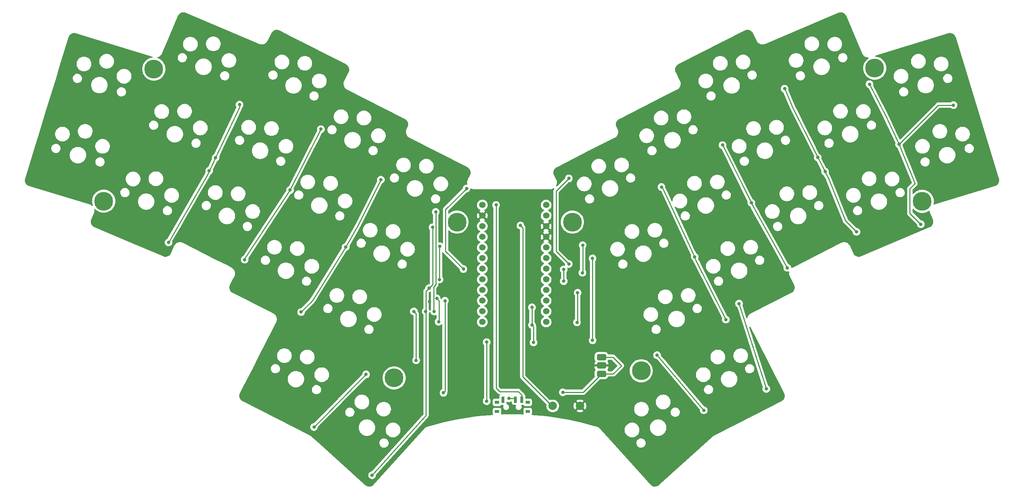
<source format=gbr>
%TF.GenerationSoftware,KiCad,Pcbnew,7.0.2*%
%TF.CreationDate,2023-05-29T21:35:39+02:00*%
%TF.ProjectId,Bolbol,426f6c62-6f6c-42e6-9b69-6361645f7063,rev?*%
%TF.SameCoordinates,Original*%
%TF.FileFunction,Copper,L1,Top*%
%TF.FilePolarity,Positive*%
%FSLAX46Y46*%
G04 Gerber Fmt 4.6, Leading zero omitted, Abs format (unit mm)*
G04 Created by KiCad (PCBNEW 7.0.2) date 2023-05-29 21:35:39*
%MOMM*%
%LPD*%
G01*
G04 APERTURE LIST*
G04 Aperture macros list*
%AMRoundRect*
0 Rectangle with rounded corners*
0 $1 Rounding radius*
0 $2 $3 $4 $5 $6 $7 $8 $9 X,Y pos of 4 corners*
0 Add a 4 corners polygon primitive as box body*
4,1,4,$2,$3,$4,$5,$6,$7,$8,$9,$2,$3,0*
0 Add four circle primitives for the rounded corners*
1,1,$1+$1,$2,$3*
1,1,$1+$1,$4,$5*
1,1,$1+$1,$6,$7*
1,1,$1+$1,$8,$9*
0 Add four rect primitives between the rounded corners*
20,1,$1+$1,$2,$3,$4,$5,0*
20,1,$1+$1,$4,$5,$6,$7,0*
20,1,$1+$1,$6,$7,$8,$9,0*
20,1,$1+$1,$8,$9,$2,$3,0*%
G04 Aperture macros list end*
%TA.AperFunction,ComponentPad*%
%ADD10C,4.500000*%
%TD*%
%TA.AperFunction,ComponentPad*%
%ADD11C,2.000000*%
%TD*%
%TA.AperFunction,SMDPad,CuDef*%
%ADD12R,1.000000X0.800000*%
%TD*%
%TA.AperFunction,SMDPad,CuDef*%
%ADD13R,0.700000X1.500000*%
%TD*%
%TA.AperFunction,ComponentPad*%
%ADD14C,1.524000*%
%TD*%
%TA.AperFunction,ComponentPad*%
%ADD15RoundRect,0.375000X0.750000X-0.375000X0.750000X0.375000X-0.750000X0.375000X-0.750000X-0.375000X0*%
%TD*%
%TA.AperFunction,ViaPad*%
%ADD16C,0.800000*%
%TD*%
%TA.AperFunction,Conductor*%
%ADD17C,0.250000*%
%TD*%
G04 APERTURE END LIST*
D10*
%TO.P,H2,1*%
%TO.N,N/C*%
X122975646Y-113789862D03*
%TD*%
%TO.P,H2,1*%
%TO.N,N/C*%
X65673246Y-40002862D03*
%TD*%
%TO.P,H2,1*%
%TO.N,N/C*%
X248959646Y-71600462D03*
%TD*%
D11*
%TO.P,SW33,1,1*%
%TO.N,reset*%
X160829868Y-120474480D03*
%TO.P,SW33,2,2*%
%TO.N,gnd*%
X167329868Y-120474480D03*
%TD*%
D12*
%TO.P,SW34,*%
%TO.N,*%
X147545046Y-119621462D03*
X147545046Y-121831462D03*
X154845046Y-119621462D03*
X154845046Y-121831462D03*
D13*
%TO.P,SW34,1,A*%
%TO.N,unconnected-(SW34-A-Pad1)*%
X148945046Y-118971462D03*
%TO.P,SW34,2,B*%
%TO.N,bat+*%
X151945046Y-118971462D03*
%TO.P,SW34,3,C*%
%TO.N,raw*%
X153445046Y-118971462D03*
%TD*%
D10*
%TO.P,H2,1*%
%TO.N,N/C*%
X53709846Y-71549662D03*
%TD*%
D14*
%TO.P,U1,1,D3/TX0*%
%TO.N,unconnected-(U1-D3{slash}TX0-Pad1)*%
X159245269Y-72468479D03*
%TO.P,U1,2,D2/RX1*%
%TO.N,unconnected-(U1-D2{slash}RX1-Pad2)*%
X159245269Y-75008479D03*
%TO.P,U1,3,GND*%
%TO.N,gnd*%
X159245269Y-77548479D03*
%TO.P,U1,4,GND*%
X159245269Y-80088479D03*
%TO.P,U1,5,SDA/D1/2*%
%TO.N,col_4*%
X159245269Y-82628479D03*
%TO.P,U1,6,SCL/D0/3*%
%TO.N,col_5*%
X159245269Y-85168479D03*
%TO.P,U1,7,D4/4*%
%TO.N,col_6*%
X159245269Y-87708479D03*
%TO.P,U1,8,C6/5*%
%TO.N,col_7*%
X159245269Y-90248479D03*
%TO.P,U1,9,D7/6*%
%TO.N,unconnected-(U1-D7{slash}6-Pad9)*%
X159245269Y-92788479D03*
%TO.P,U1,10,E6/7*%
%TO.N,unconnected-(U1-E6{slash}7-Pad10)*%
X159245269Y-95328479D03*
%TO.P,U1,11,B4/8*%
%TO.N,row_2*%
X159245269Y-97868479D03*
%TO.P,U1,12,B5/9*%
%TO.N,row_3*%
X159245269Y-100408479D03*
%TO.P,U1,13,10/B6*%
%TO.N,col_0*%
X144025269Y-100408479D03*
%TO.P,U1,14,16/B2*%
%TO.N,col_1*%
X144025269Y-97868479D03*
%TO.P,U1,15,14/B3*%
%TO.N,col_2*%
X144025269Y-95328479D03*
%TO.P,U1,16,15/B1*%
%TO.N,col_3*%
X144025269Y-92788479D03*
%TO.P,U1,17,A0/F7*%
%TO.N,row_1*%
X144025269Y-90248479D03*
%TO.P,U1,18,A1/F6*%
%TO.N,row_0*%
X144025269Y-87708479D03*
%TO.P,U1,19,A2/F5*%
%TO.N,unconnected-(U1-A2{slash}F5-Pad19)*%
X144025269Y-85168479D03*
%TO.P,U1,20,A3/F4*%
%TO.N,unconnected-(U1-A3{slash}F4-Pad20)*%
X144025269Y-82628479D03*
%TO.P,U1,21,VCC*%
%TO.N,vcc*%
X144025269Y-80088479D03*
%TO.P,U1,22,RST*%
%TO.N,reset*%
X144025269Y-77548479D03*
%TO.P,U1,23,GND*%
%TO.N,gnd*%
X144025269Y-75008479D03*
%TO.P,U1,24,RAW*%
%TO.N,raw*%
X144025269Y-72468479D03*
%TD*%
D10*
%TO.P,H2,1*%
%TO.N,N/C*%
X181929046Y-112088062D03*
%TD*%
%TO.P,,1*%
%TO.N,N/C*%
X165520646Y-76553462D03*
%TD*%
%TO.P,,1*%
%TO.N,N/C*%
X137987046Y-76553462D03*
%TD*%
%TO.P,H2,1*%
%TO.N,N/C*%
X237631246Y-39774262D03*
%TD*%
D15*
%TO.P,PAD1,1*%
%TO.N,bat+*%
X172461870Y-108822480D03*
%TO.P,PAD1,2*%
%TO.N,gnd*%
X172461870Y-110822480D03*
%TO.P,PAD1,3*%
%TO.N,bat+*%
X172461870Y-112822480D03*
%TD*%
D16*
%TO.N,col_0*%
X133592846Y-100378662D03*
X86120246Y-48486462D03*
X80405246Y-61186462D03*
X69178446Y-81404862D03*
X133161046Y-94790662D03*
X78881246Y-64285262D03*
%TO.N,col_1*%
X132907046Y-74140462D03*
X98159846Y-68908062D03*
X105525846Y-54353862D03*
X87339446Y-85519662D03*
X132526046Y-97914862D03*
%TO.N,col_2*%
X135116846Y-95349462D03*
X116295446Y-112926262D03*
X103864856Y-125516397D03*
X111444046Y-82497062D03*
X134761246Y-117345862D03*
X119826046Y-66418862D03*
X100801446Y-98041862D03*
%TO.N,col_3*%
X128233446Y-109573462D03*
X130519446Y-97889462D03*
X132145046Y-77798062D03*
X131332246Y-92326862D03*
X127700046Y-97889462D03*
X117732517Y-137027835D03*
%TO.N,col_4*%
X185713646Y-108354262D03*
X202122046Y-99845262D03*
X196864246Y-121511462D03*
X194705246Y-84859262D03*
X186755046Y-68171462D03*
%TO.N,col_5*%
X170321246Y-104798262D03*
X211774046Y-116406062D03*
X170321246Y-85240262D03*
X216777846Y-87475462D03*
X208198067Y-71932417D03*
X201334646Y-58163862D03*
X205271646Y-96035262D03*
%TO.N,col_6*%
X163437846Y-87856462D03*
X216142846Y-44701862D03*
X224042246Y-61110262D03*
X233287846Y-78890262D03*
X163437846Y-90675862D03*
X225794846Y-64513862D03*
%TO.N,col_7*%
X248629446Y-77061462D03*
X236386646Y-43609662D03*
X243422446Y-57960662D03*
X256401846Y-48613462D03*
%TO.N,bat+*%
X150382246Y-118666662D03*
X163234646Y-117218862D03*
%TO.N,raw*%
X147308846Y-72464062D03*
%TO.N,gnd*%
X131459246Y-95527262D03*
X73445646Y-64183662D03*
X127573046Y-95755862D03*
X138342646Y-64056662D03*
X151322046Y-92834862D03*
X174969446Y-110919662D03*
X193663846Y-39825062D03*
X129300246Y-94587462D03*
X181827446Y-50289862D03*
X139993646Y-93901662D03*
X174944046Y-78204462D03*
X87009246Y-64539262D03*
X175909246Y-93342862D03*
X96940646Y-33500462D03*
X205551046Y-75689862D03*
X216346046Y-64234462D03*
X185154846Y-87500862D03*
X206922646Y-32408262D03*
X99252046Y-77239262D03*
X118987846Y-90828262D03*
X122366046Y-52093262D03*
X151626846Y-87475462D03*
%TO.N,reset*%
X153125446Y-77366262D03*
%TO.N,row_1*%
X133796046Y-90269462D03*
X167908246Y-88669262D03*
X133846846Y-82319262D03*
X167959046Y-82090662D03*
%TO.N,row_0*%
X139511046Y-87780262D03*
X164657046Y-66114062D03*
X140273046Y-68527062D03*
X164657046Y-86561062D03*
%TO.N,row_3*%
X155868646Y-96924262D03*
X145073646Y-119327062D03*
X155868646Y-101140662D03*
X156249646Y-105306262D03*
X166612846Y-100505662D03*
X145073646Y-105230062D03*
X166765246Y-93444462D03*
%TD*%
D17*
%TO.N,col_0*%
X133161046Y-94790662D02*
X133733646Y-95363262D01*
X80405246Y-61186462D02*
X86120246Y-49067487D01*
X133733646Y-95363262D02*
X133733646Y-100237862D01*
X86120246Y-49067487D02*
X86120246Y-48486462D01*
X133733646Y-100237862D02*
X133592846Y-100378662D01*
X69178446Y-81404862D02*
X78398646Y-65352062D01*
X78398646Y-65352062D02*
X80405246Y-61186462D01*
%TO.N,col_1*%
X98388446Y-68400062D02*
X98159846Y-68908062D01*
X132436046Y-97824862D02*
X132436046Y-91985062D01*
X98159846Y-68908062D02*
X87161646Y-85595862D01*
X132907046Y-91514062D02*
X132907046Y-74140462D01*
X105525846Y-54353862D02*
X98388446Y-68400062D01*
X132526046Y-97914862D02*
X132436046Y-97824862D01*
X132436046Y-91985062D02*
X132907046Y-91514062D01*
%TO.N,col_2*%
X103321084Y-95522224D02*
X100801446Y-98041862D01*
X103864856Y-125516397D02*
X116295446Y-112926262D01*
X135116846Y-116990262D02*
X135116846Y-95349462D01*
X111444046Y-82497062D02*
X103925646Y-94663662D01*
X119826046Y-66418862D02*
X114441246Y-77239262D01*
X103925646Y-94663662D02*
X103321084Y-95522224D01*
X114441246Y-77239262D02*
X111444046Y-82497062D01*
X134761246Y-117345862D02*
X135116846Y-116990262D01*
%TO.N,col_3*%
X130581431Y-122757670D02*
X117732517Y-137027835D01*
X132145046Y-77798062D02*
X132145046Y-91514062D01*
X130581431Y-93077677D02*
X131332246Y-92326862D01*
X128233446Y-98422862D02*
X127700046Y-97889462D01*
X130581431Y-97827477D02*
X130581431Y-93077677D01*
X130519446Y-97889462D02*
X130581431Y-97951447D01*
X128233446Y-109573462D02*
X128233446Y-98422862D01*
X132145046Y-91514062D02*
X131332246Y-92326862D01*
X130581431Y-97951447D02*
X130581431Y-122757670D01*
X130519446Y-97889462D02*
X130581431Y-97827477D01*
%TO.N,col_4*%
X196864246Y-121511462D02*
X185713646Y-108354262D01*
X186755046Y-68171462D02*
X187071324Y-68487740D01*
X194705246Y-84859262D02*
X194959246Y-85672062D01*
X194959246Y-85672062D02*
X195187846Y-86129262D01*
X187071324Y-68487740D02*
X194705246Y-84859262D01*
X195187846Y-86129262D02*
X202122046Y-99845262D01*
%TO.N,col_5*%
X216777846Y-87475462D02*
X210123046Y-75588262D01*
X208700646Y-72972062D02*
X201334646Y-58163862D01*
X210123046Y-75588262D02*
X208700646Y-72972062D01*
X211774046Y-116406062D02*
X205271646Y-96035262D01*
X170321246Y-85240262D02*
X170321246Y-104798262D01*
%TO.N,col_6*%
X230685511Y-76287927D02*
X226658446Y-66291862D01*
X218047846Y-49146862D02*
X216142846Y-44701862D01*
X233287846Y-78890262D02*
X230685511Y-76287927D01*
X163437846Y-90675862D02*
X163437846Y-87856462D01*
X226658446Y-66291862D02*
X218047846Y-49146862D01*
%TO.N,col_7*%
X256401846Y-48613462D02*
X252769646Y-48613462D01*
X248629446Y-77061462D02*
X246013246Y-74445262D01*
X240349046Y-51458262D02*
X243422446Y-57960662D01*
X246013246Y-68577862D02*
X247232446Y-67358662D01*
X246013246Y-74445262D02*
X246013246Y-68577862D01*
X236386646Y-43609662D02*
X240349046Y-51458262D01*
X247232446Y-67358662D02*
X243422446Y-57960662D01*
X243422446Y-57960662D02*
X252769646Y-48613462D01*
%TO.N,bat+*%
X177204646Y-110843462D02*
X175183664Y-108822480D01*
X168065488Y-117218862D02*
X172461870Y-112822480D01*
X163234646Y-117218862D02*
X168065488Y-117218862D01*
X175225628Y-112822480D02*
X177204646Y-110843462D01*
X172461870Y-112822480D02*
X175225628Y-112822480D01*
X175183664Y-108822480D02*
X172461870Y-108822480D01*
X151640246Y-118666662D02*
X151945046Y-118971462D01*
X150382246Y-118666662D02*
X151640246Y-118666662D01*
%TO.N,raw*%
X148147046Y-117015662D02*
X152609052Y-117015662D01*
X152609052Y-117015662D02*
X153445046Y-117851656D01*
X147308846Y-116177462D02*
X148147046Y-117015662D01*
X147308846Y-72464062D02*
X147308846Y-116177462D01*
X153445046Y-117851656D02*
X153445046Y-118971462D01*
%TO.N,reset*%
X153125446Y-77366262D02*
X153684246Y-77925062D01*
X153684246Y-77925062D02*
X153684246Y-113535862D01*
X153684246Y-113535862D02*
X160622864Y-120474480D01*
X160622864Y-120474480D02*
X160829868Y-120474480D01*
%TO.N,row_1*%
X133796046Y-90269462D02*
X133796046Y-82370062D01*
X133796046Y-82370062D02*
X133846846Y-82319262D01*
X167959046Y-88618462D02*
X167908246Y-88669262D01*
X167959046Y-82090662D02*
X167959046Y-88618462D01*
%TO.N,row_0*%
X161609046Y-83513062D02*
X161609046Y-69162062D01*
X135243846Y-73556262D02*
X135243846Y-83513062D01*
X164657046Y-86561062D02*
X161609046Y-83513062D01*
X140273046Y-68527062D02*
X135243846Y-73556262D01*
X135243846Y-83513062D02*
X139511046Y-87780262D01*
X161609046Y-69162062D02*
X164657046Y-66114062D01*
%TO.N,row_3*%
X145073646Y-119327062D02*
X145073646Y-105230062D01*
X155868646Y-96924262D02*
X155868646Y-101140662D01*
X166765246Y-100353262D02*
X166612846Y-100505662D01*
X166765246Y-93444462D02*
X166765246Y-100353262D01*
X156249646Y-105306262D02*
X156249646Y-101521662D01*
X156249646Y-101521662D02*
X155868646Y-101140662D01*
%TD*%
%TA.AperFunction,Conductor*%
%TO.N,gnd*%
G36*
X174937191Y-109475982D02*
G01*
X174958165Y-109492885D01*
X176219646Y-110754366D01*
X176253672Y-110816678D01*
X176248607Y-110887493D01*
X176219646Y-110932556D01*
X175000128Y-112152075D01*
X174937816Y-112186100D01*
X174911033Y-112188980D01*
X174148946Y-112188980D01*
X174080825Y-112168978D01*
X174036679Y-112120183D01*
X174033536Y-112114014D01*
X173956917Y-111963641D01*
X173906495Y-111901375D01*
X173879170Y-111835849D01*
X173891610Y-111765951D01*
X173906496Y-111742787D01*
X173956495Y-111681044D01*
X174040761Y-111515662D01*
X174088802Y-111336372D01*
X174094676Y-111261738D01*
X174094870Y-111256814D01*
X174094870Y-111076480D01*
X172951023Y-111076480D01*
X172951303Y-111076083D01*
X173001574Y-110934632D01*
X173011819Y-110784862D01*
X172981276Y-110637883D01*
X172945315Y-110568480D01*
X174094870Y-110568480D01*
X174094870Y-110388145D01*
X174094676Y-110383221D01*
X174088802Y-110308587D01*
X174040761Y-110129297D01*
X173956495Y-109963915D01*
X173906495Y-109902170D01*
X173879170Y-109836642D01*
X173891610Y-109766744D01*
X173906489Y-109743592D01*
X173956917Y-109681319D01*
X174036679Y-109524776D01*
X174085428Y-109473162D01*
X174148946Y-109455980D01*
X174869070Y-109455980D01*
X174937191Y-109475982D01*
G37*
%TD.AperFunction*%
%TA.AperFunction,Conductor*%
G36*
X72812404Y-26455271D02*
G01*
X72832083Y-26456992D01*
X73033008Y-26490608D01*
X73052188Y-26495390D01*
X73249500Y-26561402D01*
X73258746Y-26564904D01*
X90621187Y-33934822D01*
X90700195Y-33968359D01*
X90700266Y-33968417D01*
X90748010Y-33988669D01*
X90748010Y-33988670D01*
X90857066Y-34034929D01*
X91086544Y-34093847D01*
X91322253Y-34117788D01*
X91558891Y-34106213D01*
X91791138Y-34059382D01*
X92013771Y-33978349D01*
X92221783Y-33864936D01*
X92410498Y-33721692D01*
X92575670Y-33551840D01*
X92713587Y-33359199D01*
X92743639Y-33300251D01*
X92743681Y-33300199D01*
X92754915Y-33278149D01*
X92754916Y-33278149D01*
X92766162Y-33256076D01*
X92766791Y-33254842D01*
X92767395Y-33253660D01*
X92797102Y-33195353D01*
X92797104Y-33195347D01*
X93711161Y-31401414D01*
X93715981Y-31392809D01*
X93825009Y-31214886D01*
X93836622Y-31198901D01*
X93968919Y-31044001D01*
X93982896Y-31030025D01*
X94137789Y-30897734D01*
X94153780Y-30886114D01*
X94327476Y-30779674D01*
X94345076Y-30770707D01*
X94533278Y-30692753D01*
X94552068Y-30686648D01*
X94750145Y-30639096D01*
X94769667Y-30636004D01*
X94972752Y-30620025D01*
X94992509Y-30620025D01*
X95195583Y-30636012D01*
X95215100Y-30639104D01*
X95374483Y-30677372D01*
X95413175Y-30686663D01*
X95431979Y-30692774D01*
X95625132Y-30772787D01*
X95634094Y-30776918D01*
X95651200Y-30785634D01*
X95651200Y-30785633D01*
X95714050Y-30817658D01*
X95714072Y-30817668D01*
X98416084Y-32194412D01*
X111484848Y-38853280D01*
X111493472Y-38858111D01*
X111671393Y-38967146D01*
X111687384Y-38978763D01*
X111717962Y-39004880D01*
X111842277Y-39111059D01*
X111856257Y-39125039D01*
X111988548Y-39279934D01*
X112000169Y-39295929D01*
X112106604Y-39469615D01*
X112115576Y-39487224D01*
X112188523Y-39663328D01*
X112193531Y-39675418D01*
X112199640Y-39694221D01*
X112219770Y-39778064D01*
X112245707Y-39886096D01*
X112247195Y-39892291D01*
X112250288Y-39911820D01*
X112266272Y-40114886D01*
X112266273Y-40134656D01*
X112250295Y-40337733D01*
X112247202Y-40357261D01*
X112199656Y-40555327D01*
X112193547Y-40574131D01*
X112113799Y-40766674D01*
X112109656Y-40775662D01*
X111074295Y-42807675D01*
X111074224Y-42807904D01*
X111039185Y-42876654D01*
X110966471Y-43089966D01*
X110924855Y-43311458D01*
X110915190Y-43536623D01*
X110937671Y-43760861D01*
X110991840Y-43979625D01*
X111076594Y-44188447D01*
X111190208Y-44383081D01*
X111330369Y-44559563D01*
X111494220Y-44714299D01*
X111575911Y-44771878D01*
X111678431Y-44844138D01*
X111678433Y-44844139D01*
X111771971Y-44891790D01*
X111778837Y-44895289D01*
X111778865Y-44895303D01*
X111780526Y-44896149D01*
X125242283Y-51755258D01*
X125581002Y-51927844D01*
X125585007Y-51929885D01*
X125593625Y-51934710D01*
X125771572Y-52043757D01*
X125787557Y-52055371D01*
X125942453Y-52187666D01*
X125956433Y-52201646D01*
X126088728Y-52356542D01*
X126100349Y-52372538D01*
X126206779Y-52546215D01*
X126215752Y-52563823D01*
X126293709Y-52752024D01*
X126299818Y-52770827D01*
X126335651Y-52920073D01*
X126345885Y-52962702D01*
X126347373Y-52968897D01*
X126350466Y-52988426D01*
X126366450Y-53191492D01*
X126366451Y-53211263D01*
X126350471Y-53414340D01*
X126347378Y-53433868D01*
X126299831Y-53631934D01*
X126293722Y-53650738D01*
X126213973Y-53843279D01*
X126209833Y-53852260D01*
X126209133Y-53853634D01*
X126008719Y-54246967D01*
X126008610Y-54247081D01*
X125933771Y-54393975D01*
X125861084Y-54607298D01*
X125819496Y-54828787D01*
X125809851Y-55053951D01*
X125832347Y-55278190D01*
X125886523Y-55496945D01*
X125971281Y-55705762D01*
X126084891Y-55900394D01*
X126124147Y-55949826D01*
X126205463Y-56052221D01*
X126225048Y-56076882D01*
X126259968Y-56109862D01*
X126388888Y-56231622D01*
X126573084Y-56361473D01*
X126631000Y-56390983D01*
X126631004Y-56390986D01*
X126648998Y-56400154D01*
X126648999Y-56400156D01*
X140424014Y-63418878D01*
X140479678Y-63447240D01*
X140488307Y-63452073D01*
X140666225Y-63561100D01*
X140682213Y-63572716D01*
X140837107Y-63705007D01*
X140851088Y-63718988D01*
X140983377Y-63873879D01*
X140994999Y-63889874D01*
X141101431Y-64063555D01*
X141110407Y-64081173D01*
X141188356Y-64269362D01*
X141194466Y-64288166D01*
X141242016Y-64486234D01*
X141245109Y-64505763D01*
X141261089Y-64708836D01*
X141261088Y-64728608D01*
X141245104Y-64931669D01*
X141242011Y-64951197D01*
X141194456Y-65149265D01*
X141188346Y-65168069D01*
X141108395Y-65361077D01*
X141104254Y-65370060D01*
X140607753Y-66344500D01*
X140607734Y-66344519D01*
X140607738Y-66344521D01*
X140530803Y-66495450D01*
X140457204Y-66713582D01*
X140416091Y-66940093D01*
X140408337Y-67170188D01*
X140434110Y-67398958D01*
X140450329Y-67460408D01*
X140448373Y-67531378D01*
X140408359Y-67590024D01*
X140342990Y-67617726D01*
X140328501Y-67618562D01*
X140177559Y-67618562D01*
X140102488Y-67634519D01*
X139990757Y-67658268D01*
X139816292Y-67735945D01*
X139661793Y-67848195D01*
X139534004Y-67990119D01*
X139438518Y-68155505D01*
X139379504Y-68337132D01*
X139362138Y-68502356D01*
X139335124Y-68568012D01*
X139325923Y-68578279D01*
X134855182Y-73049019D01*
X134838862Y-73062095D01*
X134790216Y-73113897D01*
X134787467Y-73116734D01*
X134770513Y-73133689D01*
X134770506Y-73133696D01*
X134767711Y-73136492D01*
X134765288Y-73139614D01*
X134765272Y-73139633D01*
X134765211Y-73139713D01*
X134757535Y-73148698D01*
X134727260Y-73180939D01*
X134717498Y-73198696D01*
X134706647Y-73215214D01*
X134694231Y-73231221D01*
X134676670Y-73271801D01*
X134671450Y-73282457D01*
X134650150Y-73321202D01*
X134645113Y-73340821D01*
X134638710Y-73359523D01*
X134630664Y-73378117D01*
X134623747Y-73421786D01*
X134621341Y-73433406D01*
X134610346Y-73476231D01*
X134610346Y-73496485D01*
X134608795Y-73516195D01*
X134605625Y-73536204D01*
X134609787Y-73580223D01*
X134610346Y-73592081D01*
X134610346Y-81503720D01*
X134590344Y-81571841D01*
X134536688Y-81618334D01*
X134466414Y-81628438D01*
X134410286Y-81605656D01*
X134303602Y-81528146D01*
X134294267Y-81523990D01*
X134129134Y-81450468D01*
X133942333Y-81410762D01*
X133751359Y-81410762D01*
X133733813Y-81414491D01*
X133692742Y-81423221D01*
X133621951Y-81417818D01*
X133565319Y-81375001D01*
X133540826Y-81308363D01*
X133540546Y-81299974D01*
X133540546Y-74842986D01*
X133560548Y-74774865D01*
X133572904Y-74758682D01*
X133646086Y-74677406D01*
X133741573Y-74512018D01*
X133800588Y-74330390D01*
X133820550Y-74140462D01*
X133800588Y-73950534D01*
X133755215Y-73810891D01*
X133741573Y-73768905D01*
X133646087Y-73603519D01*
X133518298Y-73461595D01*
X133401062Y-73376418D01*
X133363798Y-73349344D01*
X133189334Y-73271668D01*
X133002533Y-73231962D01*
X132811559Y-73231962D01*
X132687025Y-73258432D01*
X132624757Y-73271668D01*
X132450292Y-73349345D01*
X132295793Y-73461595D01*
X132168004Y-73603519D01*
X132072518Y-73768905D01*
X132013504Y-73950532D01*
X131993542Y-74140462D01*
X132013504Y-74330391D01*
X132072518Y-74512018D01*
X132168004Y-74677404D01*
X132168006Y-74677406D01*
X132241181Y-74758676D01*
X132271898Y-74822683D01*
X132273545Y-74842986D01*
X132273545Y-76763562D01*
X132253543Y-76831683D01*
X132199887Y-76878176D01*
X132147545Y-76889562D01*
X132049559Y-76889562D01*
X131948462Y-76911051D01*
X131862757Y-76929268D01*
X131723654Y-76991201D01*
X131700987Y-77001293D01*
X131688292Y-77006945D01*
X131533793Y-77119195D01*
X131406004Y-77261119D01*
X131310518Y-77426505D01*
X131251504Y-77608132D01*
X131232773Y-77786351D01*
X131231542Y-77798062D01*
X131235347Y-77834268D01*
X131251504Y-77987991D01*
X131310518Y-78169618D01*
X131406004Y-78335004D01*
X131406006Y-78335006D01*
X131479183Y-78416277D01*
X131509899Y-78480282D01*
X131511546Y-78500586D01*
X131511546Y-91199466D01*
X131491544Y-91267587D01*
X131474642Y-91288561D01*
X131381747Y-91381457D01*
X131319435Y-91415482D01*
X131292651Y-91418362D01*
X131236759Y-91418362D01*
X131112225Y-91444832D01*
X131049957Y-91458068D01*
X130875492Y-91535745D01*
X130720993Y-91647995D01*
X130593204Y-91789919D01*
X130497718Y-91955305D01*
X130438704Y-92136932D01*
X130421339Y-92302153D01*
X130394325Y-92367810D01*
X130385124Y-92378077D01*
X130192768Y-92570433D01*
X130176447Y-92583510D01*
X130127801Y-92635312D01*
X130125052Y-92638149D01*
X130108098Y-92655104D01*
X130108091Y-92655111D01*
X130105296Y-92657907D01*
X130102873Y-92661029D01*
X130102857Y-92661048D01*
X130102796Y-92661128D01*
X130095120Y-92670113D01*
X130064845Y-92702354D01*
X130055083Y-92720111D01*
X130044232Y-92736629D01*
X130031816Y-92752636D01*
X130014255Y-92793216D01*
X130009035Y-92803872D01*
X129987735Y-92842617D01*
X129982698Y-92862236D01*
X129976295Y-92880938D01*
X129968249Y-92899532D01*
X129961332Y-92943201D01*
X129958926Y-92954821D01*
X129947931Y-92997646D01*
X129947931Y-93017900D01*
X129946380Y-93037610D01*
X129943210Y-93057621D01*
X129947371Y-93101640D01*
X129947930Y-93113496D01*
X129947930Y-97118096D01*
X129927928Y-97186217D01*
X129915566Y-97202406D01*
X129780406Y-97352516D01*
X129684918Y-97517905D01*
X129625904Y-97699532D01*
X129605942Y-97889462D01*
X129625904Y-98079391D01*
X129684918Y-98261018D01*
X129780404Y-98426404D01*
X129780406Y-98426406D01*
X129908193Y-98568328D01*
X129908194Y-98568329D01*
X129915567Y-98576517D01*
X129946284Y-98640525D01*
X129947931Y-98660828D01*
X129947931Y-122466124D01*
X129927929Y-122534245D01*
X129915567Y-122550434D01*
X117735614Y-136077645D01*
X117675168Y-136114885D01*
X117641978Y-136119335D01*
X117637030Y-136119335D01*
X117512495Y-136145805D01*
X117450228Y-136159041D01*
X117275763Y-136236718D01*
X117121264Y-136348968D01*
X116993475Y-136490892D01*
X116897989Y-136656278D01*
X116838975Y-136837905D01*
X116819013Y-137027835D01*
X116838975Y-137217764D01*
X116897989Y-137399391D01*
X116993475Y-137564777D01*
X116993477Y-137564779D01*
X117121264Y-137706701D01*
X117275765Y-137818953D01*
X117450229Y-137896629D01*
X117637030Y-137936335D01*
X117637032Y-137936335D01*
X117828002Y-137936335D01*
X117828004Y-137936335D01*
X118014805Y-137896629D01*
X118189269Y-137818953D01*
X118343770Y-137706701D01*
X118471557Y-137564779D01*
X118567044Y-137399391D01*
X118626059Y-137217763D01*
X118646021Y-137027835D01*
X118645504Y-137022916D01*
X118658274Y-136953078D01*
X118677174Y-136925436D01*
X131046924Y-123187435D01*
X131048537Y-123185680D01*
X131098017Y-123132991D01*
X131117398Y-123097735D01*
X131124340Y-123086537D01*
X131147303Y-123053501D01*
X131155757Y-123030765D01*
X131163437Y-123013990D01*
X131175126Y-122992730D01*
X131185134Y-122953745D01*
X131189074Y-122941178D01*
X131198596Y-122915575D01*
X131203095Y-122903479D01*
X131205630Y-122879354D01*
X131208899Y-122861190D01*
X131214931Y-122837700D01*
X131214931Y-122797475D01*
X131215621Y-122784304D01*
X131219826Y-122744297D01*
X131216283Y-122720305D01*
X131214931Y-122701897D01*
X131214931Y-119327062D01*
X144160142Y-119327062D01*
X144161080Y-119335986D01*
X144180104Y-119516991D01*
X144239118Y-119698618D01*
X144334604Y-119864004D01*
X144396095Y-119932297D01*
X144462393Y-120005928D01*
X144616894Y-120118180D01*
X144791358Y-120195856D01*
X144978159Y-120235562D01*
X144978161Y-120235562D01*
X145169131Y-120235562D01*
X145169133Y-120235562D01*
X145355934Y-120195856D01*
X145530398Y-120118180D01*
X145684899Y-120005928D01*
X145812686Y-119864006D01*
X145908173Y-119698618D01*
X145967188Y-119516990D01*
X145987150Y-119327062D01*
X145967188Y-119137134D01*
X145916114Y-118979945D01*
X145908173Y-118955505D01*
X145812687Y-118790119D01*
X145739509Y-118708845D01*
X145708792Y-118644837D01*
X145707146Y-118624535D01*
X145707146Y-105932586D01*
X145727148Y-105864465D01*
X145739504Y-105848282D01*
X145812686Y-105767006D01*
X145908173Y-105601618D01*
X145967188Y-105419990D01*
X145987150Y-105230062D01*
X145967188Y-105040134D01*
X145908173Y-104858506D01*
X145908173Y-104858505D01*
X145812687Y-104693119D01*
X145684898Y-104551195D01*
X145530399Y-104438945D01*
X145530398Y-104438944D01*
X145355934Y-104361268D01*
X145169133Y-104321562D01*
X144978159Y-104321562D01*
X144853624Y-104348032D01*
X144791357Y-104361268D01*
X144616892Y-104438945D01*
X144462393Y-104551195D01*
X144334604Y-104693119D01*
X144239118Y-104858505D01*
X144180104Y-105040132D01*
X144160142Y-105230061D01*
X144180104Y-105419991D01*
X144239118Y-105601618D01*
X144334604Y-105767004D01*
X144334606Y-105767006D01*
X144407783Y-105848277D01*
X144438499Y-105912282D01*
X144440146Y-105932586D01*
X144440146Y-118624535D01*
X144420144Y-118692656D01*
X144407783Y-118708845D01*
X144334604Y-118790119D01*
X144239118Y-118955505D01*
X144180104Y-119137132D01*
X144168209Y-119250304D01*
X144160142Y-119327062D01*
X131214931Y-119327062D01*
X131214931Y-98523145D01*
X131234933Y-98455024D01*
X131247295Y-98438835D01*
X131249632Y-98436239D01*
X131258486Y-98426406D01*
X131353973Y-98261018D01*
X131398787Y-98123095D01*
X131438859Y-98064491D01*
X131504255Y-98036853D01*
X131574212Y-98048959D01*
X131626519Y-98096965D01*
X131638452Y-98123096D01*
X131691518Y-98286418D01*
X131787004Y-98451804D01*
X131832407Y-98502229D01*
X131914793Y-98593728D01*
X132069294Y-98705980D01*
X132243758Y-98783656D01*
X132430559Y-98823362D01*
X132430561Y-98823362D01*
X132621531Y-98823362D01*
X132621533Y-98823362D01*
X132808334Y-98783656D01*
X132922896Y-98732649D01*
X132993262Y-98723215D01*
X133057559Y-98753321D01*
X133095372Y-98813410D01*
X133100144Y-98847756D01*
X133100145Y-99549462D01*
X133080143Y-99617583D01*
X133048207Y-99651397D01*
X132981594Y-99699794D01*
X132853804Y-99841719D01*
X132758318Y-100007105D01*
X132699304Y-100188732D01*
X132679342Y-100378661D01*
X132679342Y-100378662D01*
X132680587Y-100390504D01*
X132699304Y-100568591D01*
X132758318Y-100750218D01*
X132853804Y-100915604D01*
X132885435Y-100950734D01*
X132981593Y-101057528D01*
X133136094Y-101169780D01*
X133310558Y-101247456D01*
X133497359Y-101287162D01*
X133497361Y-101287162D01*
X133688331Y-101287162D01*
X133688333Y-101287162D01*
X133875134Y-101247456D01*
X134049598Y-101169780D01*
X134204099Y-101057528D01*
X134235545Y-101022603D01*
X134263710Y-100991324D01*
X134324156Y-100954084D01*
X134395139Y-100955436D01*
X134454124Y-100994949D01*
X134482382Y-101060080D01*
X134483346Y-101075634D01*
X134483346Y-116393288D01*
X134463344Y-116461409D01*
X134409688Y-116507902D01*
X134408596Y-116508394D01*
X134304494Y-116554743D01*
X134149993Y-116666995D01*
X134022204Y-116808919D01*
X133926718Y-116974305D01*
X133867704Y-117155932D01*
X133855205Y-117274855D01*
X133847742Y-117345862D01*
X133851601Y-117382579D01*
X133867704Y-117535791D01*
X133926718Y-117717418D01*
X134022204Y-117882804D01*
X134022206Y-117882806D01*
X134149993Y-118024728D01*
X134304494Y-118136980D01*
X134478958Y-118214656D01*
X134665759Y-118254362D01*
X134665761Y-118254362D01*
X134856731Y-118254362D01*
X134856733Y-118254362D01*
X135043534Y-118214656D01*
X135217998Y-118136980D01*
X135372499Y-118024728D01*
X135500286Y-117882806D01*
X135595773Y-117717418D01*
X135654788Y-117535790D01*
X135674750Y-117345862D01*
X135674000Y-117338731D01*
X135683688Y-117275486D01*
X135684033Y-117274688D01*
X135689237Y-117264073D01*
X135710540Y-117225323D01*
X135710541Y-117225322D01*
X135715578Y-117205701D01*
X135721984Y-117186992D01*
X135730027Y-117168407D01*
X135736942Y-117124738D01*
X135739342Y-117113143D01*
X135750346Y-117070292D01*
X135750346Y-117050030D01*
X135751897Y-117030320D01*
X135755065Y-117010317D01*
X135750905Y-116966307D01*
X135750346Y-116954450D01*
X135750346Y-100408479D01*
X142749916Y-100408479D01*
X142769291Y-100629946D01*
X142804143Y-100760012D01*
X142826829Y-100844675D01*
X142859904Y-100915604D01*
X142920781Y-101046157D01*
X143048294Y-101228263D01*
X143205484Y-101385453D01*
X143387590Y-101512966D01*
X143387591Y-101512966D01*
X143387592Y-101512967D01*
X143589073Y-101606919D01*
X143730838Y-101644905D01*
X143803801Y-101664456D01*
X143803802Y-101664456D01*
X143803806Y-101664457D01*
X144025269Y-101683832D01*
X144246732Y-101664457D01*
X144461465Y-101606919D01*
X144662946Y-101512967D01*
X144845050Y-101385456D01*
X145002246Y-101228260D01*
X145129757Y-101046156D01*
X145223709Y-100844675D01*
X145279522Y-100636380D01*
X145281246Y-100629946D01*
X145281246Y-100629945D01*
X145281247Y-100629942D01*
X145300622Y-100408479D01*
X145281247Y-100187016D01*
X145223709Y-99972283D01*
X145129757Y-99770803D01*
X145101567Y-99730544D01*
X145002243Y-99588694D01*
X144845053Y-99431504D01*
X144662947Y-99303991D01*
X144612516Y-99280475D01*
X144552893Y-99252672D01*
X144499610Y-99205757D01*
X144480149Y-99137480D01*
X144500691Y-99069520D01*
X144552893Y-99024285D01*
X144662946Y-98972967D01*
X144845050Y-98845456D01*
X145002246Y-98688260D01*
X145129757Y-98506156D01*
X145223709Y-98304675D01*
X145281247Y-98089942D01*
X145300622Y-97868479D01*
X145281247Y-97647016D01*
X145275826Y-97626786D01*
X145253235Y-97542475D01*
X145223709Y-97432283D01*
X145129757Y-97230803D01*
X145115607Y-97210595D01*
X145002243Y-97048694D01*
X144845053Y-96891504D01*
X144662947Y-96763991D01*
X144599342Y-96734332D01*
X144552893Y-96712672D01*
X144499610Y-96665757D01*
X144480149Y-96597480D01*
X144500691Y-96529520D01*
X144552893Y-96484285D01*
X144662946Y-96432967D01*
X144845050Y-96305456D01*
X145002246Y-96148260D01*
X145129757Y-95966156D01*
X145223709Y-95764675D01*
X145281247Y-95549942D01*
X145300622Y-95328479D01*
X145281247Y-95107016D01*
X145280436Y-95103990D01*
X145261889Y-95034773D01*
X145223709Y-94892283D01*
X145129757Y-94690803D01*
X145115607Y-94670595D01*
X145002243Y-94508694D01*
X144845053Y-94351504D01*
X144662947Y-94223991D01*
X144612516Y-94200475D01*
X144552893Y-94172672D01*
X144499610Y-94125757D01*
X144480149Y-94057480D01*
X144500691Y-93989520D01*
X144552893Y-93944285D01*
X144662946Y-93892967D01*
X144845050Y-93765456D01*
X145002246Y-93608260D01*
X145129757Y-93426156D01*
X145223709Y-93224675D01*
X145279115Y-93017900D01*
X145281246Y-93009946D01*
X145281246Y-93009945D01*
X145281247Y-93009942D01*
X145300622Y-92788479D01*
X145281247Y-92567016D01*
X145223709Y-92352283D01*
X145129757Y-92150803D01*
X145120044Y-92136932D01*
X145032195Y-92011470D01*
X145002246Y-91968698D01*
X145002245Y-91968697D01*
X145002243Y-91968694D01*
X144845053Y-91811504D01*
X144662947Y-91683991D01*
X144607114Y-91657956D01*
X144552893Y-91632672D01*
X144499610Y-91585757D01*
X144480149Y-91517480D01*
X144500691Y-91449520D01*
X144552893Y-91404285D01*
X144662946Y-91352967D01*
X144845050Y-91225456D01*
X145002246Y-91068260D01*
X145129757Y-90886156D01*
X145223709Y-90684675D01*
X145281247Y-90469942D01*
X145300622Y-90248479D01*
X145281247Y-90027016D01*
X145279823Y-90021703D01*
X145260609Y-89949995D01*
X145223709Y-89812283D01*
X145129757Y-89610803D01*
X145113876Y-89588123D01*
X145024430Y-89460380D01*
X145002246Y-89428698D01*
X145002245Y-89428697D01*
X145002243Y-89428694D01*
X144845053Y-89271504D01*
X144662947Y-89143991D01*
X144612516Y-89120475D01*
X144552893Y-89092672D01*
X144499610Y-89045757D01*
X144480149Y-88977480D01*
X144500691Y-88909520D01*
X144552893Y-88864285D01*
X144662946Y-88812967D01*
X144845050Y-88685456D01*
X145002246Y-88528260D01*
X145129757Y-88346156D01*
X145223709Y-88144675D01*
X145281247Y-87929942D01*
X145300622Y-87708479D01*
X145281247Y-87487016D01*
X145280681Y-87484905D01*
X145247003Y-87359217D01*
X145223709Y-87272283D01*
X145129757Y-87070803D01*
X145125935Y-87065345D01*
X145002243Y-86888694D01*
X144845053Y-86731504D01*
X144662947Y-86603991D01*
X144599743Y-86574519D01*
X144552893Y-86552672D01*
X144499610Y-86505757D01*
X144480149Y-86437480D01*
X144500691Y-86369520D01*
X144552893Y-86324285D01*
X144662946Y-86272967D01*
X144845050Y-86145456D01*
X145002246Y-85988260D01*
X145129757Y-85806156D01*
X145223709Y-85604675D01*
X145281247Y-85389942D01*
X145300622Y-85168479D01*
X145281247Y-84947016D01*
X145223709Y-84732283D01*
X145129757Y-84530803D01*
X145128593Y-84529141D01*
X145019724Y-84373659D01*
X145002246Y-84348698D01*
X145002245Y-84348697D01*
X145002243Y-84348694D01*
X144845053Y-84191504D01*
X144662947Y-84063991D01*
X144612516Y-84040475D01*
X144552893Y-84012672D01*
X144499610Y-83965757D01*
X144480149Y-83897480D01*
X144500691Y-83829520D01*
X144552893Y-83784285D01*
X144662946Y-83732967D01*
X144845050Y-83605456D01*
X145002246Y-83448260D01*
X145129757Y-83266156D01*
X145223709Y-83064675D01*
X145281247Y-82849942D01*
X145300622Y-82628479D01*
X145281247Y-82407016D01*
X145281007Y-82406122D01*
X145255341Y-82310334D01*
X145223709Y-82192283D01*
X145129757Y-81990803D01*
X145113262Y-81967246D01*
X145013439Y-81824683D01*
X145002246Y-81808698D01*
X145002245Y-81808697D01*
X145002243Y-81808694D01*
X144845053Y-81651504D01*
X144662947Y-81523991D01*
X144608282Y-81498501D01*
X144552893Y-81472672D01*
X144499610Y-81425757D01*
X144480149Y-81357480D01*
X144500691Y-81289520D01*
X144552893Y-81244285D01*
X144662946Y-81192967D01*
X144845050Y-81065456D01*
X145002246Y-80908260D01*
X145129757Y-80726156D01*
X145223709Y-80524675D01*
X145281247Y-80309942D01*
X145300622Y-80088479D01*
X145281247Y-79867016D01*
X145223709Y-79652283D01*
X145129757Y-79450803D01*
X145123704Y-79442159D01*
X145002243Y-79268694D01*
X144845053Y-79111504D01*
X144662947Y-78983991D01*
X144612516Y-78960475D01*
X144552893Y-78932672D01*
X144499610Y-78885757D01*
X144480149Y-78817480D01*
X144500691Y-78749520D01*
X144552893Y-78704285D01*
X144662946Y-78652967D01*
X144845050Y-78525456D01*
X145002246Y-78368260D01*
X145129757Y-78186156D01*
X145223709Y-77984675D01*
X145281247Y-77769942D01*
X145300622Y-77548479D01*
X145281247Y-77327016D01*
X145223709Y-77112283D01*
X145129757Y-76910803D01*
X145128866Y-76909531D01*
X145010702Y-76740774D01*
X145002246Y-76728698D01*
X145002245Y-76728697D01*
X145002243Y-76728694D01*
X144845053Y-76571504D01*
X144662945Y-76443990D01*
X144553486Y-76392949D01*
X144552303Y-76392397D01*
X144499018Y-76345481D01*
X144479557Y-76277204D01*
X144500099Y-76209244D01*
X144552304Y-76164008D01*
X144662694Y-76112532D01*
X144725872Y-76068293D01*
X144725872Y-76068291D01*
X144070380Y-75412799D01*
X144152419Y-75399806D01*
X144267123Y-75341362D01*
X144358152Y-75250333D01*
X144416596Y-75135629D01*
X144429589Y-75053590D01*
X145085081Y-75709082D01*
X145085083Y-75709082D01*
X145129321Y-75645906D01*
X145223237Y-75444503D01*
X145280751Y-75229855D01*
X145300119Y-75008478D01*
X145280751Y-74787102D01*
X145223237Y-74572454D01*
X145129320Y-74371050D01*
X145085084Y-74307874D01*
X145085082Y-74307874D01*
X144429589Y-74963367D01*
X144416596Y-74881329D01*
X144358152Y-74766625D01*
X144267123Y-74675596D01*
X144152419Y-74617152D01*
X144070379Y-74604157D01*
X144725872Y-73948665D01*
X144725872Y-73948663D01*
X144662695Y-73904426D01*
X144552303Y-73852949D01*
X144499018Y-73806031D01*
X144479557Y-73737754D01*
X144500099Y-73669794D01*
X144552301Y-73624561D01*
X144662946Y-73572967D01*
X144845050Y-73445456D01*
X145002246Y-73288260D01*
X145129757Y-73106156D01*
X145223709Y-72904675D01*
X145281247Y-72689942D01*
X145300622Y-72468479D01*
X145300236Y-72464062D01*
X146395342Y-72464062D01*
X146415304Y-72653991D01*
X146474318Y-72835618D01*
X146569804Y-73001004D01*
X146569806Y-73001006D01*
X146642983Y-73082277D01*
X146673699Y-73146282D01*
X146675346Y-73166586D01*
X146675346Y-116093609D01*
X146673050Y-116114397D01*
X146675284Y-116185446D01*
X146675346Y-116189405D01*
X146675346Y-116217318D01*
X146675841Y-116221236D01*
X146675843Y-116221268D01*
X146675854Y-116221350D01*
X146676783Y-116233159D01*
X146678172Y-116277354D01*
X146683823Y-116296803D01*
X146687832Y-116316158D01*
X146690371Y-116336256D01*
X146690371Y-116336258D01*
X146690372Y-116336259D01*
X146705691Y-116374952D01*
X146706647Y-116377365D01*
X146710490Y-116388592D01*
X146722826Y-116431052D01*
X146722828Y-116431055D01*
X146731742Y-116446129D01*
X146733140Y-116448492D01*
X146741833Y-116466236D01*
X146744551Y-116473100D01*
X146749295Y-116485081D01*
X146775277Y-116520842D01*
X146781794Y-116530763D01*
X146804304Y-116568825D01*
X146818624Y-116583145D01*
X146831464Y-116598178D01*
X146843372Y-116614567D01*
X146843373Y-116614568D01*
X146843374Y-116614569D01*
X146860150Y-116628447D01*
X146877444Y-116642754D01*
X146886224Y-116650744D01*
X147639798Y-117404318D01*
X147652877Y-117420643D01*
X147655045Y-117422679D01*
X147655046Y-117422680D01*
X147679343Y-117445496D01*
X147704697Y-117469305D01*
X147707539Y-117472060D01*
X147727276Y-117491797D01*
X147730406Y-117494225D01*
X147730478Y-117494281D01*
X147739488Y-117501976D01*
X147771725Y-117532248D01*
X147789472Y-117542004D01*
X147805996Y-117552858D01*
X147822005Y-117565276D01*
X147862588Y-117582837D01*
X147873239Y-117588055D01*
X147911986Y-117609357D01*
X147931606Y-117614394D01*
X147950313Y-117620799D01*
X147956926Y-117623660D01*
X147968900Y-117628843D01*
X147979551Y-117630529D01*
X148012576Y-117635760D01*
X148024171Y-117638160D01*
X148067016Y-117649162D01*
X148087270Y-117649162D01*
X148106980Y-117650713D01*
X148142710Y-117656372D01*
X148142366Y-117658539D01*
X148190866Y-117667933D01*
X148242203Y-117716974D01*
X148258878Y-117785985D01*
X148235595Y-117853055D01*
X148233894Y-117855382D01*
X148144157Y-117975256D01*
X148093057Y-118112261D01*
X148090400Y-118136980D01*
X148086546Y-118172824D01*
X148086546Y-118176192D01*
X148086546Y-118586962D01*
X148066544Y-118655083D01*
X148012888Y-118701576D01*
X147960546Y-118712962D01*
X146996408Y-118712962D01*
X146993059Y-118713321D01*
X146993059Y-118713322D01*
X146935845Y-118719473D01*
X146798840Y-118770573D01*
X146681784Y-118858200D01*
X146594157Y-118975256D01*
X146560121Y-119066510D01*
X146543057Y-119112261D01*
X146536546Y-119172824D01*
X146536546Y-120070100D01*
X146536906Y-120073448D01*
X146543057Y-120130662D01*
X146594157Y-120267667D01*
X146681784Y-120384723D01*
X146798840Y-120472350D01*
X146798841Y-120472350D01*
X146798842Y-120472351D01*
X146935845Y-120523451D01*
X146996408Y-120529962D01*
X146999777Y-120529962D01*
X148090315Y-120529962D01*
X148093684Y-120529962D01*
X148154247Y-120523451D01*
X148291250Y-120472351D01*
X148408307Y-120384723D01*
X148433017Y-120351714D01*
X148486363Y-120280453D01*
X148543198Y-120237906D01*
X148587231Y-120229962D01*
X148958707Y-120229962D01*
X149026828Y-120249964D01*
X149073321Y-120303620D01*
X149083425Y-120373894D01*
X149070275Y-120414514D01*
X149060394Y-120433342D01*
X149035256Y-120481236D01*
X149015585Y-120561046D01*
X148994546Y-120646406D01*
X148994546Y-120816518D01*
X149035256Y-120981687D01*
X149114312Y-121132314D01*
X149227117Y-121259645D01*
X149367116Y-121356280D01*
X149526174Y-121416602D01*
X149652674Y-121431962D01*
X149656483Y-121431962D01*
X149733609Y-121431962D01*
X149737418Y-121431962D01*
X149863918Y-121416602D01*
X150022976Y-121356280D01*
X150162975Y-121259645D01*
X150275780Y-121132314D01*
X150354836Y-120981687D01*
X150395546Y-120816518D01*
X150395546Y-120646406D01*
X150354836Y-120481237D01*
X150275780Y-120330610D01*
X150162975Y-120203279D01*
X150049946Y-120125260D01*
X150022975Y-120106643D01*
X149852021Y-120041810D01*
X149795420Y-119998952D01*
X149770975Y-119932297D01*
X149778646Y-119879965D01*
X149797035Y-119830663D01*
X149803546Y-119770100D01*
X149803546Y-119597506D01*
X149823548Y-119529386D01*
X149877204Y-119482893D01*
X149947478Y-119472789D01*
X149980791Y-119482400D01*
X150058485Y-119516991D01*
X150099953Y-119535454D01*
X150099958Y-119535456D01*
X150286759Y-119575162D01*
X150286761Y-119575162D01*
X150477731Y-119575162D01*
X150477733Y-119575162D01*
X150664534Y-119535456D01*
X150838998Y-119457780D01*
X150886487Y-119423276D01*
X150953352Y-119399420D01*
X151022504Y-119415500D01*
X151071984Y-119466413D01*
X151086546Y-119525213D01*
X151086546Y-119770100D01*
X151093057Y-119830663D01*
X151105984Y-119865322D01*
X151144157Y-119967667D01*
X151231784Y-120084723D01*
X151348840Y-120172350D01*
X151348841Y-120172350D01*
X151348842Y-120172351D01*
X151485845Y-120223451D01*
X151546408Y-120229962D01*
X151958707Y-120229962D01*
X152026828Y-120249964D01*
X152073321Y-120303620D01*
X152083425Y-120373894D01*
X152070275Y-120414514D01*
X152060394Y-120433342D01*
X152035256Y-120481236D01*
X152015585Y-120561046D01*
X151994546Y-120646406D01*
X151994546Y-120816518D01*
X152035256Y-120981687D01*
X152114312Y-121132314D01*
X152227117Y-121259645D01*
X152367116Y-121356280D01*
X152526174Y-121416602D01*
X152652674Y-121431962D01*
X152656483Y-121431962D01*
X152733609Y-121431962D01*
X152737418Y-121431962D01*
X152863918Y-121416602D01*
X153022976Y-121356280D01*
X153162975Y-121259645D01*
X153275780Y-121132314D01*
X153354836Y-120981687D01*
X153395546Y-120816518D01*
X153395546Y-120646406D01*
X153354836Y-120481237D01*
X153319817Y-120414515D01*
X153305871Y-120344905D01*
X153331774Y-120278802D01*
X153389303Y-120237197D01*
X153431385Y-120229962D01*
X153802860Y-120229962D01*
X153870981Y-120249964D01*
X153903728Y-120280453D01*
X153981784Y-120384723D01*
X154098840Y-120472350D01*
X154098841Y-120472350D01*
X154098842Y-120472351D01*
X154235845Y-120523451D01*
X154296408Y-120529962D01*
X154299777Y-120529962D01*
X155390315Y-120529962D01*
X155393684Y-120529962D01*
X155454247Y-120523451D01*
X155591250Y-120472351D01*
X155708307Y-120384723D01*
X155795935Y-120267666D01*
X155847035Y-120130663D01*
X155853546Y-120070100D01*
X155853546Y-119172824D01*
X155847035Y-119112261D01*
X155795935Y-118975258D01*
X155795934Y-118975256D01*
X155708307Y-118858200D01*
X155591251Y-118770573D01*
X155522748Y-118745022D01*
X155454247Y-118719473D01*
X155393684Y-118712962D01*
X155390315Y-118712962D01*
X154429546Y-118712962D01*
X154361425Y-118692960D01*
X154314932Y-118639304D01*
X154303546Y-118586962D01*
X154303546Y-118176192D01*
X154303546Y-118172824D01*
X154297035Y-118112261D01*
X154245935Y-117975258D01*
X154245934Y-117975256D01*
X154158307Y-117858200D01*
X154125679Y-117833775D01*
X154083132Y-117776939D01*
X154081135Y-117766771D01*
X154080161Y-117767055D01*
X154074016Y-117745907D01*
X154070067Y-117732315D01*
X154066058Y-117712955D01*
X154063946Y-117696234D01*
X154063520Y-117692859D01*
X154047242Y-117651746D01*
X154043396Y-117640512D01*
X154042714Y-117638166D01*
X154031064Y-117598063D01*
X154020752Y-117580626D01*
X154012054Y-117562871D01*
X154010607Y-117559216D01*
X154004598Y-117544039D01*
X153978611Y-117508272D01*
X153972093Y-117498349D01*
X153968218Y-117491797D01*
X153949588Y-117460294D01*
X153935258Y-117445964D01*
X153922424Y-117430937D01*
X153910518Y-117414549D01*
X153903557Y-117408790D01*
X153876440Y-117386356D01*
X153867662Y-117378368D01*
X153116300Y-116627006D01*
X153103223Y-116610683D01*
X153051399Y-116562017D01*
X153048557Y-116559262D01*
X153031626Y-116542331D01*
X153028822Y-116539527D01*
X153025627Y-116537048D01*
X153016606Y-116529344D01*
X153012675Y-116525653D01*
X152984373Y-116499076D01*
X152984372Y-116499075D01*
X152966619Y-116489315D01*
X152950093Y-116478459D01*
X152934093Y-116466048D01*
X152893518Y-116448490D01*
X152882856Y-116443266D01*
X152844115Y-116421967D01*
X152830365Y-116418437D01*
X152824489Y-116416928D01*
X152805783Y-116410524D01*
X152787197Y-116402481D01*
X152743527Y-116395564D01*
X152731905Y-116393157D01*
X152689082Y-116382162D01*
X152689081Y-116382162D01*
X152668828Y-116382162D01*
X152649118Y-116380611D01*
X152629109Y-116377441D01*
X152585091Y-116381603D01*
X152573233Y-116382162D01*
X148461641Y-116382162D01*
X148393520Y-116362160D01*
X148372545Y-116345257D01*
X147979250Y-115951961D01*
X147945225Y-115889649D01*
X147942346Y-115862866D01*
X147942346Y-77366261D01*
X152211942Y-77366261D01*
X152231904Y-77556191D01*
X152290918Y-77737818D01*
X152386404Y-77903204D01*
X152437363Y-77959800D01*
X152514193Y-78045128D01*
X152668694Y-78157380D01*
X152843158Y-78235056D01*
X152950944Y-78257966D01*
X153013416Y-78291695D01*
X153047738Y-78353844D01*
X153050746Y-78381213D01*
X153050746Y-113452009D01*
X153048450Y-113472797D01*
X153050684Y-113543846D01*
X153050746Y-113547804D01*
X153050746Y-113575718D01*
X153051241Y-113579636D01*
X153051243Y-113579668D01*
X153051254Y-113579750D01*
X153052183Y-113591559D01*
X153053572Y-113635754D01*
X153059223Y-113655203D01*
X153063232Y-113674558D01*
X153065771Y-113694656D01*
X153082047Y-113735765D01*
X153085890Y-113746992D01*
X153098226Y-113789452D01*
X153108540Y-113806892D01*
X153117233Y-113824636D01*
X153124694Y-113843479D01*
X153124695Y-113843481D01*
X153150677Y-113879242D01*
X153157194Y-113889163D01*
X153179704Y-113927225D01*
X153194024Y-113941545D01*
X153206864Y-113956578D01*
X153218772Y-113972967D01*
X153252844Y-114001154D01*
X153261624Y-114009144D01*
X159315428Y-120062948D01*
X159349454Y-120125260D01*
X159348852Y-120181456D01*
X159335333Y-120237767D01*
X159316703Y-120474480D01*
X159335332Y-120711191D01*
X159390763Y-120942074D01*
X159481629Y-121161446D01*
X159605691Y-121363895D01*
X159759898Y-121544449D01*
X159940452Y-121698656D01*
X160142901Y-121822718D01*
X160142903Y-121822718D01*
X160142905Y-121822720D01*
X160362274Y-121913585D01*
X160537726Y-121955707D01*
X160593156Y-121969015D01*
X160610426Y-121970374D01*
X160829868Y-121987645D01*
X161066579Y-121969015D01*
X161297462Y-121913585D01*
X161516831Y-121822720D01*
X161719284Y-121698656D01*
X161899837Y-121544449D01*
X162054044Y-121363896D01*
X162178108Y-121161443D01*
X162268973Y-120942074D01*
X162324403Y-120711191D01*
X162343033Y-120474480D01*
X165817205Y-120474480D01*
X165835828Y-120711113D01*
X165891240Y-120941920D01*
X165982076Y-121161218D01*
X166096764Y-121348371D01*
X166096765Y-121348371D01*
X166725933Y-120719203D01*
X166737056Y-120753436D01*
X166825054Y-120892099D01*
X166944771Y-121004520D01*
X167083028Y-121080528D01*
X166455975Y-121707581D01*
X166455975Y-121707582D01*
X166643129Y-121822271D01*
X166862427Y-121913107D01*
X167093234Y-121968519D01*
X167329868Y-121987142D01*
X167566501Y-121968519D01*
X167797308Y-121913107D01*
X168016606Y-121822271D01*
X168203759Y-121707582D01*
X168203760Y-121707581D01*
X167862099Y-121365920D01*
X180236236Y-121365920D01*
X180275340Y-121625353D01*
X180275341Y-121625356D01*
X180352672Y-121876061D01*
X180466508Y-122112442D01*
X180614299Y-122329212D01*
X180614300Y-122329213D01*
X180614303Y-122329217D01*
X180792755Y-122521543D01*
X180997879Y-122685124D01*
X181225093Y-122816306D01*
X181469320Y-122912158D01*
X181725106Y-122970540D01*
X181921242Y-122985238D01*
X181923595Y-122985238D01*
X182049877Y-122985238D01*
X182052230Y-122985238D01*
X182248366Y-122970540D01*
X182504152Y-122912158D01*
X182748379Y-122816306D01*
X182975593Y-122685124D01*
X183180717Y-122521543D01*
X183359169Y-122329217D01*
X183506964Y-122112442D01*
X183597913Y-121923585D01*
X188950202Y-121923585D01*
X188960211Y-122133690D01*
X189009801Y-122338101D01*
X189097180Y-122529437D01*
X189219190Y-122700775D01*
X189219191Y-122700776D01*
X189371423Y-122845929D01*
X189466458Y-122907004D01*
X189548375Y-122959649D01*
X189743647Y-123037825D01*
X189950189Y-123077632D01*
X190104827Y-123077632D01*
X190107828Y-123077632D01*
X190264749Y-123062648D01*
X190466571Y-123003388D01*
X190653530Y-122907003D01*
X190818870Y-122776979D01*
X190956615Y-122618013D01*
X191061786Y-122435851D01*
X191130582Y-122237078D01*
X191157709Y-122048406D01*
X191160517Y-122028878D01*
X191150508Y-121818773D01*
X191121368Y-121698656D01*
X191100918Y-121614361D01*
X191024964Y-121448044D01*
X191013539Y-121423026D01*
X190891529Y-121251688D01*
X190891528Y-121251688D01*
X190739297Y-121106535D01*
X190679646Y-121068200D01*
X190562344Y-120992814D01*
X190367072Y-120914638D01*
X190160531Y-120874832D01*
X190002892Y-120874832D01*
X189992235Y-120875849D01*
X189845967Y-120889816D01*
X189644149Y-120949075D01*
X189457190Y-121045460D01*
X189291849Y-121175486D01*
X189154104Y-121334451D01*
X189048934Y-121516612D01*
X188980137Y-121715388D01*
X188950202Y-121923585D01*
X183597913Y-121923585D01*
X183620799Y-121876061D01*
X183698132Y-121625353D01*
X183737236Y-121365920D01*
X183737236Y-121103556D01*
X183698132Y-120844123D01*
X183621981Y-120597246D01*
X183620799Y-120593414D01*
X183534647Y-120414518D01*
X183506964Y-120357034D01*
X183420328Y-120229962D01*
X183359172Y-120140263D01*
X183359170Y-120140261D01*
X183359169Y-120140259D01*
X183180717Y-119947933D01*
X182975593Y-119784352D01*
X182751873Y-119655187D01*
X185424048Y-119655187D01*
X185463152Y-119914620D01*
X185463153Y-119914623D01*
X185540484Y-120165328D01*
X185654320Y-120401709D01*
X185802111Y-120618479D01*
X185802112Y-120618480D01*
X185802115Y-120618484D01*
X185980567Y-120810810D01*
X186185691Y-120974391D01*
X186412905Y-121105573D01*
X186657132Y-121201425D01*
X186912918Y-121259807D01*
X187109054Y-121274505D01*
X187111407Y-121274505D01*
X187237689Y-121274505D01*
X187240042Y-121274505D01*
X187436178Y-121259807D01*
X187691964Y-121201425D01*
X187936191Y-121105573D01*
X188163405Y-120974391D01*
X188368529Y-120810810D01*
X188546981Y-120618484D01*
X188694776Y-120401709D01*
X188808611Y-120165328D01*
X188885944Y-119914620D01*
X188925048Y-119655187D01*
X188925048Y-119392823D01*
X188885944Y-119133390D01*
X188817529Y-118911592D01*
X188808611Y-118882681D01*
X188730014Y-118719473D01*
X188694776Y-118646301D01*
X188599779Y-118506966D01*
X188546984Y-118429530D01*
X188546982Y-118429528D01*
X188546981Y-118429526D01*
X188368529Y-118237200D01*
X188163405Y-118073619D01*
X187936191Y-117942437D01*
X187936190Y-117942436D01*
X187691965Y-117846585D01*
X187436178Y-117788203D01*
X187242384Y-117773680D01*
X187242370Y-117773679D01*
X187240042Y-117773505D01*
X187109054Y-117773505D01*
X187106726Y-117773679D01*
X187106711Y-117773680D01*
X186912917Y-117788203D01*
X186657130Y-117846585D01*
X186412904Y-117942437D01*
X186185694Y-118073617D01*
X186185691Y-118073619D01*
X185980567Y-118237200D01*
X185888810Y-118336091D01*
X185802111Y-118429530D01*
X185654320Y-118646300D01*
X185540484Y-118882681D01*
X185465219Y-119126688D01*
X185463152Y-119133390D01*
X185424048Y-119392823D01*
X185424048Y-119655187D01*
X182751873Y-119655187D01*
X182748379Y-119653170D01*
X182614400Y-119600587D01*
X182504153Y-119557318D01*
X182248366Y-119498936D01*
X182054572Y-119484413D01*
X182054558Y-119484412D01*
X182052230Y-119484238D01*
X181921242Y-119484238D01*
X181918914Y-119484412D01*
X181918899Y-119484413D01*
X181725105Y-119498936D01*
X181469318Y-119557318D01*
X181225092Y-119653170D01*
X181028399Y-119766731D01*
X180997879Y-119784352D01*
X180792755Y-119947933D01*
X180665833Y-120084723D01*
X180614299Y-120140263D01*
X180466508Y-120357033D01*
X180352672Y-120593414D01*
X180278558Y-120833690D01*
X180275340Y-120844123D01*
X180236236Y-121103556D01*
X180236236Y-121365920D01*
X167862099Y-121365920D01*
X167573350Y-121077171D01*
X167645497Y-121048606D01*
X167778360Y-120952075D01*
X167883043Y-120825535D01*
X167933310Y-120718712D01*
X168562969Y-121348372D01*
X168562970Y-121348371D01*
X168677659Y-121161218D01*
X168768495Y-120941920D01*
X168823907Y-120711113D01*
X168842530Y-120474480D01*
X168823907Y-120237846D01*
X168768495Y-120007039D01*
X168677659Y-119787741D01*
X168562970Y-119600587D01*
X168562969Y-119600587D01*
X167933802Y-120229754D01*
X167922680Y-120195524D01*
X167834682Y-120056861D01*
X167714965Y-119944440D01*
X167576706Y-119868431D01*
X168203759Y-119241377D01*
X168203759Y-119241376D01*
X168016606Y-119126688D01*
X167797308Y-119035852D01*
X167566501Y-118980440D01*
X167329868Y-118961817D01*
X167093234Y-118980440D01*
X166862427Y-119035852D01*
X166643132Y-119126687D01*
X166455975Y-119241376D01*
X166455975Y-119241378D01*
X167086385Y-119871788D01*
X167014239Y-119900354D01*
X166881376Y-119996885D01*
X166776693Y-120123425D01*
X166726426Y-120230246D01*
X166096766Y-119600587D01*
X166096764Y-119600587D01*
X165982075Y-119787744D01*
X165891240Y-120007039D01*
X165835828Y-120237846D01*
X165817205Y-120474480D01*
X162343033Y-120474480D01*
X162324403Y-120237769D01*
X162316122Y-120203278D01*
X162295692Y-120118178D01*
X162268973Y-120006886D01*
X162178108Y-119787517D01*
X162176169Y-119784353D01*
X162054044Y-119585064D01*
X161899837Y-119404510D01*
X161719283Y-119250303D01*
X161516834Y-119126241D01*
X161297462Y-119035375D01*
X161066579Y-118979944D01*
X160836246Y-118961817D01*
X160829868Y-118961315D01*
X160829867Y-118961315D01*
X160593156Y-118979944D01*
X160362270Y-119035376D01*
X160240217Y-119085931D01*
X160169627Y-119093520D01*
X160106141Y-119061740D01*
X160102905Y-119058617D01*
X158263150Y-117218862D01*
X162321142Y-117218862D01*
X162341104Y-117408791D01*
X162400118Y-117590418D01*
X162495604Y-117755804D01*
X162586551Y-117856811D01*
X162623393Y-117897728D01*
X162777894Y-118009980D01*
X162952358Y-118087656D01*
X163139159Y-118127362D01*
X163139161Y-118127362D01*
X163330131Y-118127362D01*
X163330133Y-118127362D01*
X163516934Y-118087656D01*
X163691398Y-118009980D01*
X163845899Y-117897728D01*
X163849210Y-117894050D01*
X163909658Y-117856811D01*
X163942846Y-117852362D01*
X167981635Y-117852362D01*
X168002423Y-117854657D01*
X168005395Y-117854563D01*
X168005397Y-117854564D01*
X168073473Y-117852424D01*
X168077433Y-117852362D01*
X168101382Y-117852362D01*
X168105344Y-117852362D01*
X168109344Y-117851856D01*
X168121187Y-117850923D01*
X168165377Y-117849535D01*
X168184826Y-117843883D01*
X168204186Y-117839874D01*
X168224285Y-117837336D01*
X168265403Y-117821055D01*
X168276605Y-117817219D01*
X168319081Y-117804880D01*
X168336527Y-117794561D01*
X168354268Y-117785871D01*
X168373105Y-117778414D01*
X168408880Y-117752420D01*
X168418791Y-117745910D01*
X168456850Y-117723404D01*
X168471179Y-117709074D01*
X168486207Y-117696239D01*
X168502595Y-117684334D01*
X168530791Y-117650248D01*
X168538760Y-117641492D01*
X172062369Y-114117884D01*
X172124682Y-114083858D01*
X172151465Y-114080979D01*
X173271241Y-114080979D01*
X173273712Y-114080979D01*
X173350841Y-114074910D01*
X173530232Y-114026842D01*
X173695709Y-113942527D01*
X173840040Y-113825650D01*
X173956917Y-113681319D01*
X174036679Y-113524776D01*
X174085427Y-113473162D01*
X174148946Y-113455980D01*
X175141775Y-113455980D01*
X175162563Y-113458275D01*
X175165535Y-113458181D01*
X175165537Y-113458182D01*
X175233613Y-113456042D01*
X175237573Y-113455980D01*
X175261522Y-113455980D01*
X175265484Y-113455980D01*
X175269484Y-113455474D01*
X175281327Y-113454541D01*
X175325517Y-113453153D01*
X175344966Y-113447501D01*
X175364326Y-113443492D01*
X175384425Y-113440954D01*
X175425543Y-113424673D01*
X175436745Y-113420837D01*
X175479221Y-113408498D01*
X175496667Y-113398179D01*
X175514408Y-113389489D01*
X175533245Y-113382032D01*
X175569020Y-113356038D01*
X175578931Y-113349528D01*
X175616990Y-113327022D01*
X175631319Y-113312692D01*
X175646347Y-113299857D01*
X175662735Y-113287952D01*
X175690931Y-113253866D01*
X175698900Y-113245110D01*
X176855949Y-112088062D01*
X179165504Y-112088062D01*
X179165734Y-112091864D01*
X179183503Y-112385637D01*
X179185653Y-112421170D01*
X179186336Y-112424899D01*
X179186338Y-112424912D01*
X179245121Y-112745676D01*
X179245123Y-112745686D01*
X179245808Y-112749421D01*
X179246939Y-112753052D01*
X179246940Y-112753054D01*
X179343955Y-113064390D01*
X179343958Y-113064399D01*
X179345089Y-113068027D01*
X179346650Y-113071497D01*
X179346653Y-113071503D01*
X179480486Y-113368868D01*
X179480490Y-113368875D01*
X179482051Y-113372344D01*
X179654696Y-113657933D01*
X179657036Y-113660920D01*
X179657039Y-113660924D01*
X179831849Y-113884053D01*
X179860505Y-113920629D01*
X180096479Y-114156603D01*
X180359175Y-114362412D01*
X180644764Y-114535057D01*
X180949081Y-114672019D01*
X181267687Y-114771300D01*
X181595938Y-114831455D01*
X181929046Y-114851604D01*
X182262154Y-114831455D01*
X182590405Y-114771300D01*
X182909011Y-114672019D01*
X183213328Y-114535057D01*
X183498917Y-114362412D01*
X183761613Y-114156603D01*
X183997587Y-113920629D01*
X184203396Y-113657933D01*
X184376041Y-113372344D01*
X184513003Y-113068027D01*
X184612284Y-112749421D01*
X184672439Y-112421170D01*
X184692588Y-112088062D01*
X184672439Y-111754954D01*
X184612284Y-111426703D01*
X184513003Y-111108097D01*
X184376041Y-110803780D01*
X184203396Y-110518191D01*
X184194723Y-110507121D01*
X183999939Y-110258497D01*
X183999938Y-110258496D01*
X183997587Y-110255495D01*
X183761613Y-110019521D01*
X183690637Y-109963915D01*
X183501908Y-109816055D01*
X183501904Y-109816052D01*
X183498917Y-109813712D01*
X183213328Y-109641067D01*
X183209859Y-109639506D01*
X183209852Y-109639502D01*
X182912487Y-109505669D01*
X182912481Y-109505666D01*
X182909011Y-109504105D01*
X182905383Y-109502974D01*
X182905374Y-109502971D01*
X182594038Y-109405956D01*
X182594036Y-109405955D01*
X182590405Y-109404824D01*
X182586670Y-109404139D01*
X182586660Y-109404137D01*
X182265896Y-109345354D01*
X182265883Y-109345352D01*
X182262154Y-109344669D01*
X182258360Y-109344439D01*
X182258356Y-109344439D01*
X181932848Y-109324750D01*
X181929046Y-109324520D01*
X181925244Y-109324750D01*
X181599735Y-109344439D01*
X181599729Y-109344439D01*
X181595938Y-109344669D01*
X181592210Y-109345352D01*
X181592195Y-109345354D01*
X181271431Y-109404137D01*
X181271417Y-109404140D01*
X181267687Y-109404824D01*
X181264059Y-109405954D01*
X181264053Y-109405956D01*
X180952717Y-109502971D01*
X180952702Y-109502976D01*
X180949081Y-109504105D01*
X180945616Y-109505664D01*
X180945604Y-109505669D01*
X180648239Y-109639502D01*
X180648225Y-109639509D01*
X180644764Y-109641067D01*
X180641507Y-109643035D01*
X180641503Y-109643038D01*
X180362428Y-109811745D01*
X180362422Y-109811748D01*
X180359175Y-109813712D01*
X180356194Y-109816047D01*
X180356183Y-109816055D01*
X180099481Y-110017168D01*
X180099470Y-110017177D01*
X180096479Y-110019521D01*
X180093784Y-110022215D01*
X180093776Y-110022223D01*
X179863207Y-110252792D01*
X179863199Y-110252800D01*
X179860505Y-110255495D01*
X179858161Y-110258486D01*
X179858152Y-110258497D01*
X179657039Y-110515199D01*
X179657031Y-110515210D01*
X179654696Y-110518191D01*
X179652732Y-110521438D01*
X179652729Y-110521444D01*
X179495727Y-110781157D01*
X179482051Y-110803780D01*
X179480493Y-110807241D01*
X179480486Y-110807255D01*
X179346653Y-111104620D01*
X179346648Y-111104632D01*
X179345089Y-111108097D01*
X179343960Y-111111718D01*
X179343955Y-111111733D01*
X179246940Y-111423069D01*
X179245808Y-111426703D01*
X179245124Y-111430433D01*
X179245121Y-111430447D01*
X179186338Y-111751211D01*
X179186336Y-111751226D01*
X179185653Y-111754954D01*
X179185423Y-111758745D01*
X179185423Y-111758751D01*
X179174231Y-111943777D01*
X179165504Y-112088062D01*
X176855949Y-112088062D01*
X177601836Y-111342175D01*
X177620104Y-111327063D01*
X177626917Y-111322434D01*
X177664066Y-111280295D01*
X177669455Y-111274556D01*
X177680781Y-111263232D01*
X177690598Y-111250574D01*
X177695610Y-111244515D01*
X177732766Y-111202372D01*
X177736505Y-111195032D01*
X177749206Y-111175017D01*
X177754260Y-111168503D01*
X177776568Y-111116947D01*
X177779929Y-111109806D01*
X177805431Y-111059758D01*
X177807227Y-111051722D01*
X177814556Y-111029165D01*
X177814757Y-111028701D01*
X177817827Y-111021607D01*
X177826612Y-110966129D01*
X177828094Y-110958366D01*
X177840348Y-110903553D01*
X177840089Y-110895327D01*
X177841578Y-110871645D01*
X177842866Y-110863519D01*
X177837578Y-110807589D01*
X177837082Y-110799699D01*
X177836616Y-110784862D01*
X177835319Y-110743572D01*
X177833021Y-110735665D01*
X177828578Y-110712370D01*
X177828563Y-110712208D01*
X177827803Y-110704170D01*
X177808770Y-110651307D01*
X177806335Y-110643811D01*
X177790664Y-110589869D01*
X177786468Y-110582775D01*
X177776374Y-110561321D01*
X177773585Y-110553573D01*
X177742015Y-110507119D01*
X177737774Y-110500437D01*
X177734848Y-110495490D01*
X177709188Y-110452100D01*
X177703364Y-110446276D01*
X177688249Y-110428005D01*
X177683618Y-110421190D01*
X177641481Y-110384042D01*
X177635711Y-110378623D01*
X175690908Y-108433819D01*
X175677835Y-108417501D01*
X175626011Y-108368835D01*
X175623169Y-108366080D01*
X175611351Y-108354262D01*
X184800142Y-108354262D01*
X184820104Y-108544191D01*
X184879118Y-108725818D01*
X184974604Y-108891204D01*
X185017691Y-108939057D01*
X185102393Y-109033128D01*
X185256894Y-109145380D01*
X185431358Y-109223056D01*
X185618159Y-109262762D01*
X185618165Y-109262762D01*
X185618786Y-109262894D01*
X185681259Y-109296622D01*
X185688706Y-109304671D01*
X195925095Y-121383144D01*
X195953879Y-121448044D01*
X195954282Y-121477776D01*
X195950742Y-121511462D01*
X195954209Y-121544449D01*
X195970704Y-121701391D01*
X196029718Y-121883018D01*
X196125204Y-122048404D01*
X196125206Y-122048406D01*
X196252993Y-122190328D01*
X196407494Y-122302580D01*
X196581958Y-122380256D01*
X196768759Y-122419962D01*
X196768761Y-122419962D01*
X196959731Y-122419962D01*
X196959733Y-122419962D01*
X197146534Y-122380256D01*
X197320998Y-122302580D01*
X197475499Y-122190328D01*
X197603286Y-122048406D01*
X197698773Y-121883018D01*
X197757788Y-121701390D01*
X197777750Y-121511462D01*
X197757788Y-121321534D01*
X197710334Y-121175486D01*
X197698773Y-121139905D01*
X197603287Y-120974519D01*
X197475498Y-120832595D01*
X197320999Y-120720345D01*
X197320998Y-120720344D01*
X197146534Y-120642668D01*
X196959733Y-120602962D01*
X196959731Y-120602962D01*
X196959105Y-120602829D01*
X196896632Y-120569100D01*
X196889186Y-120561053D01*
X193467106Y-116523155D01*
X196902624Y-116523155D01*
X196912633Y-116733260D01*
X196962223Y-116937671D01*
X197049602Y-117129007D01*
X197153908Y-117275483D01*
X197171613Y-117300346D01*
X197323845Y-117445499D01*
X197421524Y-117508273D01*
X197500797Y-117559219D01*
X197696069Y-117637395D01*
X197902611Y-117677202D01*
X198057249Y-117677202D01*
X198060250Y-117677202D01*
X198217171Y-117662218D01*
X198418993Y-117602958D01*
X198605952Y-117506573D01*
X198771292Y-117376549D01*
X198909037Y-117217583D01*
X199014208Y-117035421D01*
X199083004Y-116836648D01*
X199112939Y-116628447D01*
X199102930Y-116418343D01*
X199053340Y-116213931D01*
X198984966Y-116064212D01*
X198965961Y-116022596D01*
X198843951Y-115851258D01*
X198843948Y-115851255D01*
X198691719Y-115706105D01*
X198596681Y-115645028D01*
X198514766Y-115592384D01*
X198319494Y-115514208D01*
X198112953Y-115474402D01*
X197955314Y-115474402D01*
X197952339Y-115474686D01*
X197952340Y-115474686D01*
X197798389Y-115489386D01*
X197596571Y-115548645D01*
X197409612Y-115645030D01*
X197244271Y-115775056D01*
X197106526Y-115934021D01*
X197001356Y-116116182D01*
X196932559Y-116314958D01*
X196902624Y-116523155D01*
X193467106Y-116523155D01*
X190598826Y-113138715D01*
X195000321Y-113138715D01*
X195039425Y-113398148D01*
X195039426Y-113398151D01*
X195116757Y-113648856D01*
X195230593Y-113885237D01*
X195378384Y-114102007D01*
X195378386Y-114102009D01*
X195378388Y-114102012D01*
X195556840Y-114294338D01*
X195761964Y-114457919D01*
X195989178Y-114589101D01*
X196233405Y-114684953D01*
X196489191Y-114743335D01*
X196685327Y-114758033D01*
X196687680Y-114758033D01*
X196813962Y-114758033D01*
X196816315Y-114758033D01*
X197012451Y-114743335D01*
X197268237Y-114684953D01*
X197512464Y-114589101D01*
X197739678Y-114457919D01*
X197944802Y-114294338D01*
X198123254Y-114102012D01*
X198139043Y-114078854D01*
X200938299Y-114078854D01*
X200941183Y-114119172D01*
X200958351Y-114359221D01*
X201018096Y-114633864D01*
X201018098Y-114633869D01*
X201018099Y-114633872D01*
X201116326Y-114897229D01*
X201116327Y-114897230D01*
X201251034Y-115143929D01*
X201419478Y-115368944D01*
X201618227Y-115567693D01*
X201831299Y-115727196D01*
X201843245Y-115736139D01*
X202089943Y-115870846D01*
X202353300Y-115969073D01*
X202353303Y-115969073D01*
X202353307Y-115969075D01*
X202627941Y-116028818D01*
X202627955Y-116028821D01*
X202838143Y-116043854D01*
X202840400Y-116043854D01*
X202976236Y-116043854D01*
X202978493Y-116043854D01*
X203188681Y-116028821D01*
X203280232Y-116008905D01*
X203463328Y-115969075D01*
X203463329Y-115969074D01*
X203463336Y-115969073D01*
X203726693Y-115870846D01*
X203973391Y-115736139D01*
X204198406Y-115567695D01*
X204397159Y-115368942D01*
X204565603Y-115143927D01*
X204700310Y-114897229D01*
X204798537Y-114633872D01*
X204798540Y-114633861D01*
X204858284Y-114359221D01*
X204858283Y-114359221D01*
X204858285Y-114359217D01*
X204878337Y-114078854D01*
X204858285Y-113798491D01*
X204831325Y-113674558D01*
X204798539Y-113523843D01*
X204798537Y-113523839D01*
X204798537Y-113523836D01*
X204700310Y-113260479D01*
X204565603Y-113013781D01*
X204500087Y-112926261D01*
X204397157Y-112788763D01*
X204198408Y-112590014D01*
X203973393Y-112421570D01*
X203903090Y-112383182D01*
X203726693Y-112286862D01*
X203463336Y-112188635D01*
X203463328Y-112188632D01*
X203188685Y-112128887D01*
X202980743Y-112114014D01*
X202980717Y-112114013D01*
X202978493Y-112113854D01*
X202838143Y-112113854D01*
X202835919Y-112114013D01*
X202835892Y-112114014D01*
X202627950Y-112128887D01*
X202353307Y-112188632D01*
X202195758Y-112247395D01*
X202089943Y-112286862D01*
X202089941Y-112286862D01*
X202089941Y-112286863D01*
X201843242Y-112421570D01*
X201618227Y-112590014D01*
X201419478Y-112788763D01*
X201251034Y-113013778D01*
X201116958Y-113259322D01*
X201116326Y-113260479D01*
X201106079Y-113287952D01*
X201018096Y-113523843D01*
X200958351Y-113798486D01*
X200943285Y-114009144D01*
X200938299Y-114078854D01*
X198139043Y-114078854D01*
X198271049Y-113885237D01*
X198384884Y-113648856D01*
X198462217Y-113398148D01*
X198501321Y-113138715D01*
X198501321Y-112876351D01*
X198462217Y-112616918D01*
X198391638Y-112388106D01*
X198384884Y-112366209D01*
X198327666Y-112247395D01*
X198271049Y-112129829D01*
X198123254Y-111913054D01*
X197944802Y-111720728D01*
X197739678Y-111557147D01*
X197691375Y-111529259D01*
X206703696Y-111529259D01*
X206713705Y-111739364D01*
X206763295Y-111943775D01*
X206850674Y-112135111D01*
X206958734Y-112286859D01*
X206972685Y-112306450D01*
X207124917Y-112451603D01*
X207238636Y-112524686D01*
X207301869Y-112565323D01*
X207497141Y-112643499D01*
X207703683Y-112683306D01*
X207858321Y-112683306D01*
X207861322Y-112683306D01*
X208018243Y-112668322D01*
X208220065Y-112609062D01*
X208407024Y-112512677D01*
X208572364Y-112382653D01*
X208710109Y-112223687D01*
X208815280Y-112041525D01*
X208884076Y-111842752D01*
X208914011Y-111634551D01*
X208904002Y-111424447D01*
X208854412Y-111220035D01*
X208788672Y-111076083D01*
X208767033Y-111028700D01*
X208645023Y-110857362D01*
X208592472Y-110807255D01*
X208492791Y-110712209D01*
X208442301Y-110679761D01*
X208315838Y-110598488D01*
X208120566Y-110520312D01*
X207914025Y-110480506D01*
X207756386Y-110480506D01*
X207753411Y-110480790D01*
X207753412Y-110480790D01*
X207599461Y-110495490D01*
X207397643Y-110554749D01*
X207210684Y-110651134D01*
X207045343Y-110781160D01*
X206907598Y-110940125D01*
X206802428Y-111122286D01*
X206733631Y-111321062D01*
X206703696Y-111529259D01*
X197691375Y-111529259D01*
X197512464Y-111425965D01*
X197505085Y-111423069D01*
X197268238Y-111330113D01*
X197012451Y-111271731D01*
X196818657Y-111257208D01*
X196818643Y-111257207D01*
X196816315Y-111257033D01*
X196685327Y-111257033D01*
X196682999Y-111257207D01*
X196682984Y-111257208D01*
X196489190Y-111271731D01*
X196233403Y-111330113D01*
X195989177Y-111425965D01*
X195761969Y-111557144D01*
X195761964Y-111557147D01*
X195556840Y-111720728D01*
X195443619Y-111842752D01*
X195378384Y-111913058D01*
X195230593Y-112129828D01*
X195116757Y-112366209D01*
X195041849Y-112609059D01*
X195039425Y-112616918D01*
X195000321Y-112876351D01*
X195000321Y-113138715D01*
X190598826Y-113138715D01*
X187349516Y-109304677D01*
X187013800Y-108908547D01*
X198456575Y-108908547D01*
X198495679Y-109167980D01*
X198495680Y-109167983D01*
X198573011Y-109418688D01*
X198686847Y-109655069D01*
X198834638Y-109871839D01*
X198834640Y-109871841D01*
X198834642Y-109871844D01*
X199013094Y-110064170D01*
X199218218Y-110227751D01*
X199445432Y-110358933D01*
X199689659Y-110454785D01*
X199945445Y-110513167D01*
X200141581Y-110527865D01*
X200143934Y-110527865D01*
X200270216Y-110527865D01*
X200272569Y-110527865D01*
X200468705Y-110513167D01*
X200724491Y-110454785D01*
X200968718Y-110358933D01*
X201195932Y-110227751D01*
X201401056Y-110064170D01*
X201579508Y-109871844D01*
X201727303Y-109655069D01*
X201841138Y-109418688D01*
X201918471Y-109167980D01*
X201957575Y-108908547D01*
X201957575Y-108646183D01*
X201950434Y-108598807D01*
X203910386Y-108598807D01*
X203929531Y-108725818D01*
X203949491Y-108858243D01*
X203949492Y-108858246D01*
X204026823Y-109108951D01*
X204140659Y-109345332D01*
X204288450Y-109562102D01*
X204288452Y-109562104D01*
X204288454Y-109562107D01*
X204466906Y-109754433D01*
X204672030Y-109918014D01*
X204899244Y-110049196D01*
X205143471Y-110145048D01*
X205399257Y-110203430D01*
X205595393Y-110218128D01*
X205597746Y-110218128D01*
X205724028Y-110218128D01*
X205726381Y-110218128D01*
X205922517Y-110203430D01*
X206178303Y-110145048D01*
X206422530Y-110049196D01*
X206649744Y-109918014D01*
X206854868Y-109754433D01*
X207033320Y-109562107D01*
X207181115Y-109345332D01*
X207294950Y-109108951D01*
X207372283Y-108858243D01*
X207411387Y-108598810D01*
X207411387Y-108336446D01*
X207372283Y-108077013D01*
X207294950Y-107826305D01*
X207294948Y-107826301D01*
X207225885Y-107682890D01*
X207181115Y-107589924D01*
X207033320Y-107373149D01*
X206854868Y-107180823D01*
X206649744Y-107017242D01*
X206422530Y-106886060D01*
X206422522Y-106886057D01*
X206178304Y-106790208D01*
X205922517Y-106731826D01*
X205728723Y-106717303D01*
X205728709Y-106717302D01*
X205726381Y-106717128D01*
X205595393Y-106717128D01*
X205593065Y-106717302D01*
X205593050Y-106717303D01*
X205399256Y-106731826D01*
X205143469Y-106790208D01*
X204899243Y-106886060D01*
X204672035Y-107017239D01*
X204672030Y-107017242D01*
X204466906Y-107180823D01*
X204331298Y-107326974D01*
X204288450Y-107373153D01*
X204140659Y-107589923D01*
X204026823Y-107826304D01*
X203949493Y-108077006D01*
X203949491Y-108077013D01*
X203941637Y-108129118D01*
X203910386Y-108336448D01*
X203910386Y-108598807D01*
X201950434Y-108598807D01*
X201918471Y-108386750D01*
X201856011Y-108184259D01*
X201841138Y-108136041D01*
X201758114Y-107963641D01*
X201727303Y-107899661D01*
X201579508Y-107682886D01*
X201401056Y-107490560D01*
X201195932Y-107326979D01*
X200968718Y-107195797D01*
X200930557Y-107180820D01*
X200724492Y-107099945D01*
X200468705Y-107041563D01*
X200274911Y-107027040D01*
X200274897Y-107027039D01*
X200272569Y-107026865D01*
X200141581Y-107026865D01*
X200139253Y-107027039D01*
X200139238Y-107027040D01*
X199945444Y-107041563D01*
X199689657Y-107099945D01*
X199445431Y-107195797D01*
X199218223Y-107326976D01*
X199218218Y-107326979D01*
X199013094Y-107490560D01*
X198920902Y-107589920D01*
X198834638Y-107682890D01*
X198686847Y-107899660D01*
X198573011Y-108136041D01*
X198496022Y-108385637D01*
X198495679Y-108386750D01*
X198456575Y-108646183D01*
X198456575Y-108908547D01*
X187013800Y-108908547D01*
X186652796Y-108482579D01*
X186624012Y-108417678D01*
X186623609Y-108387951D01*
X186627150Y-108354262D01*
X186607188Y-108164334D01*
X186548173Y-107982706D01*
X186548173Y-107982705D01*
X186452687Y-107817319D01*
X186324898Y-107675395D01*
X186179903Y-107570050D01*
X186170398Y-107563144D01*
X185995934Y-107485468D01*
X185809133Y-107445762D01*
X185618159Y-107445762D01*
X185493625Y-107472232D01*
X185431357Y-107485468D01*
X185256892Y-107563145D01*
X185102393Y-107675395D01*
X184974604Y-107817319D01*
X184879118Y-107982705D01*
X184820104Y-108164332D01*
X184800142Y-108354262D01*
X175611351Y-108354262D01*
X175606238Y-108349149D01*
X175603434Y-108346345D01*
X175600239Y-108343866D01*
X175591218Y-108336162D01*
X175558984Y-108305893D01*
X175541231Y-108296133D01*
X175524705Y-108285277D01*
X175508705Y-108272866D01*
X175468130Y-108255308D01*
X175457468Y-108250084D01*
X175418727Y-108228785D01*
X175404977Y-108225255D01*
X175399101Y-108223746D01*
X175380395Y-108217342D01*
X175361809Y-108209299D01*
X175318139Y-108202382D01*
X175306517Y-108199975D01*
X175263694Y-108188980D01*
X175263693Y-108188980D01*
X175243440Y-108188980D01*
X175223730Y-108187429D01*
X175203721Y-108184259D01*
X175159703Y-108188421D01*
X175147845Y-108188980D01*
X174148946Y-108188980D01*
X174080825Y-108168978D01*
X174036679Y-108120183D01*
X174014683Y-108077013D01*
X173956917Y-107963641D01*
X173840040Y-107819310D01*
X173695709Y-107702433D01*
X173530232Y-107618118D01*
X173350841Y-107570050D01*
X173276167Y-107564173D01*
X173276163Y-107564172D01*
X173273713Y-107563980D01*
X173271243Y-107563980D01*
X171652499Y-107563980D01*
X171652473Y-107563980D01*
X171650028Y-107563981D01*
X171647580Y-107564173D01*
X171647570Y-107564174D01*
X171572899Y-107570050D01*
X171393507Y-107618118D01*
X171228030Y-107702433D01*
X171083700Y-107819310D01*
X170966823Y-107963640D01*
X170882508Y-108129117D01*
X170834440Y-108308508D01*
X170831242Y-108349149D01*
X170828370Y-108385637D01*
X170828370Y-108388105D01*
X170828370Y-108388106D01*
X170828370Y-109256850D01*
X170828370Y-109256875D01*
X170828371Y-109259322D01*
X170828563Y-109261770D01*
X170828564Y-109261779D01*
X170828652Y-109262894D01*
X170834440Y-109336451D01*
X170882508Y-109515842D01*
X170953448Y-109655069D01*
X170966825Y-109681322D01*
X171017242Y-109743582D01*
X171044568Y-109809109D01*
X171032128Y-109879008D01*
X171017244Y-109902168D01*
X170967246Y-109963912D01*
X170882978Y-110129297D01*
X170834937Y-110308587D01*
X170829063Y-110383221D01*
X170828870Y-110388145D01*
X170828870Y-110568480D01*
X171972717Y-110568480D01*
X171972437Y-110568877D01*
X171922166Y-110710328D01*
X171911921Y-110860098D01*
X171942464Y-111007077D01*
X171978425Y-111076480D01*
X170828870Y-111076480D01*
X170828870Y-111256814D01*
X170829063Y-111261738D01*
X170834937Y-111336372D01*
X170882978Y-111515662D01*
X170967245Y-111681044D01*
X171017243Y-111742788D01*
X171044568Y-111808316D01*
X171032128Y-111878214D01*
X171017243Y-111901375D01*
X170966824Y-111963638D01*
X170882508Y-112129118D01*
X170834992Y-112306450D01*
X170834440Y-112308509D01*
X170828370Y-112385637D01*
X170828370Y-112388105D01*
X170828370Y-112388106D01*
X170828370Y-113256850D01*
X170828370Y-113256875D01*
X170828371Y-113259322D01*
X170828563Y-113261770D01*
X170828564Y-113261779D01*
X170834440Y-113336452D01*
X170861586Y-113437764D01*
X170859896Y-113508741D01*
X170828974Y-113559469D01*
X167839988Y-116548457D01*
X167777676Y-116582482D01*
X167750893Y-116585362D01*
X163942846Y-116585362D01*
X163874725Y-116565360D01*
X163849211Y-116543674D01*
X163845899Y-116539995D01*
X163691399Y-116427745D01*
X163691398Y-116427744D01*
X163516934Y-116350068D01*
X163330133Y-116310362D01*
X163139159Y-116310362D01*
X163017338Y-116336256D01*
X162952357Y-116350068D01*
X162865831Y-116388592D01*
X162790870Y-116421967D01*
X162777892Y-116427745D01*
X162623393Y-116539995D01*
X162495604Y-116681919D01*
X162400118Y-116847305D01*
X162341104Y-117028932D01*
X162321142Y-117218862D01*
X158263150Y-117218862D01*
X157233693Y-116189405D01*
X154354651Y-113310362D01*
X154320625Y-113248050D01*
X154317746Y-113221267D01*
X154317746Y-101140662D01*
X154955142Y-101140662D01*
X154962269Y-101208469D01*
X154975104Y-101330591D01*
X155034118Y-101512218D01*
X155129604Y-101677604D01*
X155129606Y-101677606D01*
X155257393Y-101819528D01*
X155411894Y-101931780D01*
X155541396Y-101989437D01*
X155595490Y-102035416D01*
X155616140Y-102103343D01*
X155616146Y-102104543D01*
X155616146Y-104603735D01*
X155596144Y-104671856D01*
X155583783Y-104688045D01*
X155510604Y-104769319D01*
X155415118Y-104934705D01*
X155356104Y-105116332D01*
X155336142Y-105306262D01*
X155356104Y-105496191D01*
X155415118Y-105677818D01*
X155510604Y-105843204D01*
X155547535Y-105884220D01*
X155638393Y-105985128D01*
X155792894Y-106097380D01*
X155967358Y-106175056D01*
X156154159Y-106214762D01*
X156154161Y-106214762D01*
X156345131Y-106214762D01*
X156345133Y-106214762D01*
X156531934Y-106175056D01*
X156706398Y-106097380D01*
X156860899Y-105985128D01*
X156988686Y-105843206D01*
X157084173Y-105677818D01*
X157143188Y-105496190D01*
X157163150Y-105306262D01*
X157143188Y-105116334D01*
X157112577Y-105022124D01*
X157084173Y-104934705D01*
X157005397Y-104798261D01*
X169407742Y-104798261D01*
X169427704Y-104988191D01*
X169486718Y-105169818D01*
X169582204Y-105335204D01*
X169582206Y-105335206D01*
X169709993Y-105477128D01*
X169864494Y-105589380D01*
X170038958Y-105667056D01*
X170225759Y-105706762D01*
X170225761Y-105706762D01*
X170416731Y-105706762D01*
X170416733Y-105706762D01*
X170603534Y-105667056D01*
X170777998Y-105589380D01*
X170932499Y-105477128D01*
X171060286Y-105335206D01*
X171155773Y-105169818D01*
X171214788Y-104988190D01*
X171234750Y-104798262D01*
X171214788Y-104608334D01*
X171159750Y-104438945D01*
X171155773Y-104426705D01*
X171060287Y-104261319D01*
X170987109Y-104180045D01*
X170956392Y-104116037D01*
X170954746Y-104095735D01*
X170954746Y-102139240D01*
X184382895Y-102139240D01*
X184392904Y-102349345D01*
X184442494Y-102553756D01*
X184529873Y-102745092D01*
X184651883Y-102916430D01*
X184651884Y-102916431D01*
X184804116Y-103061584D01*
X184917835Y-103134667D01*
X184981068Y-103175304D01*
X185176340Y-103253480D01*
X185382882Y-103293287D01*
X185537520Y-103293287D01*
X185540521Y-103293287D01*
X185697442Y-103278303D01*
X185899264Y-103219043D01*
X186086223Y-103122658D01*
X186251563Y-102992634D01*
X186389308Y-102833668D01*
X186494479Y-102651506D01*
X186563275Y-102452733D01*
X186593210Y-102244532D01*
X186583201Y-102034428D01*
X186533611Y-101830016D01*
X186455940Y-101659939D01*
X186446232Y-101638681D01*
X186324222Y-101467343D01*
X186322768Y-101465957D01*
X186171990Y-101322190D01*
X186076955Y-101261115D01*
X185995037Y-101208469D01*
X185799765Y-101130293D01*
X185593224Y-101090487D01*
X185435585Y-101090487D01*
X185432610Y-101090771D01*
X185432611Y-101090771D01*
X185278660Y-101105471D01*
X185076842Y-101164730D01*
X184889883Y-101261115D01*
X184724542Y-101391141D01*
X184586797Y-101550106D01*
X184481627Y-101732267D01*
X184412830Y-101931043D01*
X184382895Y-102139240D01*
X170954746Y-102139240D01*
X170954746Y-98754800D01*
X182480592Y-98754800D01*
X182519696Y-99014233D01*
X182519697Y-99014236D01*
X182597028Y-99264941D01*
X182710864Y-99501322D01*
X182858655Y-99718092D01*
X182858657Y-99718094D01*
X182858659Y-99718097D01*
X183037111Y-99910423D01*
X183242235Y-100074004D01*
X183469449Y-100205186D01*
X183713676Y-100301038D01*
X183969462Y-100359420D01*
X184165598Y-100374118D01*
X184167951Y-100374118D01*
X184294233Y-100374118D01*
X184296586Y-100374118D01*
X184492722Y-100359420D01*
X184748508Y-100301038D01*
X184992735Y-100205186D01*
X185219949Y-100074004D01*
X185425073Y-99910423D01*
X185603525Y-99718097D01*
X185619315Y-99694938D01*
X188418569Y-99694938D01*
X188438622Y-99975306D01*
X188498367Y-100249949D01*
X188498370Y-100249957D01*
X188596597Y-100513314D01*
X188631892Y-100577952D01*
X188731305Y-100760014D01*
X188899749Y-100985029D01*
X189098498Y-101183778D01*
X189294618Y-101330591D01*
X189323516Y-101352224D01*
X189570214Y-101486931D01*
X189833571Y-101585158D01*
X189833574Y-101585158D01*
X189833578Y-101585160D01*
X190108221Y-101644905D01*
X190108226Y-101644906D01*
X190318414Y-101659939D01*
X190320671Y-101659939D01*
X190456507Y-101659939D01*
X190458764Y-101659939D01*
X190668952Y-101644906D01*
X190760503Y-101624989D01*
X190943599Y-101585160D01*
X190943600Y-101585159D01*
X190943607Y-101585158D01*
X191206964Y-101486931D01*
X191453662Y-101352224D01*
X191678677Y-101183780D01*
X191877430Y-100985027D01*
X192045874Y-100760012D01*
X192180581Y-100513314D01*
X192278808Y-100249957D01*
X192286227Y-100215855D01*
X192338555Y-99975306D01*
X192338554Y-99975306D01*
X192338556Y-99975302D01*
X192358608Y-99694939D01*
X192338556Y-99414576D01*
X192314500Y-99303991D01*
X192278810Y-99139928D01*
X192278808Y-99139924D01*
X192278808Y-99139921D01*
X192180581Y-98876564D01*
X192045874Y-98629866D01*
X192018822Y-98593728D01*
X191877428Y-98404848D01*
X191678679Y-98206099D01*
X191453664Y-98037655D01*
X191386370Y-98000910D01*
X191206964Y-97902947D01*
X190943607Y-97804720D01*
X190943599Y-97804717D01*
X190668956Y-97744972D01*
X190461014Y-97730099D01*
X190460988Y-97730098D01*
X190458764Y-97729939D01*
X190318414Y-97729939D01*
X190316190Y-97730098D01*
X190316163Y-97730099D01*
X190108221Y-97744972D01*
X189833578Y-97804717D01*
X189706985Y-97851934D01*
X189570214Y-97902947D01*
X189570212Y-97902947D01*
X189570212Y-97902948D01*
X189323513Y-98037655D01*
X189098498Y-98206099D01*
X188899749Y-98404848D01*
X188731305Y-98629863D01*
X188613585Y-98845453D01*
X188596597Y-98876564D01*
X188569072Y-98950362D01*
X188498367Y-99139928D01*
X188438622Y-99414571D01*
X188418569Y-99694938D01*
X185619315Y-99694938D01*
X185751320Y-99501322D01*
X185865155Y-99264941D01*
X185942488Y-99014233D01*
X185981592Y-98754800D01*
X185981592Y-98492436D01*
X185942488Y-98233003D01*
X185875915Y-98017177D01*
X185865155Y-97982294D01*
X185808550Y-97864753D01*
X185751320Y-97745914D01*
X185613183Y-97543305D01*
X185603528Y-97529143D01*
X185603526Y-97529141D01*
X185603525Y-97529139D01*
X185425073Y-97336813D01*
X185219949Y-97173232D01*
X185171646Y-97145344D01*
X194183967Y-97145344D01*
X194193976Y-97355449D01*
X194243566Y-97559860D01*
X194330945Y-97751196D01*
X194439007Y-97902947D01*
X194452956Y-97922535D01*
X194605188Y-98067688D01*
X194708473Y-98134065D01*
X194782140Y-98181408D01*
X194977412Y-98259584D01*
X195183954Y-98299391D01*
X195338592Y-98299391D01*
X195341593Y-98299391D01*
X195498514Y-98284407D01*
X195700336Y-98225147D01*
X195887295Y-98128762D01*
X196052635Y-97998738D01*
X196190380Y-97839772D01*
X196295551Y-97657610D01*
X196364347Y-97458837D01*
X196394266Y-97250745D01*
X196394282Y-97250637D01*
X196392374Y-97210595D01*
X196384273Y-97040532D01*
X196334683Y-96836120D01*
X196247304Y-96644786D01*
X196247304Y-96644785D01*
X196125294Y-96473447D01*
X196064397Y-96415382D01*
X195973062Y-96328294D01*
X195844070Y-96245396D01*
X195796109Y-96214573D01*
X195600837Y-96136397D01*
X195394296Y-96096591D01*
X195236657Y-96096591D01*
X195233682Y-96096875D01*
X195233683Y-96096875D01*
X195079732Y-96111575D01*
X194877914Y-96170834D01*
X194690955Y-96267219D01*
X194525614Y-96397245D01*
X194387869Y-96556210D01*
X194282699Y-96738371D01*
X194213902Y-96937147D01*
X194183967Y-97145344D01*
X185171646Y-97145344D01*
X184992735Y-97042050D01*
X184938255Y-97020668D01*
X184748509Y-96946198D01*
X184492722Y-96887816D01*
X184298928Y-96873293D01*
X184298914Y-96873292D01*
X184296586Y-96873118D01*
X184165598Y-96873118D01*
X184163270Y-96873292D01*
X184163255Y-96873293D01*
X183969461Y-96887816D01*
X183713674Y-96946198D01*
X183469448Y-97042050D01*
X183242519Y-97173068D01*
X183242235Y-97173232D01*
X183037111Y-97336813D01*
X182898617Y-97486073D01*
X182858655Y-97529143D01*
X182710864Y-97745913D01*
X182597028Y-97982294D01*
X182522792Y-98222966D01*
X182519696Y-98233003D01*
X182480592Y-98492436D01*
X182480592Y-98754800D01*
X170954746Y-98754800D01*
X170954746Y-94524632D01*
X185936846Y-94524632D01*
X185975950Y-94784065D01*
X185975951Y-94784068D01*
X186053282Y-95034773D01*
X186167118Y-95271154D01*
X186314909Y-95487924D01*
X186314911Y-95487926D01*
X186314913Y-95487929D01*
X186493365Y-95680255D01*
X186698489Y-95843836D01*
X186925703Y-95975018D01*
X187169930Y-96070870D01*
X187425716Y-96129252D01*
X187621852Y-96143950D01*
X187624205Y-96143950D01*
X187750487Y-96143950D01*
X187752840Y-96143950D01*
X187948976Y-96129252D01*
X188204762Y-96070870D01*
X188448989Y-95975018D01*
X188676203Y-95843836D01*
X188881327Y-95680255D01*
X189059779Y-95487929D01*
X189207574Y-95271154D01*
X189321409Y-95034773D01*
X189398742Y-94784065D01*
X189437846Y-94524632D01*
X189437846Y-94262268D01*
X189430706Y-94214895D01*
X191390658Y-94214895D01*
X191429762Y-94474328D01*
X191429763Y-94474331D01*
X191507094Y-94725036D01*
X191620930Y-94961417D01*
X191768721Y-95178187D01*
X191768723Y-95178189D01*
X191768725Y-95178192D01*
X191947177Y-95370518D01*
X192152301Y-95534099D01*
X192379515Y-95665281D01*
X192623742Y-95761133D01*
X192879528Y-95819515D01*
X193075664Y-95834213D01*
X193078017Y-95834213D01*
X193204299Y-95834213D01*
X193206652Y-95834213D01*
X193402788Y-95819515D01*
X193658574Y-95761133D01*
X193902801Y-95665281D01*
X194130015Y-95534099D01*
X194335139Y-95370518D01*
X194513591Y-95178192D01*
X194661386Y-94961417D01*
X194775221Y-94725036D01*
X194852554Y-94474328D01*
X194891658Y-94214895D01*
X194891658Y-93952531D01*
X194852554Y-93693098D01*
X194775221Y-93442390D01*
X194772612Y-93436973D01*
X194676908Y-93238241D01*
X194661386Y-93206009D01*
X194527986Y-93010347D01*
X194513594Y-92989238D01*
X194513592Y-92989236D01*
X194513591Y-92989234D01*
X194335139Y-92796908D01*
X194130015Y-92633327D01*
X193902801Y-92502145D01*
X193731311Y-92434840D01*
X193658575Y-92406293D01*
X193402788Y-92347911D01*
X193208994Y-92333388D01*
X193208980Y-92333387D01*
X193206652Y-92333213D01*
X193075664Y-92333213D01*
X193073336Y-92333387D01*
X193073321Y-92333388D01*
X192879527Y-92347911D01*
X192623740Y-92406293D01*
X192379514Y-92502145D01*
X192184304Y-92614850D01*
X192152301Y-92633327D01*
X191947177Y-92796908D01*
X191811566Y-92943062D01*
X191768721Y-92989238D01*
X191620930Y-93206008D01*
X191507094Y-93442389D01*
X191429763Y-93693094D01*
X191429762Y-93693098D01*
X191390658Y-93952531D01*
X191390658Y-94214895D01*
X189430706Y-94214895D01*
X189398742Y-94002835D01*
X189338799Y-93808504D01*
X189321409Y-93752126D01*
X189252126Y-93608260D01*
X189207574Y-93515746D01*
X189120659Y-93388266D01*
X189059782Y-93298975D01*
X189059780Y-93298973D01*
X189059779Y-93298971D01*
X188881327Y-93106645D01*
X188676203Y-92943064D01*
X188448989Y-92811882D01*
X188389359Y-92788479D01*
X188204763Y-92716030D01*
X187948976Y-92657648D01*
X187755182Y-92643125D01*
X187755168Y-92643124D01*
X187752840Y-92642950D01*
X187621852Y-92642950D01*
X187619524Y-92643124D01*
X187619509Y-92643125D01*
X187425715Y-92657648D01*
X187169928Y-92716030D01*
X186925702Y-92811882D01*
X186698492Y-92943062D01*
X186698489Y-92943064D01*
X186493365Y-93106645D01*
X186371262Y-93238241D01*
X186314909Y-93298975D01*
X186167118Y-93515745D01*
X186053282Y-93752126D01*
X185976965Y-93999544D01*
X185975950Y-94002835D01*
X185936846Y-94262268D01*
X185936846Y-94524632D01*
X170954746Y-94524632D01*
X170954746Y-86546623D01*
X176438061Y-86546623D01*
X176448070Y-86756728D01*
X176497660Y-86961139D01*
X176585039Y-87152475D01*
X176707049Y-87323813D01*
X176707050Y-87323814D01*
X176859282Y-87468967D01*
X176954320Y-87530044D01*
X177036234Y-87582687D01*
X177231506Y-87660863D01*
X177438048Y-87700670D01*
X177592686Y-87700670D01*
X177595687Y-87700670D01*
X177752608Y-87685686D01*
X177954430Y-87626426D01*
X178141389Y-87530041D01*
X178306729Y-87400017D01*
X178444474Y-87241051D01*
X178549645Y-87058889D01*
X178618441Y-86860116D01*
X178646630Y-86664059D01*
X178648376Y-86651916D01*
X178646220Y-86606668D01*
X178638367Y-86441811D01*
X178588777Y-86237399D01*
X178511034Y-86067164D01*
X178501398Y-86046064D01*
X178379388Y-85874726D01*
X178321432Y-85819465D01*
X178227156Y-85729573D01*
X178136332Y-85671204D01*
X178050203Y-85615852D01*
X177854931Y-85537676D01*
X177648390Y-85497870D01*
X177490751Y-85497870D01*
X177480094Y-85498887D01*
X177333826Y-85512854D01*
X177132008Y-85572113D01*
X176945049Y-85668498D01*
X176829195Y-85759607D01*
X176806819Y-85777204D01*
X176779708Y-85798524D01*
X176641963Y-85957489D01*
X176536793Y-86139650D01*
X176467996Y-86338426D01*
X176438061Y-86546623D01*
X170954746Y-86546623D01*
X170954746Y-85942786D01*
X170974748Y-85874665D01*
X170987104Y-85858482D01*
X171060286Y-85777206D01*
X171155773Y-85611818D01*
X171214788Y-85430190D01*
X171234750Y-85240262D01*
X171214788Y-85050334D01*
X171164856Y-84896659D01*
X171155773Y-84868705D01*
X171060287Y-84703319D01*
X170932498Y-84561395D01*
X170822382Y-84481391D01*
X170777998Y-84449144D01*
X170603534Y-84371468D01*
X170416733Y-84331762D01*
X170225759Y-84331762D01*
X170101225Y-84358232D01*
X170038957Y-84371468D01*
X169864492Y-84449145D01*
X169709993Y-84561395D01*
X169582204Y-84703319D01*
X169486718Y-84868705D01*
X169427704Y-85050332D01*
X169407742Y-85240262D01*
X169427704Y-85430191D01*
X169486718Y-85611818D01*
X169582204Y-85777204D01*
X169582206Y-85777206D01*
X169655383Y-85858477D01*
X169686099Y-85922482D01*
X169687746Y-85942786D01*
X169687746Y-104095735D01*
X169667744Y-104163856D01*
X169655383Y-104180045D01*
X169582204Y-104261319D01*
X169486718Y-104426705D01*
X169427704Y-104608332D01*
X169407742Y-104798261D01*
X157005397Y-104798261D01*
X156988687Y-104769319D01*
X156915509Y-104688045D01*
X156884792Y-104624037D01*
X156883146Y-104603735D01*
X156883146Y-101605510D01*
X156885440Y-101584732D01*
X156885346Y-101581755D01*
X156885347Y-101581753D01*
X156883208Y-101513693D01*
X156883146Y-101509735D01*
X156883146Y-101485762D01*
X156883146Y-101481806D01*
X156882639Y-101477796D01*
X156881707Y-101465957D01*
X156880319Y-101421772D01*
X156874666Y-101402318D01*
X156870658Y-101382961D01*
X156869584Y-101374456D01*
X156868120Y-101362865D01*
X156851843Y-101321754D01*
X156848004Y-101310544D01*
X156835664Y-101268068D01*
X156825346Y-101250623D01*
X156816654Y-101232878D01*
X156809198Y-101214045D01*
X156809197Y-101214042D01*
X156806437Y-101210244D01*
X156783063Y-101149354D01*
X156782149Y-101140664D01*
X156782150Y-101140662D01*
X156762188Y-100950734D01*
X156703173Y-100769106D01*
X156703173Y-100769105D01*
X156607687Y-100603719D01*
X156534509Y-100522445D01*
X156503792Y-100458437D01*
X156502146Y-100438135D01*
X156502146Y-100408479D01*
X157969916Y-100408479D01*
X157989291Y-100629946D01*
X158024143Y-100760012D01*
X158046829Y-100844675D01*
X158079904Y-100915604D01*
X158140781Y-101046157D01*
X158268294Y-101228263D01*
X158425484Y-101385453D01*
X158607590Y-101512966D01*
X158607591Y-101512966D01*
X158607592Y-101512967D01*
X158809073Y-101606919D01*
X158950838Y-101644905D01*
X159023801Y-101664456D01*
X159023802Y-101664456D01*
X159023806Y-101664457D01*
X159245269Y-101683832D01*
X159466732Y-101664457D01*
X159681465Y-101606919D01*
X159882946Y-101512967D01*
X160065050Y-101385456D01*
X160222246Y-101228260D01*
X160349757Y-101046156D01*
X160443709Y-100844675D01*
X160499522Y-100636380D01*
X160501246Y-100629946D01*
X160501246Y-100629945D01*
X160501247Y-100629942D01*
X160512120Y-100505662D01*
X165699342Y-100505662D01*
X165700146Y-100513314D01*
X165719304Y-100695591D01*
X165778318Y-100877218D01*
X165873804Y-101042604D01*
X165962095Y-101140661D01*
X166001593Y-101184528D01*
X166156094Y-101296780D01*
X166330558Y-101374456D01*
X166517359Y-101414162D01*
X166517361Y-101414162D01*
X166708331Y-101414162D01*
X166708333Y-101414162D01*
X166895134Y-101374456D01*
X167069598Y-101296780D01*
X167224099Y-101184528D01*
X167351886Y-101042606D01*
X167447373Y-100877218D01*
X167506388Y-100695590D01*
X167526350Y-100505662D01*
X167506388Y-100315734D01*
X167473928Y-100215833D01*
X167447373Y-100134105D01*
X167415627Y-100079119D01*
X167398746Y-100016119D01*
X167398746Y-94146986D01*
X167418748Y-94078865D01*
X167431104Y-94062682D01*
X167504286Y-93981406D01*
X167599773Y-93816018D01*
X167658788Y-93634390D01*
X167678750Y-93444462D01*
X167658788Y-93254534D01*
X167610736Y-93106645D01*
X167599773Y-93072905D01*
X167504287Y-92907519D01*
X167376498Y-92765595D01*
X167245078Y-92670113D01*
X167221998Y-92653344D01*
X167047534Y-92575668D01*
X166860733Y-92535962D01*
X166669759Y-92535962D01*
X166545225Y-92562432D01*
X166482957Y-92575668D01*
X166308492Y-92653345D01*
X166153993Y-92765595D01*
X166026204Y-92907519D01*
X165930718Y-93072905D01*
X165871704Y-93254532D01*
X165851742Y-93444461D01*
X165871704Y-93634391D01*
X165930718Y-93816018D01*
X166026204Y-93981404D01*
X166026206Y-93981406D01*
X166099383Y-94062677D01*
X166130099Y-94126682D01*
X166131746Y-94146986D01*
X166131746Y-99668032D01*
X166111744Y-99736153D01*
X166079808Y-99769967D01*
X166001595Y-99826793D01*
X165873804Y-99968719D01*
X165778318Y-100134105D01*
X165719304Y-100315732D01*
X165703465Y-100466433D01*
X165699342Y-100505662D01*
X160512120Y-100505662D01*
X160520622Y-100408479D01*
X160501247Y-100187016D01*
X160443709Y-99972283D01*
X160349757Y-99770803D01*
X160321567Y-99730544D01*
X160222243Y-99588694D01*
X160065053Y-99431504D01*
X159882947Y-99303991D01*
X159832516Y-99280475D01*
X159772893Y-99252672D01*
X159719610Y-99205757D01*
X159700149Y-99137480D01*
X159720691Y-99069520D01*
X159772893Y-99024285D01*
X159882946Y-98972967D01*
X160065050Y-98845456D01*
X160222246Y-98688260D01*
X160349757Y-98506156D01*
X160443709Y-98304675D01*
X160501247Y-98089942D01*
X160520622Y-97868479D01*
X160501247Y-97647016D01*
X160495826Y-97626786D01*
X160473235Y-97542475D01*
X160443709Y-97432283D01*
X160349757Y-97230803D01*
X160335607Y-97210595D01*
X160222243Y-97048694D01*
X160065053Y-96891504D01*
X159882947Y-96763991D01*
X159819342Y-96734332D01*
X159772893Y-96712672D01*
X159719610Y-96665757D01*
X159700149Y-96597480D01*
X159720691Y-96529520D01*
X159772893Y-96484285D01*
X159882946Y-96432967D01*
X160065050Y-96305456D01*
X160222246Y-96148260D01*
X160349757Y-95966156D01*
X160443709Y-95764675D01*
X160501247Y-95549942D01*
X160520622Y-95328479D01*
X160501247Y-95107016D01*
X160500436Y-95103990D01*
X160481889Y-95034773D01*
X160443709Y-94892283D01*
X160349757Y-94690803D01*
X160335607Y-94670595D01*
X160222243Y-94508694D01*
X160065053Y-94351504D01*
X159882947Y-94223991D01*
X159832516Y-94200475D01*
X159772893Y-94172672D01*
X159719610Y-94125757D01*
X159700149Y-94057480D01*
X159720691Y-93989520D01*
X159772893Y-93944285D01*
X159882946Y-93892967D01*
X160065050Y-93765456D01*
X160222246Y-93608260D01*
X160349757Y-93426156D01*
X160443709Y-93224675D01*
X160499115Y-93017900D01*
X160501246Y-93009946D01*
X160501246Y-93009945D01*
X160501247Y-93009942D01*
X160520622Y-92788479D01*
X160501247Y-92567016D01*
X160443709Y-92352283D01*
X160349757Y-92150803D01*
X160340044Y-92136932D01*
X160252195Y-92011470D01*
X160222246Y-91968698D01*
X160222245Y-91968697D01*
X160222243Y-91968694D01*
X160065053Y-91811504D01*
X159882947Y-91683991D01*
X159827114Y-91657956D01*
X159772893Y-91632672D01*
X159719610Y-91585757D01*
X159700149Y-91517480D01*
X159720691Y-91449520D01*
X159772893Y-91404285D01*
X159882946Y-91352967D01*
X160065050Y-91225456D01*
X160222246Y-91068260D01*
X160349757Y-90886156D01*
X160443709Y-90684675D01*
X160501247Y-90469942D01*
X160520622Y-90248479D01*
X160501247Y-90027016D01*
X160499823Y-90021703D01*
X160480609Y-89949995D01*
X160443709Y-89812283D01*
X160349757Y-89610803D01*
X160333876Y-89588123D01*
X160244430Y-89460380D01*
X160222246Y-89428698D01*
X160222245Y-89428697D01*
X160222243Y-89428694D01*
X160065053Y-89271504D01*
X159882947Y-89143991D01*
X159832516Y-89120475D01*
X159772893Y-89092672D01*
X159719610Y-89045757D01*
X159700149Y-88977480D01*
X159720691Y-88909520D01*
X159772893Y-88864285D01*
X159882946Y-88812967D01*
X160065050Y-88685456D01*
X160222246Y-88528260D01*
X160349757Y-88346156D01*
X160443709Y-88144675D01*
X160501247Y-87929942D01*
X160520622Y-87708479D01*
X160501247Y-87487016D01*
X160500681Y-87484905D01*
X160467003Y-87359217D01*
X160443709Y-87272283D01*
X160349757Y-87070803D01*
X160345935Y-87065345D01*
X160222243Y-86888694D01*
X160065053Y-86731504D01*
X159882947Y-86603991D01*
X159819743Y-86574519D01*
X159772893Y-86552672D01*
X159719610Y-86505757D01*
X159700149Y-86437480D01*
X159720691Y-86369520D01*
X159772893Y-86324285D01*
X159882946Y-86272967D01*
X160065050Y-86145456D01*
X160222246Y-85988260D01*
X160349757Y-85806156D01*
X160443709Y-85604675D01*
X160501247Y-85389942D01*
X160520622Y-85168479D01*
X160501247Y-84947016D01*
X160443709Y-84732283D01*
X160349757Y-84530803D01*
X160348593Y-84529141D01*
X160239724Y-84373659D01*
X160222246Y-84348698D01*
X160222245Y-84348697D01*
X160222243Y-84348694D01*
X160065053Y-84191504D01*
X159882947Y-84063991D01*
X159832516Y-84040475D01*
X159772893Y-84012672D01*
X159719610Y-83965757D01*
X159700149Y-83897480D01*
X159720691Y-83829520D01*
X159772893Y-83784285D01*
X159882946Y-83732967D01*
X160065050Y-83605456D01*
X160222246Y-83448260D01*
X160349757Y-83266156D01*
X160443709Y-83064675D01*
X160501247Y-82849942D01*
X160520622Y-82628479D01*
X160501247Y-82407016D01*
X160501007Y-82406122D01*
X160475341Y-82310334D01*
X160443709Y-82192283D01*
X160349757Y-81990803D01*
X160333262Y-81967246D01*
X160233439Y-81824683D01*
X160222246Y-81808698D01*
X160222245Y-81808697D01*
X160222243Y-81808694D01*
X160065053Y-81651504D01*
X159882945Y-81523990D01*
X159772304Y-81472398D01*
X159719018Y-81425481D01*
X159699557Y-81357204D01*
X159720099Y-81289244D01*
X159772304Y-81244008D01*
X159882694Y-81192532D01*
X159945872Y-81148293D01*
X159945872Y-81148291D01*
X159290380Y-80492799D01*
X159372419Y-80479806D01*
X159487123Y-80421362D01*
X159578152Y-80330333D01*
X159636596Y-80215629D01*
X159649589Y-80133590D01*
X160305081Y-80789082D01*
X160305083Y-80789082D01*
X160349321Y-80725906D01*
X160443237Y-80524503D01*
X160500751Y-80309855D01*
X160520119Y-80088479D01*
X160500751Y-79867102D01*
X160443237Y-79652454D01*
X160349320Y-79451050D01*
X160305084Y-79387874D01*
X160305082Y-79387874D01*
X159649589Y-80043367D01*
X159636596Y-79961329D01*
X159578152Y-79846625D01*
X159487123Y-79755596D01*
X159372419Y-79697152D01*
X159290379Y-79684157D01*
X159945872Y-79028664D01*
X159945872Y-79028663D01*
X159882696Y-78984426D01*
X159771712Y-78932674D01*
X159718427Y-78885757D01*
X159698966Y-78817480D01*
X159719508Y-78749520D01*
X159771712Y-78704284D01*
X159882696Y-78652531D01*
X159945872Y-78608293D01*
X159945872Y-78608291D01*
X159290380Y-77952799D01*
X159372419Y-77939806D01*
X159487123Y-77881362D01*
X159578152Y-77790333D01*
X159636596Y-77675629D01*
X159649590Y-77593589D01*
X160305082Y-78249082D01*
X160305083Y-78249082D01*
X160349321Y-78185906D01*
X160443237Y-77984503D01*
X160500751Y-77769855D01*
X160520119Y-77548479D01*
X160500751Y-77327102D01*
X160443237Y-77112454D01*
X160349320Y-76911050D01*
X160305084Y-76847874D01*
X160305081Y-76847874D01*
X159649589Y-77503366D01*
X159636596Y-77421329D01*
X159578152Y-77306625D01*
X159487123Y-77215596D01*
X159372419Y-77157152D01*
X159290379Y-77144157D01*
X159945872Y-76488664D01*
X159945872Y-76488663D01*
X159882695Y-76444426D01*
X159772303Y-76392949D01*
X159719018Y-76346031D01*
X159699557Y-76277754D01*
X159720099Y-76209794D01*
X159772301Y-76164561D01*
X159882946Y-76112967D01*
X160065050Y-75985456D01*
X160222246Y-75828260D01*
X160349757Y-75646156D01*
X160443709Y-75444675D01*
X160501247Y-75229942D01*
X160520622Y-75008479D01*
X160501247Y-74787016D01*
X160492100Y-74752881D01*
X160483304Y-74720053D01*
X160443709Y-74572283D01*
X160349757Y-74370803D01*
X160346327Y-74365905D01*
X160253677Y-74233586D01*
X160222246Y-74188698D01*
X160222245Y-74188697D01*
X160222243Y-74188694D01*
X160065053Y-74031504D01*
X159882947Y-73903991D01*
X159820371Y-73874812D01*
X159772893Y-73852672D01*
X159719610Y-73805757D01*
X159700149Y-73737480D01*
X159720691Y-73669520D01*
X159772893Y-73624285D01*
X159882946Y-73572967D01*
X160065050Y-73445456D01*
X160222246Y-73288260D01*
X160349757Y-73106156D01*
X160443709Y-72904675D01*
X160501247Y-72689942D01*
X160520622Y-72468479D01*
X160501247Y-72247016D01*
X160443709Y-72032283D01*
X160349757Y-71830803D01*
X160333371Y-71807402D01*
X160239447Y-71673264D01*
X160222246Y-71648698D01*
X160222245Y-71648697D01*
X160222243Y-71648694D01*
X160065053Y-71491504D01*
X159882947Y-71363991D01*
X159812386Y-71331088D01*
X159681465Y-71270039D01*
X159657476Y-71263611D01*
X159466736Y-71212501D01*
X159245269Y-71193126D01*
X159023801Y-71212501D01*
X158809076Y-71270038D01*
X158809075Y-71270038D01*
X158809073Y-71270039D01*
X158755791Y-71294885D01*
X158607591Y-71363991D01*
X158425484Y-71491504D01*
X158268294Y-71648694D01*
X158140781Y-71830801D01*
X158087975Y-71944046D01*
X158047910Y-72029966D01*
X158046828Y-72032286D01*
X157989291Y-72247011D01*
X157969916Y-72468479D01*
X157989291Y-72689946D01*
X158028325Y-72835618D01*
X158046829Y-72904675D01*
X158096854Y-73011954D01*
X158140781Y-73106157D01*
X158268294Y-73288263D01*
X158425484Y-73445453D01*
X158425487Y-73445455D01*
X158425488Y-73445456D01*
X158448537Y-73461595D01*
X158607590Y-73572966D01*
X158607591Y-73572966D01*
X158607592Y-73572967D01*
X158717644Y-73624285D01*
X158770928Y-73671201D01*
X158790389Y-73739478D01*
X158769847Y-73807438D01*
X158717643Y-73852673D01*
X158690469Y-73865345D01*
X158607591Y-73903991D01*
X158425484Y-74031504D01*
X158268294Y-74188694D01*
X158140781Y-74370801D01*
X158090191Y-74479293D01*
X158050411Y-74564603D01*
X158046828Y-74572286D01*
X157989291Y-74787011D01*
X157969916Y-75008479D01*
X157989291Y-75229946D01*
X158029861Y-75381350D01*
X158046829Y-75444675D01*
X158091999Y-75541543D01*
X158140781Y-75646157D01*
X158268294Y-75828263D01*
X158425484Y-75985453D01*
X158425487Y-75985455D01*
X158425488Y-75985456D01*
X158607592Y-76112967D01*
X158718234Y-76164560D01*
X158771519Y-76211476D01*
X158790980Y-76279753D01*
X158770439Y-76347713D01*
X158718235Y-76392948D01*
X158607844Y-76444425D01*
X158544663Y-76488664D01*
X159200157Y-77144158D01*
X159118119Y-77157152D01*
X159003415Y-77215596D01*
X158912386Y-77306625D01*
X158853942Y-77421329D01*
X158840948Y-77503367D01*
X158185453Y-76847873D01*
X158141217Y-76911051D01*
X158047300Y-77112454D01*
X157989786Y-77327102D01*
X157970418Y-77548478D01*
X157989786Y-77769855D01*
X158047300Y-77984503D01*
X158141216Y-78185905D01*
X158185453Y-78249082D01*
X158185455Y-78249082D01*
X158840947Y-77593589D01*
X158853942Y-77675629D01*
X158912386Y-77790333D01*
X159003415Y-77881362D01*
X159118119Y-77939806D01*
X159200157Y-77952799D01*
X158544664Y-78608292D01*
X158544664Y-78608293D01*
X158607842Y-78652531D01*
X158718825Y-78704284D01*
X158772110Y-78751202D01*
X158791571Y-78819479D01*
X158771029Y-78887439D01*
X158718826Y-78932673D01*
X158607844Y-78984425D01*
X158544663Y-79028664D01*
X159200157Y-79684158D01*
X159118119Y-79697152D01*
X159003415Y-79755596D01*
X158912386Y-79846625D01*
X158853942Y-79961329D01*
X158840948Y-80043367D01*
X158185454Y-79387873D01*
X158141217Y-79451051D01*
X158047300Y-79652454D01*
X157989786Y-79867102D01*
X157970418Y-80088479D01*
X157989786Y-80309855D01*
X158047300Y-80524503D01*
X158141216Y-80725905D01*
X158185453Y-80789082D01*
X158185454Y-80789082D01*
X158840947Y-80133589D01*
X158853942Y-80215629D01*
X158912386Y-80330333D01*
X159003415Y-80421362D01*
X159118119Y-80479806D01*
X159200157Y-80492799D01*
X158544664Y-81148292D01*
X158544664Y-81148293D01*
X158607842Y-81192531D01*
X158718234Y-81244008D01*
X158771519Y-81290925D01*
X158790980Y-81359203D01*
X158770438Y-81427162D01*
X158718234Y-81472398D01*
X158607592Y-81523991D01*
X158425484Y-81651504D01*
X158268294Y-81808694D01*
X158140781Y-81990801D01*
X158106184Y-82064996D01*
X158053800Y-82177335D01*
X158046828Y-82192286D01*
X157989291Y-82407011D01*
X157969916Y-82628479D01*
X157989291Y-82849946D01*
X158031450Y-83007281D01*
X158046829Y-83064675D01*
X158092296Y-83162180D01*
X158140781Y-83266157D01*
X158268294Y-83448263D01*
X158425484Y-83605453D01*
X158607590Y-83732966D01*
X158607591Y-83732966D01*
X158607592Y-83732967D01*
X158717644Y-83784285D01*
X158770928Y-83831201D01*
X158790389Y-83899478D01*
X158769847Y-83967438D01*
X158717643Y-84012673D01*
X158708895Y-84016753D01*
X158607591Y-84063991D01*
X158425484Y-84191504D01*
X158268294Y-84348694D01*
X158140781Y-84530801D01*
X158076185Y-84669330D01*
X158063176Y-84697228D01*
X158046828Y-84732286D01*
X157989291Y-84947011D01*
X157969916Y-85168479D01*
X157989291Y-85389946D01*
X158038104Y-85572113D01*
X158046829Y-85604675D01*
X158088492Y-85694022D01*
X158140781Y-85806157D01*
X158268294Y-85988263D01*
X158425484Y-86145453D01*
X158607590Y-86272966D01*
X158607591Y-86272966D01*
X158607592Y-86272967D01*
X158717644Y-86324285D01*
X158770928Y-86371201D01*
X158790389Y-86439478D01*
X158769847Y-86507438D01*
X158717643Y-86552673D01*
X158699654Y-86561062D01*
X158607591Y-86603991D01*
X158425484Y-86731504D01*
X158268294Y-86888694D01*
X158140781Y-87070801D01*
X158102695Y-87152478D01*
X158061392Y-87241054D01*
X158046828Y-87272286D01*
X157989291Y-87487011D01*
X157969916Y-87708479D01*
X157989291Y-87929946D01*
X158027228Y-88071523D01*
X158046829Y-88144675D01*
X158103673Y-88266578D01*
X158140781Y-88346157D01*
X158268294Y-88528263D01*
X158425484Y-88685453D01*
X158425487Y-88685455D01*
X158425488Y-88685456D01*
X158485973Y-88727808D01*
X158607590Y-88812966D01*
X158607591Y-88812966D01*
X158607592Y-88812967D01*
X158717644Y-88864285D01*
X158770928Y-88911201D01*
X158790389Y-88979478D01*
X158769847Y-89047438D01*
X158717643Y-89092673D01*
X158688260Y-89106374D01*
X158607591Y-89143991D01*
X158425484Y-89271504D01*
X158268294Y-89428694D01*
X158140781Y-89610801D01*
X158084024Y-89732518D01*
X158050299Y-89804843D01*
X158046828Y-89812286D01*
X157989291Y-90027011D01*
X157969916Y-90248479D01*
X157989291Y-90469946D01*
X158030007Y-90621895D01*
X158046829Y-90684675D01*
X158103592Y-90806404D01*
X158140781Y-90886157D01*
X158268294Y-91068263D01*
X158425484Y-91225453D01*
X158607590Y-91352966D01*
X158607591Y-91352966D01*
X158607592Y-91352967D01*
X158717644Y-91404285D01*
X158770928Y-91451201D01*
X158790389Y-91519478D01*
X158769847Y-91587438D01*
X158717643Y-91632673D01*
X158696202Y-91642672D01*
X158607591Y-91683991D01*
X158425484Y-91811504D01*
X158268294Y-91968694D01*
X158140781Y-92150801D01*
X158112897Y-92210600D01*
X158071370Y-92299656D01*
X158046828Y-92352286D01*
X157989291Y-92567011D01*
X157969916Y-92788479D01*
X157989291Y-93009946D01*
X158032919Y-93172764D01*
X158046829Y-93224675D01*
X158092732Y-93323114D01*
X158140781Y-93426157D01*
X158268294Y-93608263D01*
X158425484Y-93765453D01*
X158607590Y-93892966D01*
X158607591Y-93892966D01*
X158607592Y-93892967D01*
X158717644Y-93944285D01*
X158770928Y-93991201D01*
X158790389Y-94059478D01*
X158769847Y-94127438D01*
X158717643Y-94172673D01*
X158688260Y-94186374D01*
X158607591Y-94223991D01*
X158425484Y-94351504D01*
X158268294Y-94508694D01*
X158140781Y-94690801D01*
X158046828Y-94892286D01*
X157989291Y-95107011D01*
X157969916Y-95328479D01*
X157989291Y-95549946D01*
X158035131Y-95721018D01*
X158046829Y-95764675D01*
X158085342Y-95847266D01*
X158140781Y-95966157D01*
X158268294Y-96148263D01*
X158425484Y-96305453D01*
X158607590Y-96432966D01*
X158607591Y-96432966D01*
X158607592Y-96432967D01*
X158717644Y-96484285D01*
X158770928Y-96531201D01*
X158790389Y-96599478D01*
X158769847Y-96667438D01*
X158717643Y-96712673D01*
X158688260Y-96726374D01*
X158607591Y-96763991D01*
X158425484Y-96891504D01*
X158268294Y-97048694D01*
X158140781Y-97230801D01*
X158046828Y-97432286D01*
X157989291Y-97647011D01*
X157969916Y-97868479D01*
X157989291Y-98089946D01*
X158035131Y-98261018D01*
X158046829Y-98304675D01*
X158107878Y-98435596D01*
X158140781Y-98506157D01*
X158268294Y-98688263D01*
X158425484Y-98845453D01*
X158607590Y-98972966D01*
X158607591Y-98972966D01*
X158607592Y-98972967D01*
X158717644Y-99024285D01*
X158770928Y-99071201D01*
X158790389Y-99139478D01*
X158769847Y-99207438D01*
X158717643Y-99252673D01*
X158691336Y-99264941D01*
X158607591Y-99303991D01*
X158425484Y-99431504D01*
X158268294Y-99588694D01*
X158140781Y-99770801D01*
X158106060Y-99845262D01*
X158048492Y-99968718D01*
X158046828Y-99972286D01*
X157989291Y-100187011D01*
X157969916Y-100408479D01*
X156502146Y-100408479D01*
X156502146Y-97626786D01*
X156522148Y-97558665D01*
X156534504Y-97542482D01*
X156607686Y-97461206D01*
X156703173Y-97295818D01*
X156762188Y-97114190D01*
X156782150Y-96924262D01*
X156762188Y-96734334D01*
X156709509Y-96572206D01*
X156703173Y-96552705D01*
X156607687Y-96387319D01*
X156533977Y-96305456D01*
X156479899Y-96245396D01*
X156452089Y-96225191D01*
X156340029Y-96143774D01*
X156325398Y-96133144D01*
X156150934Y-96055468D01*
X155964133Y-96015762D01*
X155773159Y-96015762D01*
X155648625Y-96042232D01*
X155586357Y-96055468D01*
X155411892Y-96133145D01*
X155257393Y-96245395D01*
X155129604Y-96387319D01*
X155034118Y-96552705D01*
X154975104Y-96734332D01*
X154955142Y-96924262D01*
X154975104Y-97114191D01*
X155034118Y-97295818D01*
X155129604Y-97461204D01*
X155129606Y-97461206D01*
X155202783Y-97542477D01*
X155233499Y-97606482D01*
X155235146Y-97626786D01*
X155235146Y-100438135D01*
X155215144Y-100506256D01*
X155202783Y-100522445D01*
X155129604Y-100603719D01*
X155034118Y-100769105D01*
X154975104Y-100950732D01*
X154960386Y-101090771D01*
X154955142Y-101140662D01*
X154317746Y-101140662D01*
X154317746Y-78008915D01*
X154320041Y-77988124D01*
X154319932Y-77984671D01*
X154317808Y-77917062D01*
X154317746Y-77913104D01*
X154317746Y-77889170D01*
X154317746Y-77885206D01*
X154317241Y-77881214D01*
X154316308Y-77869368D01*
X154314920Y-77825173D01*
X154309265Y-77805709D01*
X154305259Y-77786369D01*
X154302720Y-77766265D01*
X154286441Y-77725149D01*
X154282602Y-77713934D01*
X154270265Y-77671469D01*
X154259949Y-77654026D01*
X154251253Y-77636276D01*
X154243798Y-77617445D01*
X154217800Y-77581662D01*
X154211304Y-77571772D01*
X154188788Y-77533700D01*
X154174458Y-77519370D01*
X154161624Y-77504343D01*
X154149718Y-77487955D01*
X154149717Y-77487954D01*
X154115646Y-77459767D01*
X154106868Y-77451779D01*
X154072567Y-77417478D01*
X154038541Y-77355166D01*
X154036354Y-77341571D01*
X154018988Y-77176334D01*
X153984056Y-77068826D01*
X153959973Y-76994705D01*
X153864487Y-76829319D01*
X153736698Y-76687395D01*
X153636386Y-76614514D01*
X153582198Y-76575144D01*
X153407734Y-76497468D01*
X153220933Y-76457762D01*
X153029959Y-76457762D01*
X152905425Y-76484232D01*
X152843157Y-76497468D01*
X152717393Y-76553462D01*
X152678512Y-76570773D01*
X152668692Y-76575145D01*
X152514193Y-76687395D01*
X152386404Y-76829319D01*
X152290918Y-76994705D01*
X152231904Y-77176332D01*
X152211942Y-77366261D01*
X147942346Y-77366261D01*
X147942346Y-73166586D01*
X147962348Y-73098465D01*
X147974704Y-73082282D01*
X148047886Y-73001006D01*
X148143373Y-72835618D01*
X148202388Y-72653990D01*
X148222350Y-72464062D01*
X148202388Y-72274134D01*
X148160240Y-72144416D01*
X148143373Y-72092505D01*
X148047887Y-71927119D01*
X147920098Y-71785195D01*
X147766037Y-71673263D01*
X147765598Y-71672944D01*
X147591134Y-71595268D01*
X147404333Y-71555562D01*
X147213359Y-71555562D01*
X147113076Y-71576878D01*
X147026557Y-71595268D01*
X146852092Y-71672945D01*
X146697593Y-71785195D01*
X146569804Y-71927119D01*
X146474318Y-72092505D01*
X146415304Y-72274132D01*
X146395342Y-72464062D01*
X145300236Y-72464062D01*
X145281247Y-72247016D01*
X145223709Y-72032283D01*
X145129757Y-71830803D01*
X145113371Y-71807402D01*
X145019447Y-71673264D01*
X145002246Y-71648698D01*
X145002245Y-71648697D01*
X145002243Y-71648694D01*
X144845053Y-71491504D01*
X144662947Y-71363991D01*
X144592386Y-71331088D01*
X144461465Y-71270039D01*
X144437476Y-71263611D01*
X144246736Y-71212501D01*
X144025269Y-71193126D01*
X143803801Y-71212501D01*
X143589076Y-71270038D01*
X143589075Y-71270038D01*
X143589073Y-71270039D01*
X143535791Y-71294885D01*
X143387591Y-71363991D01*
X143205484Y-71491504D01*
X143048294Y-71648694D01*
X142920781Y-71830801D01*
X142867975Y-71944046D01*
X142827910Y-72029966D01*
X142826828Y-72032286D01*
X142769291Y-72247011D01*
X142749916Y-72468479D01*
X142769291Y-72689946D01*
X142808325Y-72835618D01*
X142826829Y-72904675D01*
X142876854Y-73011954D01*
X142920781Y-73106157D01*
X143048294Y-73288263D01*
X143205484Y-73445453D01*
X143205487Y-73445455D01*
X143205488Y-73445456D01*
X143387592Y-73572967D01*
X143498234Y-73624560D01*
X143551519Y-73671476D01*
X143570980Y-73739753D01*
X143550439Y-73807713D01*
X143498235Y-73852948D01*
X143387844Y-73904425D01*
X143324663Y-73948663D01*
X143980158Y-74604157D01*
X143898119Y-74617152D01*
X143783415Y-74675596D01*
X143692386Y-74766625D01*
X143633942Y-74881329D01*
X143620948Y-74963367D01*
X142965453Y-74307873D01*
X142921217Y-74371051D01*
X142827300Y-74572454D01*
X142769786Y-74787102D01*
X142750418Y-75008478D01*
X142769786Y-75229855D01*
X142827300Y-75444503D01*
X142921216Y-75645905D01*
X142965453Y-75709082D01*
X142965455Y-75709082D01*
X143620948Y-75053589D01*
X143633942Y-75135629D01*
X143692386Y-75250333D01*
X143783415Y-75341362D01*
X143898119Y-75399806D01*
X143980157Y-75412799D01*
X143324664Y-76068292D01*
X143324664Y-76068293D01*
X143387842Y-76112531D01*
X143498234Y-76164008D01*
X143551519Y-76210925D01*
X143570980Y-76279203D01*
X143550438Y-76347162D01*
X143498234Y-76392398D01*
X143387592Y-76443991D01*
X143205484Y-76571504D01*
X143048294Y-76728694D01*
X142920781Y-76910801D01*
X142860205Y-77040708D01*
X142847094Y-77068826D01*
X142826828Y-77112286D01*
X142769291Y-77327011D01*
X142749916Y-77548479D01*
X142769291Y-77769946D01*
X142812247Y-77930255D01*
X142826829Y-77984675D01*
X142880207Y-78099144D01*
X142920781Y-78186157D01*
X143048294Y-78368263D01*
X143205484Y-78525453D01*
X143205487Y-78525455D01*
X143205488Y-78525456D01*
X143210124Y-78528702D01*
X143387590Y-78652966D01*
X143387591Y-78652966D01*
X143387592Y-78652967D01*
X143497644Y-78704285D01*
X143550928Y-78751201D01*
X143570389Y-78819478D01*
X143549847Y-78887438D01*
X143497643Y-78932673D01*
X143468260Y-78946374D01*
X143387591Y-78983991D01*
X143205484Y-79111504D01*
X143048294Y-79268694D01*
X142920781Y-79450801D01*
X142826828Y-79652286D01*
X142769291Y-79867011D01*
X142749916Y-80088479D01*
X142769291Y-80309946D01*
X142788707Y-80382404D01*
X142826829Y-80524675D01*
X142868363Y-80613745D01*
X142920781Y-80726157D01*
X143048294Y-80908263D01*
X143205484Y-81065453D01*
X143387590Y-81192966D01*
X143387591Y-81192966D01*
X143387592Y-81192967D01*
X143497644Y-81244285D01*
X143550928Y-81291201D01*
X143570389Y-81359478D01*
X143549847Y-81427438D01*
X143497643Y-81472673D01*
X143468260Y-81486374D01*
X143387591Y-81523991D01*
X143205484Y-81651504D01*
X143048294Y-81808694D01*
X142920781Y-81990801D01*
X142886184Y-82064996D01*
X142833800Y-82177335D01*
X142826828Y-82192286D01*
X142769291Y-82407011D01*
X142749916Y-82628479D01*
X142769291Y-82849946D01*
X142811450Y-83007281D01*
X142826829Y-83064675D01*
X142872296Y-83162180D01*
X142920781Y-83266157D01*
X143048294Y-83448263D01*
X143205484Y-83605453D01*
X143387590Y-83732966D01*
X143387591Y-83732966D01*
X143387592Y-83732967D01*
X143497644Y-83784285D01*
X143550928Y-83831201D01*
X143570389Y-83899478D01*
X143549847Y-83967438D01*
X143497643Y-84012673D01*
X143488895Y-84016753D01*
X143387591Y-84063991D01*
X143205484Y-84191504D01*
X143048294Y-84348694D01*
X142920781Y-84530801D01*
X142856185Y-84669330D01*
X142843176Y-84697228D01*
X142826828Y-84732286D01*
X142769291Y-84947011D01*
X142749916Y-85168479D01*
X142769291Y-85389946D01*
X142818104Y-85572113D01*
X142826829Y-85604675D01*
X142868492Y-85694022D01*
X142920781Y-85806157D01*
X143048294Y-85988263D01*
X143205484Y-86145453D01*
X143387590Y-86272966D01*
X143387591Y-86272966D01*
X143387592Y-86272967D01*
X143497644Y-86324285D01*
X143550928Y-86371201D01*
X143570389Y-86439478D01*
X143549847Y-86507438D01*
X143497643Y-86552673D01*
X143479654Y-86561062D01*
X143387591Y-86603991D01*
X143205484Y-86731504D01*
X143048294Y-86888694D01*
X142920781Y-87070801D01*
X142882695Y-87152478D01*
X142841392Y-87241054D01*
X142826828Y-87272286D01*
X142769291Y-87487011D01*
X142749916Y-87708479D01*
X142769291Y-87929946D01*
X142807228Y-88071523D01*
X142826829Y-88144675D01*
X142883673Y-88266578D01*
X142920781Y-88346157D01*
X143048294Y-88528263D01*
X143205484Y-88685453D01*
X143205487Y-88685455D01*
X143205488Y-88685456D01*
X143265973Y-88727808D01*
X143387590Y-88812966D01*
X143387591Y-88812966D01*
X143387592Y-88812967D01*
X143497644Y-88864285D01*
X143550928Y-88911201D01*
X143570389Y-88979478D01*
X143549847Y-89047438D01*
X143497643Y-89092673D01*
X143468260Y-89106374D01*
X143387591Y-89143991D01*
X143205484Y-89271504D01*
X143048294Y-89428694D01*
X142920781Y-89610801D01*
X142864024Y-89732518D01*
X142830299Y-89804843D01*
X142826828Y-89812286D01*
X142769291Y-90027011D01*
X142749916Y-90248479D01*
X142769291Y-90469946D01*
X142810007Y-90621895D01*
X142826829Y-90684675D01*
X142883592Y-90806404D01*
X142920781Y-90886157D01*
X143048294Y-91068263D01*
X143205484Y-91225453D01*
X143387590Y-91352966D01*
X143387591Y-91352966D01*
X143387592Y-91352967D01*
X143497644Y-91404285D01*
X143550928Y-91451201D01*
X143570389Y-91519478D01*
X143549847Y-91587438D01*
X143497643Y-91632673D01*
X143476202Y-91642672D01*
X143387591Y-91683991D01*
X143205484Y-91811504D01*
X143048294Y-91968694D01*
X142920781Y-92150801D01*
X142892897Y-92210600D01*
X142851370Y-92299656D01*
X142826828Y-92352286D01*
X142769291Y-92567011D01*
X142749916Y-92788479D01*
X142769291Y-93009946D01*
X142812919Y-93172764D01*
X142826829Y-93224675D01*
X142872732Y-93323114D01*
X142920781Y-93426157D01*
X143048294Y-93608263D01*
X143205484Y-93765453D01*
X143387590Y-93892966D01*
X143387591Y-93892966D01*
X143387592Y-93892967D01*
X143497644Y-93944285D01*
X143550928Y-93991201D01*
X143570389Y-94059478D01*
X143549847Y-94127438D01*
X143497643Y-94172673D01*
X143468260Y-94186374D01*
X143387591Y-94223991D01*
X143205484Y-94351504D01*
X143048294Y-94508694D01*
X142920781Y-94690801D01*
X142826828Y-94892286D01*
X142769291Y-95107011D01*
X142749916Y-95328479D01*
X142769291Y-95549946D01*
X142815131Y-95721018D01*
X142826829Y-95764675D01*
X142865342Y-95847266D01*
X142920781Y-95966157D01*
X143048294Y-96148263D01*
X143205484Y-96305453D01*
X143387590Y-96432966D01*
X143387591Y-96432966D01*
X143387592Y-96432967D01*
X143497644Y-96484285D01*
X143550928Y-96531201D01*
X143570389Y-96599478D01*
X143549847Y-96667438D01*
X143497643Y-96712673D01*
X143468260Y-96726374D01*
X143387591Y-96763991D01*
X143205484Y-96891504D01*
X143048294Y-97048694D01*
X142920781Y-97230801D01*
X142826828Y-97432286D01*
X142769291Y-97647011D01*
X142749916Y-97868479D01*
X142769291Y-98089946D01*
X142815131Y-98261018D01*
X142826829Y-98304675D01*
X142887878Y-98435596D01*
X142920781Y-98506157D01*
X143048294Y-98688263D01*
X143205484Y-98845453D01*
X143387590Y-98972966D01*
X143387591Y-98972966D01*
X143387592Y-98972967D01*
X143497644Y-99024285D01*
X143550928Y-99071201D01*
X143570389Y-99139478D01*
X143549847Y-99207438D01*
X143497643Y-99252673D01*
X143471336Y-99264941D01*
X143387591Y-99303991D01*
X143205484Y-99431504D01*
X143048294Y-99588694D01*
X142920781Y-99770801D01*
X142886060Y-99845262D01*
X142828492Y-99968718D01*
X142826828Y-99972286D01*
X142769291Y-100187011D01*
X142749916Y-100408479D01*
X135750346Y-100408479D01*
X135750346Y-96051986D01*
X135770348Y-95983865D01*
X135782704Y-95967682D01*
X135855886Y-95886406D01*
X135951373Y-95721018D01*
X136010388Y-95539390D01*
X136030350Y-95349462D01*
X136010388Y-95159534D01*
X135963449Y-95015072D01*
X135951373Y-94977905D01*
X135855887Y-94812519D01*
X135728098Y-94670595D01*
X135573599Y-94558345D01*
X135573598Y-94558344D01*
X135399134Y-94480668D01*
X135212333Y-94440962D01*
X135021359Y-94440962D01*
X134896825Y-94467432D01*
X134834557Y-94480668D01*
X134660092Y-94558345D01*
X134505593Y-94670595D01*
X134377804Y-94812519D01*
X134350467Y-94859869D01*
X134299084Y-94908862D01*
X134229371Y-94922298D01*
X134163460Y-94895911D01*
X134152253Y-94885964D01*
X134108167Y-94841878D01*
X134074141Y-94779566D01*
X134071954Y-94765971D01*
X134054588Y-94600734D01*
X133995573Y-94419106D01*
X133995573Y-94419105D01*
X133900087Y-94253719D01*
X133785702Y-94126682D01*
X133772299Y-94111796D01*
X133617798Y-93999544D01*
X133443334Y-93921868D01*
X133256533Y-93882162D01*
X133256531Y-93882162D01*
X133195546Y-93882162D01*
X133127425Y-93862160D01*
X133080932Y-93808504D01*
X133069546Y-93756162D01*
X133069546Y-92299656D01*
X133089548Y-92231535D01*
X133106446Y-92210565D01*
X133295706Y-92021304D01*
X133312027Y-92008230D01*
X133314061Y-92006063D01*
X133314064Y-92006062D01*
X133360722Y-91956374D01*
X133363414Y-91953596D01*
X133383181Y-91933831D01*
X133385643Y-91930655D01*
X133393364Y-91921613D01*
X133423632Y-91889383D01*
X133433391Y-91871629D01*
X133444244Y-91855107D01*
X133456660Y-91839102D01*
X133474220Y-91798521D01*
X133479434Y-91787877D01*
X133500741Y-91749122D01*
X133505778Y-91729501D01*
X133512184Y-91710792D01*
X133520227Y-91692207D01*
X133527142Y-91648539D01*
X133529550Y-91636915D01*
X133537665Y-91605311D01*
X133540546Y-91594092D01*
X133540546Y-91573836D01*
X133542097Y-91554125D01*
X133545266Y-91534119D01*
X133541102Y-91490078D01*
X133540545Y-91478261D01*
X133540545Y-91299545D01*
X133560547Y-91231426D01*
X133614203Y-91184933D01*
X133684477Y-91174829D01*
X133692743Y-91176301D01*
X133700557Y-91177962D01*
X133700559Y-91177962D01*
X133891531Y-91177962D01*
X133891533Y-91177962D01*
X134078334Y-91138256D01*
X134252798Y-91060580D01*
X134407299Y-90948328D01*
X134535086Y-90806406D01*
X134630573Y-90641018D01*
X134689588Y-90459390D01*
X134709550Y-90269462D01*
X134689588Y-90079534D01*
X134653863Y-89969584D01*
X134630573Y-89897905D01*
X134535087Y-89732519D01*
X134461909Y-89651245D01*
X134431192Y-89587237D01*
X134429546Y-89566935D01*
X134429546Y-83841230D01*
X134449548Y-83773109D01*
X134503204Y-83726616D01*
X134573478Y-83716512D01*
X134638058Y-83746006D01*
X134664001Y-83777093D01*
X134668140Y-83784092D01*
X134676833Y-83801836D01*
X134684294Y-83820679D01*
X134684295Y-83820681D01*
X134710277Y-83856442D01*
X134716794Y-83866363D01*
X134739304Y-83904425D01*
X134753624Y-83918745D01*
X134766464Y-83933778D01*
X134778372Y-83950167D01*
X134778373Y-83950168D01*
X134778374Y-83950169D01*
X134803042Y-83970576D01*
X134812444Y-83978354D01*
X134821224Y-83986344D01*
X138563923Y-87729044D01*
X138597949Y-87791356D01*
X138600138Y-87804968D01*
X138617504Y-87970191D01*
X138676518Y-88151818D01*
X138772004Y-88317204D01*
X138840615Y-88393404D01*
X138899793Y-88459128D01*
X139054294Y-88571380D01*
X139228758Y-88649056D01*
X139415559Y-88688762D01*
X139415561Y-88688762D01*
X139606531Y-88688762D01*
X139606533Y-88688762D01*
X139793334Y-88649056D01*
X139967798Y-88571380D01*
X140122299Y-88459128D01*
X140250086Y-88317206D01*
X140345573Y-88151818D01*
X140404588Y-87970190D01*
X140424550Y-87780262D01*
X140404588Y-87590334D01*
X140367263Y-87475461D01*
X140345573Y-87408705D01*
X140250087Y-87243319D01*
X140132311Y-87112516D01*
X140122299Y-87101396D01*
X140117630Y-87098004D01*
X139967799Y-86989145D01*
X139967798Y-86989144D01*
X139793334Y-86911468D01*
X139606533Y-86871762D01*
X139606531Y-86871762D01*
X139550640Y-86871762D01*
X139482519Y-86851760D01*
X139461545Y-86834857D01*
X135914251Y-83287562D01*
X135880225Y-83225250D01*
X135877346Y-83198467D01*
X135877346Y-78649059D01*
X135897348Y-78580938D01*
X135951004Y-78534445D01*
X136021278Y-78524341D01*
X136085858Y-78553835D01*
X136092413Y-78559937D01*
X136154479Y-78622003D01*
X136157480Y-78624354D01*
X136157481Y-78624355D01*
X136403987Y-78817480D01*
X136417175Y-78827812D01*
X136702764Y-79000457D01*
X137007081Y-79137419D01*
X137325687Y-79236700D01*
X137653938Y-79296855D01*
X137987046Y-79317004D01*
X138320154Y-79296855D01*
X138648405Y-79236700D01*
X138967011Y-79137419D01*
X139271328Y-79000457D01*
X139556917Y-78827812D01*
X139819613Y-78622003D01*
X140055587Y-78386029D01*
X140261396Y-78123333D01*
X140434041Y-77837744D01*
X140571003Y-77533427D01*
X140670284Y-77214821D01*
X140730439Y-76886570D01*
X140750588Y-76553462D01*
X140730439Y-76220354D01*
X140670284Y-75892103D01*
X140571003Y-75573497D01*
X140434041Y-75269180D01*
X140261396Y-74983591D01*
X140134075Y-74821078D01*
X140057939Y-74723897D01*
X140057938Y-74723896D01*
X140055587Y-74720895D01*
X139819613Y-74484921D01*
X139814803Y-74481153D01*
X139559908Y-74281455D01*
X139559904Y-74281452D01*
X139556917Y-74279112D01*
X139271328Y-74106467D01*
X139267859Y-74104906D01*
X139267852Y-74104902D01*
X138970487Y-73971069D01*
X138970481Y-73971066D01*
X138967011Y-73969505D01*
X138963383Y-73968374D01*
X138963374Y-73968371D01*
X138652038Y-73871356D01*
X138652036Y-73871355D01*
X138648405Y-73870224D01*
X138644670Y-73869539D01*
X138644660Y-73869537D01*
X138323896Y-73810754D01*
X138323883Y-73810752D01*
X138320154Y-73810069D01*
X138316360Y-73809839D01*
X138316356Y-73809839D01*
X137990848Y-73790150D01*
X137987046Y-73789920D01*
X137983244Y-73790150D01*
X137657735Y-73809839D01*
X137657729Y-73809839D01*
X137653938Y-73810069D01*
X137650210Y-73810752D01*
X137650195Y-73810754D01*
X137329431Y-73869537D01*
X137329417Y-73869540D01*
X137325687Y-73870224D01*
X137322059Y-73871354D01*
X137322053Y-73871356D01*
X137010717Y-73968371D01*
X137010702Y-73968376D01*
X137007081Y-73969505D01*
X137003616Y-73971064D01*
X137003604Y-73971069D01*
X136706239Y-74104902D01*
X136706225Y-74104909D01*
X136702764Y-74106467D01*
X136699507Y-74108435D01*
X136699503Y-74108438D01*
X136420428Y-74277145D01*
X136420422Y-74277148D01*
X136417175Y-74279112D01*
X136414194Y-74281447D01*
X136414183Y-74281455D01*
X136157481Y-74482568D01*
X136157470Y-74482577D01*
X136154479Y-74484921D01*
X136151784Y-74487615D01*
X136151785Y-74487615D01*
X136092441Y-74546959D01*
X136030128Y-74580984D01*
X135959313Y-74575918D01*
X135902477Y-74533371D01*
X135877667Y-74466851D01*
X135877346Y-74457863D01*
X135877346Y-73870856D01*
X135897348Y-73802735D01*
X135914251Y-73781761D01*
X140223546Y-69472467D01*
X140285858Y-69438441D01*
X140312641Y-69435562D01*
X140368531Y-69435562D01*
X140368533Y-69435562D01*
X140555334Y-69395856D01*
X140729798Y-69318180D01*
X140884299Y-69205928D01*
X141012086Y-69064006D01*
X141107573Y-68898618D01*
X141166588Y-68716990D01*
X141173459Y-68651615D01*
X141200471Y-68585961D01*
X141258693Y-68545331D01*
X141329638Y-68542628D01*
X141352157Y-68550658D01*
X141369403Y-68558725D01*
X141423499Y-68584031D01*
X141643992Y-68650234D01*
X141871766Y-68683685D01*
X141871766Y-68683684D01*
X141871767Y-68683685D01*
X141981120Y-68683666D01*
X160214652Y-68683666D01*
X160214747Y-68683694D01*
X160266883Y-68683700D01*
X160266883Y-68683701D01*
X160381991Y-68683717D01*
X160609764Y-68650258D01*
X160830254Y-68584049D01*
X161038780Y-68486496D01*
X161038780Y-68486495D01*
X161042730Y-68484648D01*
X161112908Y-68473899D01*
X161177757Y-68502798D01*
X161216687Y-68562170D01*
X161217339Y-68633163D01*
X161187971Y-68685030D01*
X161155416Y-68719697D01*
X161152667Y-68722534D01*
X161135713Y-68739489D01*
X161135706Y-68739496D01*
X161132911Y-68742292D01*
X161130488Y-68745414D01*
X161130472Y-68745433D01*
X161130411Y-68745513D01*
X161122735Y-68754498D01*
X161092460Y-68786739D01*
X161082698Y-68804496D01*
X161071847Y-68821014D01*
X161059431Y-68837021D01*
X161041870Y-68877601D01*
X161036650Y-68888257D01*
X161015350Y-68927002D01*
X161010313Y-68946621D01*
X161003910Y-68965323D01*
X160995864Y-68983917D01*
X160988947Y-69027586D01*
X160986541Y-69039206D01*
X160975546Y-69082031D01*
X160975546Y-69102285D01*
X160973995Y-69121995D01*
X160970825Y-69142004D01*
X160974987Y-69186023D01*
X160975546Y-69197881D01*
X160975546Y-83429209D01*
X160973250Y-83449997D01*
X160975484Y-83521046D01*
X160975546Y-83525004D01*
X160975546Y-83552918D01*
X160976041Y-83556836D01*
X160976043Y-83556868D01*
X160976054Y-83556950D01*
X160976983Y-83568759D01*
X160978372Y-83612954D01*
X160984023Y-83632403D01*
X160988032Y-83651758D01*
X160990571Y-83671856D01*
X161006847Y-83712965D01*
X161010690Y-83724192D01*
X161023026Y-83766652D01*
X161033340Y-83784092D01*
X161042033Y-83801836D01*
X161049494Y-83820679D01*
X161049495Y-83820681D01*
X161075477Y-83856442D01*
X161081994Y-83866363D01*
X161104504Y-83904425D01*
X161118824Y-83918745D01*
X161131664Y-83933778D01*
X161143572Y-83950167D01*
X161143573Y-83950168D01*
X161143574Y-83950169D01*
X161168242Y-83970576D01*
X161177644Y-83978354D01*
X161186424Y-83986344D01*
X163709923Y-86509844D01*
X163743949Y-86572156D01*
X163746138Y-86585768D01*
X163758964Y-86707799D01*
X163763504Y-86750990D01*
X163765370Y-86756732D01*
X163781889Y-86807573D01*
X163783915Y-86878541D01*
X163747252Y-86939338D01*
X163683539Y-86970663D01*
X163635860Y-86969755D01*
X163533333Y-86947962D01*
X163342359Y-86947962D01*
X163239832Y-86969755D01*
X163155557Y-86987668D01*
X163015542Y-87050006D01*
X162995586Y-87058892D01*
X162981092Y-87065345D01*
X162826593Y-87177595D01*
X162698804Y-87319519D01*
X162603318Y-87484905D01*
X162544304Y-87666532D01*
X162524342Y-87856461D01*
X162544304Y-88046391D01*
X162603318Y-88228018D01*
X162698804Y-88393404D01*
X162698806Y-88393406D01*
X162771983Y-88474677D01*
X162802699Y-88538682D01*
X162804346Y-88558986D01*
X162804346Y-89973335D01*
X162784344Y-90041456D01*
X162771983Y-90057645D01*
X162698804Y-90138919D01*
X162603318Y-90304305D01*
X162544304Y-90485932D01*
X162524342Y-90675862D01*
X162544304Y-90865791D01*
X162603318Y-91047418D01*
X162698804Y-91212804D01*
X162748131Y-91267587D01*
X162826593Y-91354728D01*
X162981094Y-91466980D01*
X163155558Y-91544656D01*
X163342359Y-91584362D01*
X163342361Y-91584362D01*
X163533331Y-91584362D01*
X163533333Y-91584362D01*
X163720134Y-91544656D01*
X163894598Y-91466980D01*
X164049099Y-91354728D01*
X164176886Y-91212806D01*
X164272373Y-91047418D01*
X164331388Y-90865790D01*
X164351350Y-90675862D01*
X164331388Y-90485934D01*
X164275091Y-90312670D01*
X164272373Y-90304305D01*
X164176887Y-90138919D01*
X164103709Y-90057645D01*
X164072992Y-89993637D01*
X164071346Y-89973335D01*
X164071346Y-88669262D01*
X166994742Y-88669262D01*
X167014704Y-88859191D01*
X167073718Y-89040818D01*
X167169204Y-89206204D01*
X167296993Y-89348128D01*
X167451494Y-89460380D01*
X167625958Y-89538056D01*
X167812759Y-89577762D01*
X167812761Y-89577762D01*
X168003731Y-89577762D01*
X168003733Y-89577762D01*
X168190534Y-89538056D01*
X168364998Y-89460380D01*
X168519499Y-89348128D01*
X168647286Y-89206206D01*
X168742773Y-89040818D01*
X168801788Y-88859190D01*
X168821750Y-88669262D01*
X168801788Y-88479334D01*
X168758516Y-88346157D01*
X168742773Y-88297705D01*
X168647287Y-88132319D01*
X168624910Y-88107467D01*
X168594193Y-88043459D01*
X168592546Y-88023156D01*
X168592546Y-83162183D01*
X174535758Y-83162183D01*
X174574862Y-83421616D01*
X174574863Y-83421619D01*
X174652194Y-83672324D01*
X174766030Y-83908705D01*
X174913821Y-84125475D01*
X174913823Y-84125477D01*
X174913825Y-84125480D01*
X175092277Y-84317806D01*
X175297401Y-84481387D01*
X175524615Y-84612569D01*
X175768842Y-84708421D01*
X176024628Y-84766803D01*
X176220764Y-84781501D01*
X176223117Y-84781501D01*
X176349399Y-84781501D01*
X176351752Y-84781501D01*
X176547888Y-84766803D01*
X176803674Y-84708421D01*
X177047901Y-84612569D01*
X177275115Y-84481387D01*
X177480239Y-84317806D01*
X177658691Y-84125480D01*
X177674481Y-84102321D01*
X180473735Y-84102321D01*
X180493788Y-84382689D01*
X180553533Y-84657332D01*
X180553536Y-84657340D01*
X180651763Y-84920697D01*
X180721925Y-85049190D01*
X180786471Y-85167397D01*
X180954915Y-85392412D01*
X181153664Y-85591161D01*
X181343527Y-85733290D01*
X181378682Y-85759607D01*
X181625380Y-85894314D01*
X181888737Y-85992541D01*
X181888740Y-85992541D01*
X181888744Y-85992543D01*
X182163387Y-86052288D01*
X182163392Y-86052289D01*
X182373580Y-86067322D01*
X182375837Y-86067322D01*
X182511673Y-86067322D01*
X182513930Y-86067322D01*
X182724118Y-86052289D01*
X182830715Y-86029100D01*
X182998765Y-85992543D01*
X182998766Y-85992542D01*
X182998773Y-85992541D01*
X183262130Y-85894314D01*
X183508828Y-85759607D01*
X183733843Y-85591163D01*
X183932596Y-85392410D01*
X184101040Y-85167395D01*
X184235747Y-84920697D01*
X184333974Y-84657340D01*
X184334813Y-84653486D01*
X184393721Y-84382689D01*
X184393721Y-84382688D01*
X184393722Y-84382685D01*
X184413774Y-84102322D01*
X184393722Y-83821959D01*
X184385526Y-83784284D01*
X184333976Y-83547311D01*
X184333974Y-83547307D01*
X184333974Y-83547304D01*
X184235747Y-83283947D01*
X184101040Y-83037249D01*
X184098613Y-83034006D01*
X183932594Y-82812231D01*
X183733845Y-82613482D01*
X183508830Y-82445038D01*
X183467228Y-82422322D01*
X183262130Y-82310330D01*
X182998773Y-82212103D01*
X182998765Y-82212100D01*
X182724122Y-82152355D01*
X182516180Y-82137482D01*
X182516154Y-82137481D01*
X182513930Y-82137322D01*
X182373580Y-82137322D01*
X182371356Y-82137481D01*
X182371329Y-82137482D01*
X182163387Y-82152355D01*
X181888744Y-82212100D01*
X181729401Y-82271532D01*
X181625380Y-82310330D01*
X181625378Y-82310330D01*
X181625378Y-82310331D01*
X181378679Y-82445038D01*
X181153664Y-82613482D01*
X180954915Y-82812231D01*
X180786471Y-83037246D01*
X180651764Y-83283945D01*
X180553533Y-83547311D01*
X180493788Y-83821954D01*
X180473735Y-84102321D01*
X177674481Y-84102321D01*
X177806486Y-83908705D01*
X177920321Y-83672324D01*
X177997654Y-83421616D01*
X178036758Y-83162183D01*
X178036758Y-82899819D01*
X177997654Y-82640386D01*
X177934358Y-82435184D01*
X177920321Y-82389677D01*
X177851687Y-82247158D01*
X177806486Y-82153297D01*
X177700878Y-81998399D01*
X177658694Y-81936526D01*
X177658692Y-81936524D01*
X177658691Y-81936522D01*
X177480239Y-81744196D01*
X177275115Y-81580615D01*
X177226812Y-81552727D01*
X186239133Y-81552727D01*
X186249142Y-81762832D01*
X186298732Y-81967243D01*
X186386111Y-82158579D01*
X186507862Y-82329553D01*
X186508122Y-82329918D01*
X186660354Y-82475071D01*
X186755392Y-82536148D01*
X186837306Y-82588791D01*
X187032578Y-82666967D01*
X187239120Y-82706774D01*
X187393758Y-82706774D01*
X187396759Y-82706774D01*
X187553680Y-82691790D01*
X187755502Y-82632530D01*
X187942461Y-82536145D01*
X188107801Y-82406121D01*
X188245546Y-82247155D01*
X188350717Y-82064993D01*
X188419513Y-81866220D01*
X188445042Y-81688661D01*
X188449448Y-81658020D01*
X188449137Y-81651502D01*
X188439439Y-81447915D01*
X188389849Y-81243503D01*
X188336006Y-81125602D01*
X188302470Y-81052168D01*
X188180460Y-80880830D01*
X188166918Y-80867918D01*
X188028228Y-80735677D01*
X187977739Y-80703229D01*
X187851275Y-80621956D01*
X187656003Y-80543780D01*
X187449462Y-80503974D01*
X187291823Y-80503974D01*
X187281166Y-80504991D01*
X187134898Y-80518958D01*
X186933080Y-80578217D01*
X186746121Y-80674602D01*
X186580780Y-80804628D01*
X186443035Y-80963593D01*
X186337865Y-81145754D01*
X186269068Y-81344530D01*
X186239133Y-81552727D01*
X177226812Y-81552727D01*
X177047901Y-81449433D01*
X177018658Y-81437956D01*
X176803675Y-81353581D01*
X176547888Y-81295199D01*
X176354094Y-81280676D01*
X176354080Y-81280675D01*
X176351752Y-81280501D01*
X176220764Y-81280501D01*
X176218436Y-81280675D01*
X176218421Y-81280676D01*
X176024627Y-81295199D01*
X175768840Y-81353581D01*
X175524614Y-81449433D01*
X175313443Y-81571353D01*
X175297401Y-81580615D01*
X175092277Y-81744196D01*
X174979056Y-81866220D01*
X174913821Y-81936526D01*
X174766030Y-82153296D01*
X174652194Y-82389677D01*
X174578804Y-82627606D01*
X174574862Y-82640386D01*
X174535758Y-82899819D01*
X174535758Y-83162183D01*
X168592546Y-83162183D01*
X168592546Y-82793186D01*
X168612548Y-82725065D01*
X168624904Y-82708882D01*
X168698086Y-82627606D01*
X168793573Y-82462218D01*
X168852588Y-82280590D01*
X168872550Y-82090662D01*
X168852588Y-81900734D01*
X168813888Y-81781628D01*
X168793573Y-81719105D01*
X168698087Y-81553719D01*
X168593865Y-81437969D01*
X168570299Y-81411796D01*
X168560755Y-81404862D01*
X168489547Y-81353126D01*
X168415798Y-81299544D01*
X168241334Y-81221868D01*
X168054533Y-81182162D01*
X167863559Y-81182162D01*
X167741061Y-81208200D01*
X167676757Y-81221868D01*
X167547179Y-81279560D01*
X167512047Y-81295202D01*
X167502292Y-81299545D01*
X167347793Y-81411795D01*
X167220004Y-81553719D01*
X167124518Y-81719105D01*
X167065504Y-81900732D01*
X167045542Y-82090661D01*
X167065504Y-82280591D01*
X167124518Y-82462218D01*
X167220004Y-82627604D01*
X167224442Y-82632533D01*
X167293183Y-82708877D01*
X167323899Y-82772882D01*
X167325546Y-82793186D01*
X167325546Y-87910317D01*
X167305544Y-87978438D01*
X167293182Y-87994627D01*
X167169206Y-88132316D01*
X167073718Y-88297705D01*
X167014704Y-88479332D01*
X166994742Y-88669262D01*
X164071346Y-88669262D01*
X164071346Y-88558986D01*
X164091348Y-88490865D01*
X164103704Y-88474682D01*
X164176886Y-88393406D01*
X164272373Y-88228018D01*
X164331388Y-88046390D01*
X164351350Y-87856462D01*
X164331388Y-87666534D01*
X164313003Y-87609951D01*
X164310976Y-87538983D01*
X164347638Y-87478185D01*
X164411351Y-87446860D01*
X164459031Y-87447768D01*
X164531680Y-87463211D01*
X164561558Y-87469562D01*
X164561559Y-87469562D01*
X164752531Y-87469562D01*
X164752533Y-87469562D01*
X164939334Y-87429856D01*
X165113798Y-87352180D01*
X165268299Y-87239928D01*
X165396086Y-87098006D01*
X165491573Y-86932618D01*
X165550588Y-86750990D01*
X165570550Y-86561062D01*
X165550588Y-86371134D01*
X165507136Y-86237403D01*
X165491573Y-86189505D01*
X165396087Y-86024119D01*
X165304573Y-85922482D01*
X165268299Y-85882196D01*
X165258017Y-85874726D01*
X165181959Y-85819466D01*
X165113798Y-85769944D01*
X164939334Y-85692268D01*
X164752533Y-85652562D01*
X164752531Y-85652562D01*
X164696640Y-85652562D01*
X164628519Y-85632560D01*
X164607545Y-85615657D01*
X162279451Y-83287562D01*
X162245425Y-83225250D01*
X162242546Y-83198467D01*
X162242546Y-76553462D01*
X162757104Y-76553462D01*
X162758416Y-76575145D01*
X162776455Y-76873387D01*
X162777253Y-76886570D01*
X162777936Y-76890299D01*
X162777938Y-76890312D01*
X162836721Y-77211076D01*
X162836723Y-77211086D01*
X162837408Y-77214821D01*
X162838539Y-77218452D01*
X162838540Y-77218454D01*
X162935555Y-77529790D01*
X162935558Y-77529799D01*
X162936689Y-77533427D01*
X162938250Y-77536897D01*
X162938253Y-77536903D01*
X163072086Y-77834268D01*
X163072090Y-77834275D01*
X163073651Y-77837744D01*
X163246296Y-78123333D01*
X163248636Y-78126320D01*
X163248639Y-78126324D01*
X163431647Y-78359917D01*
X163452105Y-78386029D01*
X163688079Y-78622003D01*
X163691080Y-78624354D01*
X163691081Y-78624355D01*
X163937587Y-78817480D01*
X163950775Y-78827812D01*
X164236364Y-79000457D01*
X164540681Y-79137419D01*
X164859287Y-79236700D01*
X165187538Y-79296855D01*
X165520646Y-79317004D01*
X165853754Y-79296855D01*
X166182005Y-79236700D01*
X166500611Y-79137419D01*
X166804928Y-79000457D01*
X166918145Y-78932015D01*
X177992012Y-78932015D01*
X178031116Y-79191448D01*
X178031117Y-79191451D01*
X178108448Y-79442156D01*
X178222284Y-79678537D01*
X178370075Y-79895307D01*
X178370077Y-79895309D01*
X178370079Y-79895312D01*
X178548531Y-80087638D01*
X178753655Y-80251219D01*
X178980869Y-80382401D01*
X179225096Y-80478253D01*
X179480882Y-80536635D01*
X179677018Y-80551333D01*
X179679371Y-80551333D01*
X179805653Y-80551333D01*
X179808006Y-80551333D01*
X180004142Y-80536635D01*
X180259928Y-80478253D01*
X180504155Y-80382401D01*
X180731369Y-80251219D01*
X180936493Y-80087638D01*
X181114945Y-79895312D01*
X181262740Y-79678537D01*
X181376575Y-79442156D01*
X181453908Y-79191448D01*
X181493012Y-78932015D01*
X181493012Y-78669651D01*
X181485872Y-78622278D01*
X183445824Y-78622278D01*
X183484928Y-78881711D01*
X183484929Y-78881714D01*
X183562260Y-79132419D01*
X183676096Y-79368800D01*
X183823887Y-79585570D01*
X183823889Y-79585572D01*
X183823891Y-79585575D01*
X184002343Y-79777901D01*
X184207467Y-79941482D01*
X184434681Y-80072664D01*
X184678908Y-80168516D01*
X184934694Y-80226898D01*
X185130830Y-80241596D01*
X185133183Y-80241596D01*
X185259465Y-80241596D01*
X185261818Y-80241596D01*
X185457954Y-80226898D01*
X185713740Y-80168516D01*
X185957967Y-80072664D01*
X186185181Y-79941482D01*
X186390305Y-79777901D01*
X186568757Y-79585575D01*
X186716552Y-79368800D01*
X186830387Y-79132419D01*
X186907720Y-78881711D01*
X186946824Y-78622278D01*
X186946824Y-78359914D01*
X186907720Y-78100481D01*
X186840104Y-77881274D01*
X186830387Y-77849772D01*
X186761322Y-77706358D01*
X186716552Y-77613392D01*
X186611812Y-77459767D01*
X186568760Y-77396621D01*
X186568758Y-77396619D01*
X186568757Y-77396617D01*
X186390305Y-77204291D01*
X186185181Y-77040710D01*
X185957967Y-76909528D01*
X185957966Y-76909528D01*
X185713741Y-76813676D01*
X185457954Y-76755294D01*
X185264160Y-76740771D01*
X185264146Y-76740770D01*
X185261818Y-76740596D01*
X185130830Y-76740596D01*
X185128502Y-76740770D01*
X185128487Y-76740771D01*
X184934693Y-76755294D01*
X184678906Y-76813676D01*
X184434680Y-76909528D01*
X184207470Y-77040708D01*
X184207467Y-77040710D01*
X184002343Y-77204291D01*
X183879128Y-77337086D01*
X183823887Y-77396621D01*
X183676096Y-77613391D01*
X183562260Y-77849772D01*
X183498170Y-78057550D01*
X183484928Y-78100481D01*
X183445824Y-78359914D01*
X183445824Y-78622278D01*
X181485872Y-78622278D01*
X181453908Y-78410218D01*
X181392579Y-78211395D01*
X181376575Y-78159509D01*
X181321492Y-78045128D01*
X181262740Y-77923129D01*
X181114945Y-77706354D01*
X180936493Y-77514028D01*
X180731369Y-77350447D01*
X180504155Y-77219265D01*
X180482676Y-77210835D01*
X180259929Y-77123413D01*
X180004142Y-77065031D01*
X179810348Y-77050508D01*
X179810334Y-77050507D01*
X179808006Y-77050333D01*
X179677018Y-77050333D01*
X179674690Y-77050507D01*
X179674675Y-77050508D01*
X179480881Y-77065031D01*
X179225094Y-77123413D01*
X178980868Y-77219265D01*
X178753658Y-77350445D01*
X178753655Y-77350447D01*
X178548531Y-77514028D01*
X178435112Y-77636265D01*
X178370075Y-77706358D01*
X178222284Y-77923128D01*
X178108448Y-78159509D01*
X178031117Y-78410214D01*
X178031116Y-78410218D01*
X177992012Y-78669651D01*
X177992012Y-78932015D01*
X166918145Y-78932015D01*
X167090517Y-78827812D01*
X167353213Y-78622003D01*
X167589187Y-78386029D01*
X167794996Y-78123333D01*
X167967641Y-77837744D01*
X168104603Y-77533427D01*
X168203884Y-77214821D01*
X168264039Y-76886570D01*
X168284188Y-76553462D01*
X168264039Y-76220354D01*
X168203884Y-75892103D01*
X168104603Y-75573497D01*
X167967641Y-75269180D01*
X167794996Y-74983591D01*
X167667675Y-74821078D01*
X167591539Y-74723897D01*
X167591538Y-74723896D01*
X167589187Y-74720895D01*
X167353213Y-74484921D01*
X167348403Y-74481153D01*
X167093508Y-74281455D01*
X167093504Y-74281452D01*
X167090517Y-74279112D01*
X166804928Y-74106467D01*
X166801459Y-74104906D01*
X166801452Y-74104902D01*
X166504087Y-73971069D01*
X166504081Y-73971066D01*
X166500611Y-73969505D01*
X166496983Y-73968374D01*
X166496974Y-73968371D01*
X166185638Y-73871356D01*
X166185636Y-73871355D01*
X166182005Y-73870224D01*
X166178270Y-73869539D01*
X166178260Y-73869537D01*
X165857496Y-73810754D01*
X165857483Y-73810752D01*
X165853754Y-73810069D01*
X165849960Y-73809839D01*
X165849956Y-73809839D01*
X165524448Y-73790150D01*
X165520646Y-73789920D01*
X165516844Y-73790150D01*
X165191335Y-73809839D01*
X165191329Y-73809839D01*
X165187538Y-73810069D01*
X165183810Y-73810752D01*
X165183795Y-73810754D01*
X164863031Y-73869537D01*
X164863017Y-73869540D01*
X164859287Y-73870224D01*
X164855659Y-73871354D01*
X164855653Y-73871356D01*
X164544317Y-73968371D01*
X164544302Y-73968376D01*
X164540681Y-73969505D01*
X164537216Y-73971064D01*
X164537204Y-73971069D01*
X164239839Y-74104902D01*
X164239825Y-74104909D01*
X164236364Y-74106467D01*
X164233107Y-74108435D01*
X164233103Y-74108438D01*
X163954028Y-74277145D01*
X163954022Y-74277148D01*
X163950775Y-74279112D01*
X163947794Y-74281447D01*
X163947783Y-74281455D01*
X163691081Y-74482568D01*
X163691070Y-74482577D01*
X163688079Y-74484921D01*
X163685384Y-74487615D01*
X163685376Y-74487623D01*
X163454807Y-74718192D01*
X163454799Y-74718200D01*
X163452105Y-74720895D01*
X163449761Y-74723886D01*
X163449752Y-74723897D01*
X163248639Y-74980599D01*
X163248631Y-74980610D01*
X163246296Y-74983591D01*
X163244332Y-74986838D01*
X163244329Y-74986844D01*
X163091664Y-75239383D01*
X163073651Y-75269180D01*
X163072093Y-75272641D01*
X163072086Y-75272655D01*
X162938253Y-75570020D01*
X162938248Y-75570032D01*
X162936689Y-75573497D01*
X162935560Y-75577118D01*
X162935555Y-75577133D01*
X162838540Y-75888469D01*
X162837408Y-75892103D01*
X162836724Y-75895833D01*
X162836721Y-75895847D01*
X162777938Y-76216611D01*
X162777936Y-76216626D01*
X162777253Y-76220354D01*
X162777023Y-76224145D01*
X162777023Y-76224151D01*
X162760530Y-76496815D01*
X162757104Y-76553462D01*
X162242546Y-76553462D01*
X162242546Y-70954010D01*
X168493226Y-70954010D01*
X168503235Y-71164115D01*
X168552825Y-71368526D01*
X168640204Y-71559862D01*
X168762214Y-71731200D01*
X168762215Y-71731201D01*
X168914447Y-71876354D01*
X169019772Y-71944042D01*
X169091399Y-71990074D01*
X169286671Y-72068250D01*
X169493213Y-72108057D01*
X169647851Y-72108057D01*
X169650852Y-72108057D01*
X169807773Y-72093073D01*
X170009595Y-72033813D01*
X170196554Y-71937428D01*
X170361894Y-71807404D01*
X170499639Y-71648438D01*
X170604810Y-71466276D01*
X170673606Y-71267503D01*
X170701812Y-71071325D01*
X170703541Y-71059303D01*
X170701611Y-71018799D01*
X170693532Y-70849198D01*
X170643942Y-70644786D01*
X170566271Y-70474709D01*
X170556563Y-70453451D01*
X170434553Y-70282113D01*
X170396141Y-70245487D01*
X170282321Y-70136960D01*
X170187286Y-70075885D01*
X170105368Y-70023239D01*
X169910096Y-69945063D01*
X169703555Y-69905257D01*
X169545916Y-69905257D01*
X169542941Y-69905541D01*
X169542942Y-69905541D01*
X169388991Y-69920241D01*
X169187173Y-69979500D01*
X169000214Y-70075885D01*
X168834873Y-70205911D01*
X168697128Y-70364876D01*
X168594974Y-70541814D01*
X168591958Y-70547038D01*
X168558127Y-70644786D01*
X168523161Y-70745813D01*
X168493226Y-70954010D01*
X162242546Y-70954010D01*
X162242546Y-69476656D01*
X162262548Y-69408535D01*
X162279451Y-69387561D01*
X164097443Y-67569570D01*
X166590923Y-67569570D01*
X166630027Y-67829003D01*
X166630028Y-67829006D01*
X166707359Y-68079711D01*
X166821195Y-68316092D01*
X166968986Y-68532862D01*
X166968988Y-68532864D01*
X166968990Y-68532867D01*
X167147442Y-68725193D01*
X167352566Y-68888774D01*
X167579780Y-69019956D01*
X167824007Y-69115808D01*
X168079793Y-69174190D01*
X168275929Y-69188888D01*
X168278282Y-69188888D01*
X168404564Y-69188888D01*
X168406917Y-69188888D01*
X168603053Y-69174190D01*
X168858839Y-69115808D01*
X169103066Y-69019956D01*
X169330280Y-68888774D01*
X169535404Y-68725193D01*
X169713856Y-68532867D01*
X169729645Y-68509709D01*
X172528900Y-68509709D01*
X172548953Y-68790076D01*
X172608698Y-69064719D01*
X172608701Y-69064727D01*
X172706928Y-69328084D01*
X172770771Y-69445004D01*
X172841636Y-69574784D01*
X173010080Y-69799799D01*
X173208829Y-69998548D01*
X173419746Y-70156438D01*
X173433847Y-70166994D01*
X173680545Y-70301701D01*
X173943902Y-70399928D01*
X173943905Y-70399928D01*
X173943909Y-70399930D01*
X174218552Y-70459675D01*
X174218557Y-70459676D01*
X174428745Y-70474709D01*
X174431002Y-70474709D01*
X174566838Y-70474709D01*
X174569095Y-70474709D01*
X174779283Y-70459676D01*
X174870834Y-70439759D01*
X175053930Y-70399930D01*
X175053931Y-70399929D01*
X175053938Y-70399928D01*
X175317295Y-70301701D01*
X175563993Y-70166994D01*
X175789008Y-69998550D01*
X175987761Y-69799797D01*
X176156205Y-69574782D01*
X176290912Y-69328084D01*
X176389139Y-69064727D01*
X176389297Y-69064004D01*
X176432031Y-68867556D01*
X176448887Y-68790072D01*
X176468939Y-68509709D01*
X176448887Y-68229346D01*
X176446403Y-68217926D01*
X176436295Y-68171462D01*
X185841542Y-68171462D01*
X185861504Y-68361391D01*
X185920518Y-68543018D01*
X186016004Y-68708404D01*
X186038937Y-68733874D01*
X186143793Y-68850328D01*
X186298294Y-68962580D01*
X186472758Y-69040256D01*
X186585821Y-69064288D01*
X186648292Y-69098015D01*
X186673817Y-69134286D01*
X193834255Y-84490388D01*
X193844916Y-84560579D01*
X193839893Y-84582571D01*
X193811704Y-84669330D01*
X193792536Y-84851706D01*
X193791742Y-84859262D01*
X193792735Y-84868706D01*
X193811704Y-85049191D01*
X193870718Y-85230818D01*
X193966204Y-85396204D01*
X193966206Y-85396206D01*
X194093993Y-85538128D01*
X194217689Y-85627999D01*
X194259208Y-85658164D01*
X194257658Y-85660296D01*
X194297334Y-85694022D01*
X194312252Y-85725563D01*
X194344317Y-85828169D01*
X194347223Y-85839200D01*
X194356835Y-85883790D01*
X194386668Y-85943456D01*
X194388576Y-85947445D01*
X194417045Y-86009760D01*
X194429490Y-86029100D01*
X194579096Y-86328313D01*
X194580204Y-86331442D01*
X194586381Y-86343660D01*
X194621783Y-86413686D01*
X194639050Y-86448220D01*
X194639668Y-86449146D01*
X194640262Y-86450240D01*
X201239360Y-99503403D01*
X201252244Y-99573221D01*
X201246746Y-99599186D01*
X201228504Y-99655330D01*
X201208542Y-99845261D01*
X201228504Y-100035191D01*
X201287518Y-100216818D01*
X201383004Y-100382204D01*
X201419167Y-100422367D01*
X201510793Y-100524128D01*
X201665294Y-100636380D01*
X201839758Y-100714056D01*
X202026559Y-100753762D01*
X202026561Y-100753762D01*
X202217531Y-100753762D01*
X202217533Y-100753762D01*
X202404334Y-100714056D01*
X202578798Y-100636380D01*
X202733299Y-100524128D01*
X202861086Y-100382206D01*
X202956573Y-100216818D01*
X203015588Y-100035190D01*
X203035550Y-99845262D01*
X203015588Y-99655334D01*
X202979255Y-99543514D01*
X202956573Y-99473705D01*
X202861087Y-99308319D01*
X202733298Y-99166395D01*
X202578799Y-99054145D01*
X202578798Y-99054144D01*
X202430256Y-98988009D01*
X202376161Y-98942030D01*
X202369059Y-98929751D01*
X202359405Y-98910656D01*
X198168976Y-90621893D01*
X199277550Y-90621893D01*
X199287559Y-90831998D01*
X199337149Y-91036409D01*
X199424528Y-91227745D01*
X199546538Y-91399083D01*
X199546539Y-91399084D01*
X199698771Y-91544237D01*
X199812491Y-91617320D01*
X199875723Y-91657957D01*
X200070995Y-91736133D01*
X200277537Y-91775940D01*
X200432175Y-91775940D01*
X200435176Y-91775940D01*
X200592097Y-91760956D01*
X200793919Y-91701696D01*
X200980878Y-91605311D01*
X201146218Y-91475287D01*
X201283963Y-91316321D01*
X201389134Y-91134159D01*
X201457930Y-90935386D01*
X201487865Y-90727185D01*
X201477856Y-90517081D01*
X201428266Y-90312669D01*
X201350595Y-90142592D01*
X201340887Y-90121334D01*
X201218877Y-89949996D01*
X201218876Y-89949995D01*
X201066645Y-89804843D01*
X200971610Y-89743768D01*
X200889692Y-89691122D01*
X200694420Y-89612946D01*
X200487879Y-89573140D01*
X200330240Y-89573140D01*
X200327265Y-89573424D01*
X200327266Y-89573424D01*
X200173315Y-89588124D01*
X199971497Y-89647383D01*
X199784538Y-89743768D01*
X199668685Y-89834876D01*
X199619200Y-89873792D01*
X199619197Y-89873794D01*
X199481452Y-90032759D01*
X199376282Y-90214920D01*
X199307485Y-90413696D01*
X199277550Y-90621893D01*
X198168976Y-90621893D01*
X196457954Y-87237453D01*
X197375247Y-87237453D01*
X197414351Y-87496886D01*
X197414352Y-87496888D01*
X197414352Y-87496889D01*
X197491683Y-87747594D01*
X197605519Y-87983975D01*
X197753310Y-88200745D01*
X197753312Y-88200747D01*
X197753314Y-88200750D01*
X197931766Y-88393076D01*
X198136890Y-88556657D01*
X198364104Y-88687839D01*
X198608331Y-88783691D01*
X198864117Y-88842073D01*
X199060253Y-88856771D01*
X199062606Y-88856771D01*
X199188888Y-88856771D01*
X199191241Y-88856771D01*
X199387377Y-88842073D01*
X199643163Y-88783691D01*
X199887390Y-88687839D01*
X200114604Y-88556657D01*
X200319728Y-88393076D01*
X200498180Y-88200750D01*
X200513970Y-88177591D01*
X203313225Y-88177591D01*
X203333277Y-88457959D01*
X203393022Y-88732602D01*
X203393025Y-88732609D01*
X203393025Y-88732610D01*
X203491252Y-88995967D01*
X203544058Y-89092674D01*
X203625960Y-89242667D01*
X203794404Y-89467682D01*
X203993153Y-89666431D01*
X204178048Y-89804841D01*
X204218171Y-89834877D01*
X204464869Y-89969584D01*
X204728226Y-90067811D01*
X204728229Y-90067811D01*
X204728233Y-90067813D01*
X205002876Y-90127558D01*
X205002881Y-90127559D01*
X205213069Y-90142592D01*
X205215326Y-90142592D01*
X205351162Y-90142592D01*
X205353419Y-90142592D01*
X205563607Y-90127559D01*
X205784373Y-90079534D01*
X205838254Y-90067813D01*
X205838255Y-90067812D01*
X205838262Y-90067811D01*
X206101619Y-89969584D01*
X206348317Y-89834877D01*
X206573332Y-89666433D01*
X206772085Y-89467680D01*
X206940529Y-89242665D01*
X207075236Y-88995967D01*
X207173463Y-88732610D01*
X207183203Y-88687839D01*
X207233210Y-88457959D01*
X207233210Y-88457958D01*
X207233211Y-88457955D01*
X207253263Y-88177592D01*
X207233211Y-87897229D01*
X207224343Y-87856462D01*
X207173465Y-87622581D01*
X207173463Y-87622577D01*
X207173463Y-87622574D01*
X207075236Y-87359217D01*
X206940529Y-87112519D01*
X206934082Y-87103906D01*
X206772083Y-86887501D01*
X206573334Y-86688752D01*
X206348319Y-86520308D01*
X206306717Y-86497591D01*
X206101619Y-86385600D01*
X205838262Y-86287373D01*
X205838254Y-86287370D01*
X205563611Y-86227625D01*
X205355669Y-86212752D01*
X205355643Y-86212751D01*
X205353419Y-86212592D01*
X205213069Y-86212592D01*
X205210845Y-86212751D01*
X205210818Y-86212752D01*
X205002876Y-86227625D01*
X204728233Y-86287370D01*
X204610072Y-86331442D01*
X204464869Y-86385600D01*
X204464867Y-86385600D01*
X204464867Y-86385601D01*
X204218168Y-86520308D01*
X203993153Y-86688752D01*
X203794404Y-86887501D01*
X203625960Y-87112516D01*
X203495094Y-87352180D01*
X203491252Y-87359217D01*
X203467636Y-87422533D01*
X203393022Y-87622581D01*
X203333277Y-87897224D01*
X203313225Y-88177591D01*
X200513970Y-88177591D01*
X200645975Y-87983975D01*
X200759810Y-87747594D01*
X200837143Y-87496886D01*
X200876247Y-87237453D01*
X200876247Y-86975089D01*
X200837143Y-86715656D01*
X200773659Y-86509844D01*
X200759810Y-86464947D01*
X200692070Y-86324284D01*
X200645975Y-86228567D01*
X200528734Y-86056606D01*
X200498183Y-86011796D01*
X200498181Y-86011794D01*
X200498180Y-86011792D01*
X200319728Y-85819466D01*
X200114604Y-85655885D01*
X200066301Y-85627997D01*
X209078622Y-85627997D01*
X209088631Y-85838102D01*
X209138221Y-86042513D01*
X209225600Y-86233849D01*
X209347610Y-86405187D01*
X209347611Y-86405188D01*
X209499843Y-86550341D01*
X209613563Y-86623424D01*
X209676795Y-86664061D01*
X209872067Y-86742237D01*
X210078609Y-86782044D01*
X210233247Y-86782044D01*
X210236248Y-86782044D01*
X210393169Y-86767060D01*
X210594991Y-86707800D01*
X210781950Y-86611415D01*
X210947290Y-86481391D01*
X211085035Y-86322425D01*
X211190206Y-86140263D01*
X211259002Y-85941490D01*
X211288937Y-85733289D01*
X211278928Y-85523185D01*
X211229338Y-85318773D01*
X211164568Y-85176946D01*
X211141959Y-85127438D01*
X211019949Y-84956100D01*
X211010417Y-84947011D01*
X210867717Y-84810947D01*
X210799032Y-84766806D01*
X210690764Y-84697226D01*
X210495492Y-84619050D01*
X210288951Y-84579244D01*
X210131312Y-84579244D01*
X210128337Y-84579528D01*
X210128338Y-84579528D01*
X209974387Y-84594228D01*
X209772569Y-84653487D01*
X209585610Y-84749872D01*
X209449369Y-84857013D01*
X209420272Y-84879896D01*
X209420269Y-84879898D01*
X209282524Y-85038863D01*
X209177354Y-85221024D01*
X209108557Y-85419800D01*
X209078622Y-85627997D01*
X200066301Y-85627997D01*
X199887390Y-85524703D01*
X199819752Y-85498157D01*
X199643164Y-85428851D01*
X199387377Y-85370469D01*
X199193583Y-85355946D01*
X199193569Y-85355945D01*
X199191241Y-85355771D01*
X199060253Y-85355771D01*
X199057925Y-85355945D01*
X199057910Y-85355946D01*
X198864116Y-85370469D01*
X198608329Y-85428851D01*
X198364103Y-85524703D01*
X198136895Y-85655882D01*
X198136890Y-85655885D01*
X197931766Y-85819466D01*
X197814890Y-85945429D01*
X197753310Y-86011796D01*
X197605519Y-86228566D01*
X197491683Y-86464947D01*
X197414352Y-86715652D01*
X197414351Y-86715656D01*
X197375247Y-86975089D01*
X197375247Y-87237453D01*
X196457954Y-87237453D01*
X195753780Y-85844581D01*
X195553227Y-85443477D01*
X195545662Y-85424712D01*
X195520760Y-85345026D01*
X195519532Y-85274040D01*
X195531904Y-85244446D01*
X195539773Y-85230818D01*
X195598788Y-85049190D01*
X195618750Y-84859262D01*
X195598788Y-84669334D01*
X195551365Y-84523382D01*
X195539773Y-84487705D01*
X195444287Y-84322319D01*
X195316498Y-84180395D01*
X195161995Y-84068142D01*
X195045191Y-84016137D01*
X194991095Y-83970157D01*
X194982249Y-83954287D01*
X194540669Y-83007285D01*
X200831501Y-83007285D01*
X200870605Y-83266718D01*
X200870606Y-83266720D01*
X200870606Y-83266721D01*
X200947937Y-83517426D01*
X201061773Y-83753807D01*
X201209564Y-83970577D01*
X201209566Y-83970579D01*
X201209568Y-83970582D01*
X201388020Y-84162908D01*
X201593144Y-84326489D01*
X201820358Y-84457671D01*
X202064585Y-84553523D01*
X202320371Y-84611905D01*
X202516507Y-84626603D01*
X202518860Y-84626603D01*
X202645142Y-84626603D01*
X202647495Y-84626603D01*
X202843631Y-84611905D01*
X203099417Y-84553523D01*
X203343644Y-84457671D01*
X203570858Y-84326489D01*
X203775982Y-84162908D01*
X203954434Y-83970582D01*
X204102229Y-83753807D01*
X204216064Y-83517426D01*
X204293397Y-83266718D01*
X204332501Y-83007285D01*
X204332501Y-82744921D01*
X204325360Y-82697545D01*
X206285312Y-82697545D01*
X206304865Y-82827264D01*
X206324417Y-82956981D01*
X206324418Y-82956983D01*
X206324418Y-82956984D01*
X206401749Y-83207689D01*
X206515585Y-83444070D01*
X206663376Y-83660840D01*
X206663378Y-83660842D01*
X206663380Y-83660845D01*
X206841832Y-83853171D01*
X207046956Y-84016752D01*
X207274170Y-84147934D01*
X207518397Y-84243786D01*
X207774183Y-84302168D01*
X207970319Y-84316866D01*
X207972672Y-84316866D01*
X208098954Y-84316866D01*
X208101307Y-84316866D01*
X208297443Y-84302168D01*
X208553229Y-84243786D01*
X208797456Y-84147934D01*
X209024670Y-84016752D01*
X209229794Y-83853171D01*
X209408246Y-83660845D01*
X209556041Y-83444070D01*
X209669876Y-83207689D01*
X209747209Y-82956981D01*
X209786313Y-82697548D01*
X209786313Y-82435184D01*
X209747209Y-82175751D01*
X209690160Y-81990801D01*
X209669876Y-81925042D01*
X209600811Y-81781628D01*
X209556041Y-81688662D01*
X209451103Y-81534746D01*
X209408249Y-81471891D01*
X209408247Y-81471889D01*
X209408246Y-81471887D01*
X209229794Y-81279561D01*
X209024670Y-81115980D01*
X208797456Y-80984798D01*
X208743427Y-80963593D01*
X208553230Y-80888946D01*
X208297443Y-80830564D01*
X208103649Y-80816041D01*
X208103635Y-80816040D01*
X208101307Y-80815866D01*
X207970319Y-80815866D01*
X207967991Y-80816040D01*
X207967976Y-80816041D01*
X207774182Y-80830564D01*
X207518395Y-80888946D01*
X207274169Y-80984798D01*
X207134471Y-81065453D01*
X207046956Y-81115980D01*
X206841832Y-81279561D01*
X206754063Y-81374154D01*
X206663376Y-81471891D01*
X206515585Y-81688661D01*
X206401749Y-81925042D01*
X206324418Y-82175747D01*
X206324417Y-82175751D01*
X206316771Y-82226476D01*
X206285312Y-82435186D01*
X206285312Y-82697545D01*
X204325360Y-82697545D01*
X204293397Y-82485488D01*
X204230195Y-82280591D01*
X204216064Y-82234779D01*
X204134299Y-82064993D01*
X204102229Y-81998399D01*
X203983791Y-81824683D01*
X203954437Y-81781628D01*
X203954435Y-81781626D01*
X203954434Y-81781624D01*
X203775982Y-81589298D01*
X203570858Y-81425717D01*
X203343644Y-81294535D01*
X203324239Y-81286919D01*
X203099418Y-81198683D01*
X202843631Y-81140301D01*
X202649837Y-81125778D01*
X202649823Y-81125777D01*
X202647495Y-81125603D01*
X202516507Y-81125603D01*
X202514179Y-81125777D01*
X202514164Y-81125778D01*
X202320370Y-81140301D01*
X202064583Y-81198683D01*
X201820357Y-81294535D01*
X201593149Y-81425714D01*
X201593144Y-81425717D01*
X201388020Y-81589298D01*
X201324254Y-81658022D01*
X201209564Y-81781628D01*
X201061773Y-81998398D01*
X200947937Y-82234779D01*
X200870606Y-82485484D01*
X200870605Y-82485488D01*
X200831501Y-82744921D01*
X200831501Y-83007285D01*
X194540669Y-83007285D01*
X190820581Y-75029278D01*
X191332716Y-75029278D01*
X191342725Y-75239383D01*
X191392315Y-75443794D01*
X191479694Y-75635130D01*
X191601704Y-75806468D01*
X191601705Y-75806469D01*
X191753937Y-75951622D01*
X191867657Y-76024705D01*
X191930889Y-76065342D01*
X192126161Y-76143518D01*
X192332703Y-76183325D01*
X192487341Y-76183325D01*
X192490342Y-76183325D01*
X192647263Y-76168341D01*
X192849085Y-76109081D01*
X193036044Y-76012696D01*
X193201384Y-75882672D01*
X193339129Y-75723706D01*
X193444300Y-75541544D01*
X193513096Y-75342771D01*
X193543031Y-75134570D01*
X193533022Y-74924466D01*
X193483432Y-74720054D01*
X193434746Y-74613447D01*
X193396053Y-74528719D01*
X193274043Y-74357381D01*
X193274042Y-74357380D01*
X193121811Y-74212228D01*
X193041851Y-74160841D01*
X192944858Y-74098507D01*
X192749586Y-74020331D01*
X192543045Y-73980525D01*
X192385406Y-73980525D01*
X192382431Y-73980809D01*
X192382432Y-73980809D01*
X192228481Y-73995509D01*
X192026663Y-74054768D01*
X191839704Y-74151153D01*
X191723851Y-74242261D01*
X191674366Y-74281177D01*
X191674363Y-74281179D01*
X191536618Y-74440144D01*
X191431448Y-74622305D01*
X191362651Y-74821081D01*
X191332716Y-75029278D01*
X190820581Y-75029278D01*
X189886332Y-73025710D01*
X189875672Y-72955520D01*
X189904653Y-72890707D01*
X189964073Y-72851852D01*
X190035068Y-72851289D01*
X190079084Y-72873950D01*
X190192056Y-72964042D01*
X190419270Y-73095224D01*
X190663497Y-73191076D01*
X190919283Y-73249458D01*
X191115419Y-73264156D01*
X191117772Y-73264156D01*
X191244054Y-73264156D01*
X191246407Y-73264156D01*
X191442543Y-73249458D01*
X191698329Y-73191076D01*
X191942556Y-73095224D01*
X192169770Y-72964042D01*
X192374894Y-72800461D01*
X192553346Y-72608135D01*
X192569135Y-72584977D01*
X195368391Y-72584977D01*
X195369635Y-72602371D01*
X195388443Y-72865344D01*
X195448188Y-73139987D01*
X195448191Y-73139994D01*
X195448191Y-73139995D01*
X195546418Y-73403352D01*
X195618197Y-73534805D01*
X195681126Y-73650052D01*
X195849570Y-73875067D01*
X196048319Y-74073816D01*
X196260831Y-74232900D01*
X196273337Y-74242262D01*
X196520035Y-74376969D01*
X196783392Y-74475196D01*
X196783395Y-74475196D01*
X196783399Y-74475198D01*
X197058042Y-74534943D01*
X197058047Y-74534944D01*
X197268235Y-74549977D01*
X197270492Y-74549977D01*
X197406328Y-74549977D01*
X197408585Y-74549977D01*
X197618773Y-74534944D01*
X197724161Y-74512018D01*
X197893420Y-74475198D01*
X197893421Y-74475197D01*
X197893428Y-74475196D01*
X198156785Y-74376969D01*
X198403483Y-74242262D01*
X198628498Y-74073818D01*
X198827251Y-73875065D01*
X198995695Y-73650050D01*
X199130402Y-73403352D01*
X199228629Y-73139995D01*
X199228691Y-73139713D01*
X199284768Y-72881928D01*
X199288377Y-72865340D01*
X199308429Y-72584977D01*
X199288377Y-72304614D01*
X199282210Y-72276266D01*
X199228631Y-72029966D01*
X199228629Y-72029962D01*
X199228629Y-72029959D01*
X199130402Y-71766602D01*
X198995695Y-71519904D01*
X198993985Y-71517619D01*
X198827249Y-71294886D01*
X198628500Y-71096137D01*
X198403485Y-70927693D01*
X198338204Y-70892047D01*
X198156785Y-70792985D01*
X197893428Y-70694758D01*
X197893420Y-70694755D01*
X197618777Y-70635010D01*
X197410835Y-70620137D01*
X197410809Y-70620136D01*
X197408585Y-70619977D01*
X197268235Y-70619977D01*
X197266011Y-70620136D01*
X197265984Y-70620137D01*
X197058042Y-70635010D01*
X196783399Y-70694755D01*
X196646513Y-70745811D01*
X196520035Y-70792985D01*
X196520033Y-70792985D01*
X196520033Y-70792986D01*
X196273334Y-70927693D01*
X196048319Y-71096137D01*
X195849570Y-71294886D01*
X195681126Y-71519901D01*
X195557116Y-71747010D01*
X195546418Y-71766602D01*
X195531200Y-71807404D01*
X195448188Y-72029966D01*
X195388443Y-72304609D01*
X195372610Y-72525990D01*
X195368391Y-72584977D01*
X192569135Y-72584977D01*
X192701141Y-72391360D01*
X192814976Y-72154979D01*
X192892309Y-71904271D01*
X192931413Y-71644838D01*
X192931413Y-71382474D01*
X192892309Y-71123041D01*
X192821651Y-70893972D01*
X192814976Y-70872332D01*
X192754046Y-70745811D01*
X192701141Y-70635952D01*
X192591207Y-70474709D01*
X192553349Y-70419181D01*
X192553347Y-70419179D01*
X192553346Y-70419177D01*
X192374894Y-70226851D01*
X192169770Y-70063270D01*
X192121467Y-70035382D01*
X201133788Y-70035382D01*
X201143797Y-70245487D01*
X201193387Y-70449898D01*
X201280766Y-70641234D01*
X201402776Y-70812572D01*
X201402777Y-70812573D01*
X201555009Y-70957726D01*
X201657809Y-71023791D01*
X201731961Y-71071446D01*
X201927233Y-71149622D01*
X202133775Y-71189429D01*
X202288413Y-71189429D01*
X202291414Y-71189429D01*
X202448335Y-71174445D01*
X202650157Y-71115185D01*
X202837116Y-71018800D01*
X203002456Y-70888776D01*
X203140201Y-70729810D01*
X203245372Y-70547648D01*
X203314168Y-70348875D01*
X203341836Y-70156439D01*
X203344103Y-70140675D01*
X203340415Y-70063268D01*
X203334094Y-69930570D01*
X203284504Y-69726158D01*
X203197125Y-69534824D01*
X203197125Y-69534823D01*
X203075115Y-69363485D01*
X203068522Y-69357199D01*
X202922883Y-69218332D01*
X202872394Y-69185884D01*
X202745930Y-69104611D01*
X202550658Y-69026435D01*
X202344117Y-68986629D01*
X202186478Y-68986629D01*
X202183503Y-68986913D01*
X202183504Y-68986913D01*
X202029553Y-69001613D01*
X201827735Y-69060872D01*
X201640776Y-69157257D01*
X201517997Y-69253812D01*
X201475438Y-69287281D01*
X201475435Y-69287283D01*
X201337690Y-69446248D01*
X201232520Y-69628409D01*
X201163723Y-69827185D01*
X201133788Y-70035382D01*
X192121467Y-70035382D01*
X191942556Y-69932088D01*
X191912370Y-69920241D01*
X191698330Y-69836236D01*
X191442543Y-69777854D01*
X191248749Y-69763331D01*
X191248735Y-69763330D01*
X191246407Y-69763156D01*
X191115419Y-69763156D01*
X191113091Y-69763330D01*
X191113076Y-69763331D01*
X190919282Y-69777854D01*
X190663495Y-69836236D01*
X190419269Y-69932088D01*
X190192061Y-70063267D01*
X190192056Y-70063270D01*
X189986932Y-70226851D01*
X189873711Y-70348875D01*
X189808476Y-70419181D01*
X189660685Y-70635951D01*
X189546849Y-70872332D01*
X189469518Y-71123037D01*
X189469517Y-71123041D01*
X189432515Y-71368528D01*
X189430413Y-71382476D01*
X189430413Y-71479590D01*
X189410411Y-71547711D01*
X189356755Y-71594204D01*
X189286481Y-71604308D01*
X189221901Y-71574814D01*
X189190218Y-71532839D01*
X188143131Y-69287283D01*
X187674906Y-68283140D01*
X187663792Y-68216723D01*
X187668550Y-68171462D01*
X187648588Y-67981534D01*
X187617272Y-67885155D01*
X187589573Y-67799905D01*
X187494087Y-67634519D01*
X187366298Y-67492595D01*
X187289048Y-67436470D01*
X187259043Y-67414670D01*
X192886667Y-67414670D01*
X192925771Y-67674103D01*
X192925772Y-67674105D01*
X192925772Y-67674106D01*
X193003103Y-67924811D01*
X193116939Y-68161192D01*
X193264730Y-68377962D01*
X193264732Y-68377964D01*
X193264734Y-68377967D01*
X193443186Y-68570293D01*
X193648310Y-68733874D01*
X193875524Y-68865056D01*
X194119751Y-68960908D01*
X194375537Y-69019290D01*
X194571673Y-69033988D01*
X194574026Y-69033988D01*
X194700308Y-69033988D01*
X194702661Y-69033988D01*
X194898797Y-69019290D01*
X195154583Y-68960908D01*
X195398810Y-68865056D01*
X195626024Y-68733874D01*
X195831148Y-68570293D01*
X196009600Y-68377967D01*
X196157395Y-68161192D01*
X196271230Y-67924811D01*
X196348563Y-67674103D01*
X196387667Y-67414670D01*
X196387667Y-67152306D01*
X196380527Y-67104933D01*
X198340479Y-67104933D01*
X198379583Y-67364366D01*
X198379584Y-67364368D01*
X198379584Y-67364369D01*
X198456915Y-67615074D01*
X198570751Y-67851455D01*
X198718542Y-68068225D01*
X198718544Y-68068227D01*
X198718546Y-68068230D01*
X198896998Y-68260556D01*
X199102122Y-68424137D01*
X199329336Y-68555319D01*
X199573563Y-68651171D01*
X199829349Y-68709553D01*
X200025485Y-68724251D01*
X200027838Y-68724251D01*
X200154120Y-68724251D01*
X200156473Y-68724251D01*
X200352609Y-68709553D01*
X200608395Y-68651171D01*
X200852622Y-68555319D01*
X201079836Y-68424137D01*
X201284960Y-68260556D01*
X201463412Y-68068230D01*
X201611207Y-67851455D01*
X201725042Y-67615074D01*
X201802375Y-67364366D01*
X201841479Y-67104933D01*
X201841479Y-66842569D01*
X201802375Y-66583136D01*
X201742258Y-66388241D01*
X201725042Y-66332427D01*
X201655977Y-66189013D01*
X201611207Y-66096047D01*
X201518529Y-65960114D01*
X201463415Y-65879276D01*
X201463413Y-65879274D01*
X201463412Y-65879272D01*
X201284960Y-65686946D01*
X201079836Y-65523365D01*
X200852622Y-65392183D01*
X200822666Y-65380426D01*
X200608396Y-65296331D01*
X200352609Y-65237949D01*
X200158815Y-65223426D01*
X200158801Y-65223425D01*
X200156473Y-65223251D01*
X200025485Y-65223251D01*
X200023157Y-65223425D01*
X200023142Y-65223426D01*
X199829348Y-65237949D01*
X199573561Y-65296331D01*
X199329335Y-65392183D01*
X199102127Y-65523362D01*
X199102122Y-65523365D01*
X198896998Y-65686946D01*
X198761388Y-65833099D01*
X198718542Y-65879276D01*
X198570751Y-66096046D01*
X198456915Y-66332427D01*
X198379584Y-66583132D01*
X198379583Y-66583136D01*
X198340479Y-66842569D01*
X198340479Y-67104933D01*
X196380527Y-67104933D01*
X196348563Y-66892873D01*
X196293259Y-66713582D01*
X196271230Y-66642164D01*
X196184283Y-66461618D01*
X196157395Y-66405784D01*
X196067276Y-66273604D01*
X196009603Y-66189013D01*
X196009601Y-66189011D01*
X196009600Y-66189009D01*
X195831148Y-65996683D01*
X195626024Y-65833102D01*
X195398810Y-65701920D01*
X195360654Y-65686945D01*
X195154584Y-65606068D01*
X194898797Y-65547686D01*
X194705003Y-65533163D01*
X194704989Y-65533162D01*
X194702661Y-65532988D01*
X194571673Y-65532988D01*
X194569345Y-65533162D01*
X194569330Y-65533163D01*
X194375536Y-65547686D01*
X194119749Y-65606068D01*
X193875523Y-65701920D01*
X193648315Y-65833099D01*
X193648310Y-65833102D01*
X193443186Y-65996683D01*
X193330175Y-66118480D01*
X193264730Y-66189013D01*
X193116939Y-66405783D01*
X193003103Y-66642164D01*
X192925772Y-66892869D01*
X192925771Y-66892873D01*
X192886667Y-67152306D01*
X192886667Y-67414670D01*
X187259043Y-67414670D01*
X187211798Y-67380344D01*
X187037334Y-67302668D01*
X186850533Y-67262962D01*
X186659559Y-67262962D01*
X186573973Y-67281154D01*
X186472757Y-67302668D01*
X186298292Y-67380345D01*
X186143793Y-67492595D01*
X186016004Y-67634519D01*
X185920518Y-67799905D01*
X185861504Y-67981532D01*
X185841542Y-68171462D01*
X176436295Y-68171462D01*
X176389141Y-67954698D01*
X176389139Y-67954694D01*
X176389139Y-67954691D01*
X176290912Y-67691334D01*
X176156205Y-67444636D01*
X176148058Y-67433752D01*
X175987759Y-67219618D01*
X175789010Y-67020869D01*
X175563995Y-66852425D01*
X175493460Y-66813910D01*
X175317295Y-66717717D01*
X175053938Y-66619490D01*
X175053930Y-66619487D01*
X174779287Y-66559742D01*
X174571345Y-66544869D01*
X174571319Y-66544868D01*
X174569095Y-66544709D01*
X174428745Y-66544709D01*
X174426521Y-66544868D01*
X174426494Y-66544869D01*
X174218552Y-66559742D01*
X173943909Y-66619487D01*
X173805943Y-66670946D01*
X173680545Y-66717717D01*
X173680543Y-66717717D01*
X173680543Y-66717718D01*
X173433844Y-66852425D01*
X173208829Y-67020869D01*
X173010080Y-67219618D01*
X172841636Y-67444633D01*
X172730956Y-67647330D01*
X172706928Y-67691334D01*
X172669399Y-67791953D01*
X172608698Y-67954698D01*
X172548953Y-68229341D01*
X172528900Y-68509709D01*
X169729645Y-68509709D01*
X169861651Y-68316092D01*
X169975486Y-68079711D01*
X170052819Y-67829003D01*
X170091923Y-67569570D01*
X170091923Y-67307206D01*
X170052819Y-67047773D01*
X169989523Y-66842571D01*
X169975486Y-66797064D01*
X169913316Y-66667968D01*
X169861651Y-66560684D01*
X169747258Y-66392901D01*
X169713859Y-66343913D01*
X169713857Y-66343911D01*
X169713856Y-66343909D01*
X169535404Y-66151583D01*
X169330280Y-65988002D01*
X169281977Y-65960114D01*
X178294298Y-65960114D01*
X178304307Y-66170219D01*
X178353897Y-66374630D01*
X178441276Y-66565966D01*
X178546400Y-66713591D01*
X178563287Y-66737305D01*
X178715519Y-66882458D01*
X178829238Y-66955541D01*
X178892471Y-66996178D01*
X179087743Y-67074354D01*
X179294285Y-67114161D01*
X179448923Y-67114161D01*
X179451924Y-67114161D01*
X179608845Y-67099177D01*
X179810667Y-67039917D01*
X179997626Y-66943532D01*
X180162966Y-66813508D01*
X180300711Y-66654542D01*
X180405882Y-66472380D01*
X180474678Y-66273607D01*
X180498939Y-66104872D01*
X180504613Y-66065407D01*
X180503190Y-66035546D01*
X180494604Y-65855302D01*
X180445014Y-65650890D01*
X180398970Y-65550068D01*
X180357635Y-65459555D01*
X180235625Y-65288217D01*
X180167673Y-65223425D01*
X180083393Y-65143064D01*
X180004247Y-65092200D01*
X179906440Y-65029343D01*
X179711168Y-64951167D01*
X179504627Y-64911361D01*
X179346988Y-64911361D01*
X179344013Y-64911645D01*
X179344014Y-64911645D01*
X179190063Y-64926345D01*
X178988245Y-64985604D01*
X178801286Y-65081989D01*
X178680971Y-65176606D01*
X178644151Y-65205562D01*
X178635945Y-65212015D01*
X178498200Y-65370980D01*
X178393030Y-65553141D01*
X178324233Y-65751917D01*
X178294298Y-65960114D01*
X169281977Y-65960114D01*
X169103066Y-65856820D01*
X169042631Y-65833101D01*
X168858840Y-65760968D01*
X168603053Y-65702586D01*
X168409259Y-65688063D01*
X168409245Y-65688062D01*
X168406917Y-65687888D01*
X168275929Y-65687888D01*
X168273601Y-65688062D01*
X168273586Y-65688063D01*
X168079792Y-65702586D01*
X167824005Y-65760968D01*
X167579779Y-65856820D01*
X167352569Y-65988000D01*
X167352566Y-65988002D01*
X167147442Y-66151583D01*
X167034221Y-66273607D01*
X166968986Y-66343913D01*
X166821195Y-66560683D01*
X166707359Y-66797064D01*
X166630028Y-67047769D01*
X166630027Y-67047773D01*
X166590923Y-67307206D01*
X166590923Y-67569570D01*
X164097443Y-67569570D01*
X164607546Y-67059467D01*
X164669858Y-67025441D01*
X164696641Y-67022562D01*
X164752531Y-67022562D01*
X164752533Y-67022562D01*
X164939334Y-66982856D01*
X165113798Y-66905180D01*
X165268299Y-66792928D01*
X165396086Y-66651006D01*
X165491573Y-66485618D01*
X165550588Y-66303990D01*
X165570550Y-66114062D01*
X165550588Y-65924134D01*
X165491573Y-65742506D01*
X165491573Y-65742505D01*
X165396087Y-65577119D01*
X165268298Y-65435195D01*
X165165998Y-65360870D01*
X165113798Y-65322944D01*
X164939334Y-65245268D01*
X164752533Y-65205562D01*
X164561559Y-65205562D01*
X164437024Y-65232032D01*
X164374757Y-65245268D01*
X164200292Y-65322945D01*
X164045793Y-65435195D01*
X163918004Y-65577119D01*
X163822518Y-65742505D01*
X163763504Y-65924132D01*
X163746139Y-66089353D01*
X163719125Y-66155010D01*
X163709924Y-66165277D01*
X161835116Y-68040085D01*
X161772804Y-68074111D01*
X161701989Y-68069046D01*
X161645153Y-68026499D01*
X161620342Y-67959979D01*
X161635433Y-67890605D01*
X161638589Y-67885155D01*
X161653732Y-67860445D01*
X161661238Y-67848195D01*
X161670396Y-67833251D01*
X161684648Y-67799906D01*
X161760876Y-67621557D01*
X161819625Y-67398963D01*
X161845398Y-67170194D01*
X161837646Y-66940108D01*
X161796535Y-66713592D01*
X161722937Y-66495456D01*
X161670664Y-66392902D01*
X161668293Y-66388250D01*
X161149397Y-65369860D01*
X161145254Y-65360870D01*
X161123761Y-65308971D01*
X161065415Y-65168083D01*
X161059310Y-65149291D01*
X161011768Y-64951209D01*
X161008678Y-64931686D01*
X161007102Y-64911645D01*
X160992706Y-64728618D01*
X160992707Y-64708853D01*
X161008696Y-64505786D01*
X161011786Y-64486273D01*
X161059348Y-64288188D01*
X161065451Y-64269407D01*
X161143406Y-64081212D01*
X161152374Y-64063610D01*
X161258811Y-63889919D01*
X161270430Y-63873929D01*
X161402717Y-63719036D01*
X161416696Y-63705056D01*
X161571586Y-63572759D01*
X161587563Y-63561150D01*
X161766049Y-63451764D01*
X161774655Y-63446944D01*
X161985718Y-63339402D01*
X170047177Y-63339402D01*
X170086281Y-63598835D01*
X170086282Y-63598838D01*
X170163613Y-63849543D01*
X170277449Y-64085924D01*
X170425240Y-64302694D01*
X170425242Y-64302696D01*
X170425244Y-64302699D01*
X170603696Y-64495025D01*
X170808820Y-64658606D01*
X171036034Y-64789788D01*
X171280261Y-64885640D01*
X171536047Y-64944022D01*
X171732183Y-64958720D01*
X171734536Y-64958720D01*
X171860818Y-64958720D01*
X171863171Y-64958720D01*
X172059307Y-64944022D01*
X172315093Y-64885640D01*
X172559320Y-64789788D01*
X172786534Y-64658606D01*
X172991658Y-64495025D01*
X173170110Y-64302699D01*
X173317905Y-64085924D01*
X173431740Y-63849543D01*
X173509073Y-63598835D01*
X173548177Y-63339402D01*
X173548177Y-63077038D01*
X173541037Y-63029665D01*
X175500989Y-63029665D01*
X175540093Y-63289098D01*
X175540094Y-63289101D01*
X175617425Y-63539806D01*
X175731261Y-63776187D01*
X175879052Y-63992957D01*
X175879054Y-63992959D01*
X175879056Y-63992962D01*
X176057508Y-64185288D01*
X176262632Y-64348869D01*
X176489846Y-64480051D01*
X176734073Y-64575903D01*
X176989859Y-64634285D01*
X177185995Y-64648983D01*
X177188348Y-64648983D01*
X177314630Y-64648983D01*
X177316983Y-64648983D01*
X177513119Y-64634285D01*
X177768905Y-64575903D01*
X178013132Y-64480051D01*
X178240346Y-64348869D01*
X178445470Y-64185288D01*
X178623922Y-63992962D01*
X178771717Y-63776187D01*
X178885552Y-63539806D01*
X178962885Y-63289098D01*
X179001989Y-63029665D01*
X179001989Y-62767301D01*
X178962885Y-62507868D01*
X178907748Y-62329120D01*
X178885552Y-62257159D01*
X178789622Y-62057960D01*
X178771717Y-62020779D01*
X178661451Y-61859049D01*
X178623925Y-61804008D01*
X178623923Y-61804006D01*
X178623922Y-61804004D01*
X178445470Y-61611678D01*
X178240346Y-61448097D01*
X178013132Y-61316915D01*
X177970520Y-61300191D01*
X177768906Y-61221063D01*
X177513119Y-61162681D01*
X177319325Y-61148158D01*
X177319311Y-61148157D01*
X177316983Y-61147983D01*
X177185995Y-61147983D01*
X177183667Y-61148157D01*
X177183652Y-61148158D01*
X176989858Y-61162681D01*
X176734071Y-61221063D01*
X176489845Y-61316915D01*
X176262635Y-61448095D01*
X176262632Y-61448097D01*
X176057508Y-61611678D01*
X175921897Y-61757832D01*
X175879052Y-61804008D01*
X175731261Y-62020778D01*
X175617425Y-62257159D01*
X175553336Y-62464934D01*
X175540093Y-62507868D01*
X175500989Y-62767301D01*
X175500989Y-63029665D01*
X173541037Y-63029665D01*
X173509073Y-62817605D01*
X173431740Y-62566897D01*
X173418245Y-62538875D01*
X173332562Y-62360952D01*
X173317905Y-62330516D01*
X173170110Y-62113741D01*
X172991658Y-61921415D01*
X172786534Y-61757834D01*
X172559320Y-61626652D01*
X172521167Y-61611678D01*
X172315094Y-61530800D01*
X172059307Y-61472418D01*
X171865513Y-61457895D01*
X171865499Y-61457894D01*
X171863171Y-61457720D01*
X171732183Y-61457720D01*
X171729855Y-61457894D01*
X171729840Y-61457895D01*
X171536046Y-61472418D01*
X171280259Y-61530800D01*
X171036033Y-61626652D01*
X170831965Y-61744471D01*
X170808820Y-61757834D01*
X170603696Y-61921415D01*
X170477150Y-62057800D01*
X170425240Y-62113745D01*
X170277449Y-62330515D01*
X170163613Y-62566896D01*
X170086282Y-62817601D01*
X170086281Y-62817605D01*
X170047177Y-63077038D01*
X170047177Y-63339402D01*
X161985718Y-63339402D01*
X169645277Y-59436661D01*
X183387881Y-59436661D01*
X183397890Y-59646766D01*
X183447480Y-59851177D01*
X183534859Y-60042513D01*
X183649583Y-60203619D01*
X183656870Y-60213852D01*
X183809102Y-60359005D01*
X183904140Y-60420082D01*
X183986054Y-60472725D01*
X184181326Y-60550901D01*
X184387868Y-60590708D01*
X184542506Y-60590708D01*
X184545507Y-60590708D01*
X184702428Y-60575724D01*
X184904250Y-60516464D01*
X185091209Y-60420079D01*
X185256549Y-60290055D01*
X185394294Y-60131089D01*
X185499465Y-59948927D01*
X185568261Y-59750154D01*
X185590712Y-59594003D01*
X185598196Y-59541954D01*
X185598062Y-59539151D01*
X185588187Y-59331849D01*
X185538597Y-59127437D01*
X185460854Y-58957202D01*
X185451218Y-58936102D01*
X185329208Y-58764764D01*
X185293818Y-58731020D01*
X185176976Y-58619611D01*
X185105322Y-58573562D01*
X185000023Y-58505890D01*
X184804751Y-58427714D01*
X184598210Y-58387908D01*
X184440571Y-58387908D01*
X184429914Y-58388925D01*
X184283646Y-58402892D01*
X184081828Y-58462151D01*
X183894869Y-58558536D01*
X183779015Y-58649645D01*
X183731156Y-58687282D01*
X183729528Y-58688562D01*
X183591783Y-58847527D01*
X183486613Y-59029688D01*
X183417816Y-59228464D01*
X183387881Y-59436661D01*
X169645277Y-59436661D01*
X175533450Y-56436486D01*
X175533700Y-56436439D01*
X175580304Y-56412692D01*
X175580305Y-56412693D01*
X175680707Y-56361534D01*
X175864905Y-56231679D01*
X176028747Y-56076931D01*
X176048369Y-56052221D01*
X181485578Y-56052221D01*
X181524682Y-56311654D01*
X181524683Y-56311657D01*
X181602014Y-56562362D01*
X181715850Y-56798743D01*
X181863641Y-57015513D01*
X181863643Y-57015515D01*
X181863645Y-57015518D01*
X182042097Y-57207844D01*
X182247221Y-57371425D01*
X182474435Y-57502607D01*
X182718662Y-57598459D01*
X182974448Y-57656841D01*
X183170584Y-57671539D01*
X183172937Y-57671539D01*
X183299219Y-57671539D01*
X183301572Y-57671539D01*
X183497708Y-57656841D01*
X183753494Y-57598459D01*
X183997721Y-57502607D01*
X184224935Y-57371425D01*
X184430059Y-57207844D01*
X184608511Y-57015518D01*
X184624301Y-56992359D01*
X187423555Y-56992359D01*
X187443608Y-57272727D01*
X187503353Y-57547370D01*
X187503356Y-57547378D01*
X187601583Y-57810735D01*
X187685660Y-57964710D01*
X187736291Y-58057435D01*
X187904735Y-58282450D01*
X188103484Y-58481199D01*
X188287556Y-58618993D01*
X188328502Y-58649645D01*
X188575200Y-58784352D01*
X188838557Y-58882579D01*
X188838560Y-58882579D01*
X188838564Y-58882581D01*
X189113207Y-58942326D01*
X189113212Y-58942327D01*
X189323400Y-58957360D01*
X189325657Y-58957360D01*
X189461493Y-58957360D01*
X189463750Y-58957360D01*
X189673938Y-58942327D01*
X189765489Y-58922410D01*
X189948585Y-58882581D01*
X189948586Y-58882580D01*
X189948593Y-58882579D01*
X190211950Y-58784352D01*
X190458648Y-58649645D01*
X190683663Y-58481201D01*
X190882416Y-58282448D01*
X191050860Y-58057433D01*
X191185567Y-57810735D01*
X191283794Y-57547378D01*
X191284006Y-57546406D01*
X191343541Y-57272727D01*
X191343541Y-57272726D01*
X191343542Y-57272723D01*
X191363594Y-56992360D01*
X191343542Y-56711997D01*
X191339703Y-56694351D01*
X191283796Y-56437349D01*
X191283794Y-56437345D01*
X191283794Y-56437342D01*
X191185567Y-56173985D01*
X191050860Y-55927287D01*
X191039101Y-55911578D01*
X190882414Y-55702269D01*
X190683665Y-55503520D01*
X190458650Y-55335076D01*
X190387380Y-55296160D01*
X190211950Y-55200368D01*
X189948593Y-55102141D01*
X189948585Y-55102138D01*
X189673942Y-55042393D01*
X189466000Y-55027520D01*
X189465974Y-55027519D01*
X189463750Y-55027360D01*
X189323400Y-55027360D01*
X189321176Y-55027519D01*
X189321149Y-55027520D01*
X189113207Y-55042393D01*
X188838564Y-55102138D01*
X188707333Y-55151085D01*
X188575200Y-55200368D01*
X188575198Y-55200368D01*
X188575198Y-55200369D01*
X188328499Y-55335076D01*
X188103484Y-55503520D01*
X187904735Y-55702269D01*
X187736291Y-55927284D01*
X187601584Y-56173983D01*
X187601583Y-56173985D01*
X187587899Y-56210673D01*
X187503353Y-56437349D01*
X187443608Y-56711992D01*
X187423555Y-56992359D01*
X184624301Y-56992359D01*
X184756306Y-56798743D01*
X184870141Y-56562362D01*
X184947474Y-56311654D01*
X184986578Y-56052221D01*
X184986578Y-55789857D01*
X184947474Y-55530424D01*
X184887217Y-55335075D01*
X184870141Y-55279715D01*
X184801507Y-55137196D01*
X184756306Y-55043335D01*
X184629460Y-54857286D01*
X184608514Y-54826564D01*
X184608512Y-54826562D01*
X184608511Y-54826560D01*
X184430059Y-54634234D01*
X184224935Y-54470653D01*
X184176632Y-54442765D01*
X193188953Y-54442765D01*
X193198962Y-54652870D01*
X193248552Y-54857281D01*
X193335931Y-55048617D01*
X193456839Y-55218407D01*
X193457942Y-55219956D01*
X193610174Y-55365109D01*
X193705212Y-55426186D01*
X193787126Y-55478829D01*
X193982398Y-55557005D01*
X194188940Y-55596812D01*
X194343578Y-55596812D01*
X194346579Y-55596812D01*
X194503500Y-55581828D01*
X194705322Y-55522568D01*
X194892281Y-55426183D01*
X195057621Y-55296159D01*
X195195366Y-55137193D01*
X195300537Y-54955031D01*
X195369333Y-54756258D01*
X195392160Y-54597493D01*
X195399268Y-54548058D01*
X195395580Y-54470651D01*
X195389264Y-54338060D01*
X206986835Y-54338060D01*
X207025939Y-54597493D01*
X207025940Y-54597496D01*
X207103271Y-54848201D01*
X207217107Y-55084582D01*
X207364898Y-55301352D01*
X207364900Y-55301354D01*
X207364902Y-55301357D01*
X207543354Y-55493683D01*
X207748478Y-55657264D01*
X207975692Y-55788446D01*
X208219919Y-55884298D01*
X208475705Y-55942680D01*
X208671841Y-55957378D01*
X208674194Y-55957378D01*
X208800476Y-55957378D01*
X208802829Y-55957378D01*
X208998965Y-55942680D01*
X209254751Y-55884298D01*
X209498978Y-55788446D01*
X209726192Y-55657264D01*
X209931316Y-55493683D01*
X210109768Y-55301357D01*
X210257563Y-55084582D01*
X210371398Y-54848201D01*
X210448731Y-54597493D01*
X210487835Y-54338060D01*
X210487835Y-54075696D01*
X210480695Y-54028323D01*
X212440647Y-54028323D01*
X212479751Y-54287756D01*
X212485122Y-54305168D01*
X212557083Y-54538464D01*
X212670919Y-54774845D01*
X212818710Y-54991615D01*
X212818712Y-54991617D01*
X212818714Y-54991620D01*
X212997166Y-55183946D01*
X213202290Y-55347527D01*
X213429504Y-55478709D01*
X213673731Y-55574561D01*
X213929517Y-55632943D01*
X214125653Y-55647641D01*
X214128006Y-55647641D01*
X214254288Y-55647641D01*
X214256641Y-55647641D01*
X214452777Y-55632943D01*
X214708563Y-55574561D01*
X214952790Y-55478709D01*
X215180004Y-55347527D01*
X215385128Y-55183946D01*
X215563580Y-54991620D01*
X215711375Y-54774845D01*
X215825210Y-54538464D01*
X215902543Y-54287756D01*
X215941647Y-54028323D01*
X215941647Y-53765959D01*
X215902543Y-53506526D01*
X215825210Y-53255818D01*
X215821620Y-53248364D01*
X215758328Y-53116936D01*
X215711375Y-53019437D01*
X215631806Y-52902731D01*
X215563583Y-52802666D01*
X215563581Y-52802664D01*
X215563580Y-52802662D01*
X215385128Y-52610336D01*
X215180004Y-52446755D01*
X214952790Y-52315573D01*
X214928671Y-52306107D01*
X214708564Y-52219721D01*
X214452777Y-52161339D01*
X214258983Y-52146816D01*
X214258969Y-52146815D01*
X214256641Y-52146641D01*
X214125653Y-52146641D01*
X214123325Y-52146815D01*
X214123310Y-52146816D01*
X213929516Y-52161339D01*
X213673729Y-52219721D01*
X213429503Y-52315573D01*
X213202293Y-52446753D01*
X213202290Y-52446755D01*
X212997166Y-52610336D01*
X212943717Y-52667941D01*
X212818710Y-52802666D01*
X212670919Y-53019436D01*
X212557083Y-53255817D01*
X212486370Y-53485068D01*
X212479751Y-53506526D01*
X212440647Y-53765959D01*
X212440647Y-54028323D01*
X210480695Y-54028323D01*
X210448731Y-53816263D01*
X210389956Y-53625718D01*
X210371398Y-53565554D01*
X210304516Y-53426673D01*
X210257563Y-53329174D01*
X210170436Y-53201382D01*
X210109771Y-53112403D01*
X210109769Y-53112401D01*
X210109768Y-53112399D01*
X209931316Y-52920073D01*
X209726192Y-52756492D01*
X209498978Y-52625310D01*
X209450340Y-52606221D01*
X209254752Y-52529458D01*
X208998965Y-52471076D01*
X208805171Y-52456553D01*
X208805157Y-52456552D01*
X208802829Y-52456378D01*
X208671841Y-52456378D01*
X208669513Y-52456552D01*
X208669498Y-52456553D01*
X208475704Y-52471076D01*
X208219917Y-52529458D01*
X207975691Y-52625310D01*
X207756194Y-52752037D01*
X207748478Y-52756492D01*
X207543354Y-52920073D01*
X207414864Y-53058553D01*
X207364898Y-53112403D01*
X207217107Y-53329173D01*
X207103271Y-53565554D01*
X207025940Y-53816259D01*
X207025939Y-53816263D01*
X206986835Y-54075696D01*
X206986835Y-54338060D01*
X195389264Y-54338060D01*
X195389259Y-54337953D01*
X195339669Y-54133541D01*
X195259972Y-53959028D01*
X195252290Y-53942206D01*
X195130280Y-53770868D01*
X195121872Y-53762851D01*
X194978048Y-53625715D01*
X194884437Y-53565555D01*
X194801095Y-53511994D01*
X194605823Y-53433818D01*
X194399282Y-53394012D01*
X194241643Y-53394012D01*
X194230986Y-53395029D01*
X194084718Y-53408996D01*
X193882900Y-53468255D01*
X193695941Y-53564640D01*
X193530600Y-53694666D01*
X193392855Y-53853631D01*
X193287685Y-54035792D01*
X193218888Y-54234568D01*
X193188953Y-54442765D01*
X184176632Y-54442765D01*
X183997721Y-54339471D01*
X183865961Y-54287759D01*
X183753495Y-54243619D01*
X183497708Y-54185237D01*
X183303914Y-54170714D01*
X183303900Y-54170713D01*
X183301572Y-54170539D01*
X183170584Y-54170539D01*
X183168256Y-54170713D01*
X183168241Y-54170714D01*
X182974447Y-54185237D01*
X182718660Y-54243619D01*
X182474434Y-54339471D01*
X182247224Y-54470651D01*
X182247221Y-54470653D01*
X182042097Y-54634234D01*
X181928876Y-54756258D01*
X181863641Y-54826564D01*
X181715850Y-55043334D01*
X181602014Y-55279715D01*
X181531909Y-55506993D01*
X181524682Y-55530424D01*
X181485578Y-55789857D01*
X181485578Y-56052221D01*
X176048369Y-56052221D01*
X176168899Y-55900441D01*
X176282507Y-55705801D01*
X176367258Y-55496975D01*
X176421428Y-55278213D01*
X176443913Y-55053968D01*
X176434256Y-54828806D01*
X176392653Y-54607310D01*
X176331026Y-54426485D01*
X176319951Y-54393989D01*
X176303975Y-54362637D01*
X176300827Y-54356461D01*
X176300826Y-54356455D01*
X176259584Y-54275520D01*
X176240274Y-54237622D01*
X176044036Y-53852482D01*
X176039904Y-53843517D01*
X175960051Y-53650732D01*
X175953944Y-53631938D01*
X175906392Y-53433865D01*
X175903300Y-53414338D01*
X175901701Y-53394015D01*
X175887319Y-53211258D01*
X175887319Y-53191500D01*
X175903304Y-52988427D01*
X175906394Y-52968916D01*
X175953953Y-52770832D01*
X175960058Y-52752045D01*
X176038018Y-52563840D01*
X176046982Y-52546246D01*
X176153436Y-52372538D01*
X176165038Y-52356569D01*
X176297344Y-52201666D01*
X176311315Y-52187696D01*
X176466223Y-52055399D01*
X176482190Y-52043798D01*
X176660666Y-51934434D01*
X176669249Y-51929629D01*
X176880379Y-51822053D01*
X184941832Y-51822053D01*
X184980936Y-52081486D01*
X184980937Y-52081489D01*
X185058268Y-52332194D01*
X185172104Y-52568575D01*
X185319895Y-52785345D01*
X185319897Y-52785347D01*
X185319899Y-52785350D01*
X185498351Y-52977676D01*
X185703475Y-53141257D01*
X185930689Y-53272439D01*
X186174916Y-53368291D01*
X186430702Y-53426673D01*
X186626838Y-53441371D01*
X186629191Y-53441371D01*
X186755473Y-53441371D01*
X186757826Y-53441371D01*
X186953962Y-53426673D01*
X187209748Y-53368291D01*
X187453975Y-53272439D01*
X187681189Y-53141257D01*
X187886313Y-52977676D01*
X188064765Y-52785350D01*
X188212560Y-52568575D01*
X188326395Y-52332194D01*
X188403728Y-52081486D01*
X188442832Y-51822053D01*
X188442832Y-51559689D01*
X188435692Y-51512316D01*
X190395644Y-51512316D01*
X190434748Y-51771749D01*
X190434749Y-51771752D01*
X190512080Y-52022457D01*
X190625916Y-52258838D01*
X190773707Y-52475608D01*
X190773709Y-52475610D01*
X190773711Y-52475613D01*
X190952163Y-52667939D01*
X191157287Y-52831520D01*
X191384501Y-52962702D01*
X191628728Y-53058554D01*
X191884514Y-53116936D01*
X192080650Y-53131634D01*
X192083003Y-53131634D01*
X192209285Y-53131634D01*
X192211638Y-53131634D01*
X192407774Y-53116936D01*
X192663560Y-53058554D01*
X192907787Y-52962702D01*
X193135001Y-52831520D01*
X193340125Y-52667939D01*
X193518577Y-52475613D01*
X193666372Y-52258838D01*
X193780207Y-52022457D01*
X193857540Y-51771749D01*
X193896644Y-51512316D01*
X193896644Y-51249952D01*
X193857540Y-50990519D01*
X193780207Y-50739811D01*
X193770263Y-50719163D01*
X193711142Y-50596396D01*
X193666372Y-50503430D01*
X193518577Y-50286655D01*
X193340125Y-50094329D01*
X193135001Y-49930748D01*
X192907787Y-49799566D01*
X192803614Y-49758681D01*
X192663561Y-49703714D01*
X192407774Y-49645332D01*
X192213980Y-49630809D01*
X192213966Y-49630808D01*
X192211638Y-49630634D01*
X192080650Y-49630634D01*
X192078322Y-49630808D01*
X192078307Y-49630809D01*
X191884513Y-49645332D01*
X191628726Y-49703714D01*
X191384500Y-49799566D01*
X191157290Y-49930746D01*
X191157287Y-49930748D01*
X190952163Y-50094329D01*
X190845745Y-50209021D01*
X190773707Y-50286659D01*
X190625916Y-50503429D01*
X190512080Y-50739810D01*
X190445536Y-50955544D01*
X190434748Y-50990519D01*
X190395644Y-51249952D01*
X190395644Y-51512316D01*
X188435692Y-51512316D01*
X188403728Y-51300256D01*
X188326395Y-51049548D01*
X188315536Y-51027000D01*
X188212561Y-50813170D01*
X188212560Y-50813167D01*
X188064765Y-50596392D01*
X187886313Y-50404066D01*
X187681189Y-50240485D01*
X187453975Y-50109303D01*
X187415822Y-50094329D01*
X187209749Y-50013451D01*
X186953962Y-49955069D01*
X186760168Y-49940546D01*
X186760154Y-49940545D01*
X186757826Y-49940371D01*
X186626838Y-49940371D01*
X186624510Y-49940545D01*
X186624495Y-49940546D01*
X186430701Y-49955069D01*
X186174914Y-50013451D01*
X185930688Y-50109303D01*
X185703478Y-50240483D01*
X185703475Y-50240485D01*
X185498351Y-50404066D01*
X185406156Y-50503429D01*
X185319895Y-50596396D01*
X185172104Y-50813166D01*
X185058268Y-51049547D01*
X184991733Y-51265252D01*
X184980936Y-51300256D01*
X184941832Y-51559689D01*
X184941832Y-51822053D01*
X176880379Y-51822053D01*
X187600149Y-46360055D01*
X197488053Y-46360055D01*
X197498062Y-46570160D01*
X197547652Y-46774571D01*
X197635031Y-46965907D01*
X197757041Y-47137245D01*
X197757042Y-47137246D01*
X197909274Y-47282399D01*
X198022993Y-47355482D01*
X198086226Y-47396119D01*
X198281498Y-47474295D01*
X198488040Y-47514102D01*
X198642678Y-47514102D01*
X198645679Y-47514102D01*
X198802600Y-47499118D01*
X199004422Y-47439858D01*
X199191381Y-47343473D01*
X199356721Y-47213449D01*
X199494466Y-47054483D01*
X199599637Y-46872321D01*
X199668433Y-46673548D01*
X199698368Y-46465347D01*
X199688359Y-46255243D01*
X199638769Y-46050831D01*
X199561098Y-45880754D01*
X199551390Y-45859496D01*
X199429380Y-45688158D01*
X199363789Y-45625617D01*
X199277148Y-45543005D01*
X199201383Y-45494314D01*
X199100195Y-45429284D01*
X198904923Y-45351108D01*
X198698382Y-45311302D01*
X198540743Y-45311302D01*
X198537768Y-45311586D01*
X198537769Y-45311586D01*
X198383818Y-45326286D01*
X198182000Y-45385545D01*
X197995041Y-45481930D01*
X197879188Y-45573038D01*
X197829703Y-45611954D01*
X197829700Y-45611956D01*
X197691955Y-45770921D01*
X197586785Y-45953082D01*
X197517988Y-46151858D01*
X197488053Y-46360055D01*
X187600149Y-46360055D01*
X190426666Y-44919872D01*
X190428816Y-44918778D01*
X190428903Y-44918761D01*
X190474938Y-44895302D01*
X190474939Y-44895303D01*
X190575337Y-44844144D01*
X190759529Y-44714290D01*
X190923367Y-44559545D01*
X191063515Y-44383060D01*
X191177121Y-44188426D01*
X191261873Y-43979606D01*
X191316046Y-43760851D01*
X191338536Y-43536612D01*
X191336603Y-43491522D01*
X191328886Y-43311456D01*
X191287293Y-43089968D01*
X191281415Y-43072719D01*
X191248326Y-42975615D01*
X195585750Y-42975615D01*
X195624854Y-43235048D01*
X195624855Y-43235050D01*
X195624855Y-43235051D01*
X195702186Y-43485756D01*
X195816022Y-43722137D01*
X195963813Y-43938907D01*
X195963815Y-43938909D01*
X195963817Y-43938912D01*
X196142269Y-44131238D01*
X196347393Y-44294819D01*
X196574607Y-44426001D01*
X196818834Y-44521853D01*
X197074620Y-44580235D01*
X197270756Y-44594933D01*
X197273109Y-44594933D01*
X197399391Y-44594933D01*
X197401744Y-44594933D01*
X197597880Y-44580235D01*
X197853666Y-44521853D01*
X198097893Y-44426001D01*
X198325107Y-44294819D01*
X198530231Y-44131238D01*
X198708683Y-43938912D01*
X198724473Y-43915753D01*
X201523728Y-43915753D01*
X201543780Y-44196121D01*
X201603525Y-44470764D01*
X201603528Y-44470771D01*
X201603528Y-44470772D01*
X201701755Y-44734129D01*
X201802581Y-44918778D01*
X201836463Y-44980829D01*
X202004907Y-45205844D01*
X202203656Y-45404593D01*
X202388551Y-45543003D01*
X202428674Y-45573039D01*
X202675372Y-45707746D01*
X202938729Y-45805973D01*
X202938732Y-45805973D01*
X202938736Y-45805975D01*
X203213379Y-45865720D01*
X203213384Y-45865721D01*
X203423572Y-45880754D01*
X203425829Y-45880754D01*
X203561665Y-45880754D01*
X203563922Y-45880754D01*
X203774110Y-45865721D01*
X203865661Y-45845805D01*
X204048757Y-45805975D01*
X204048758Y-45805974D01*
X204048765Y-45805973D01*
X204312122Y-45707746D01*
X204558820Y-45573039D01*
X204783835Y-45404595D01*
X204982588Y-45205842D01*
X205151032Y-44980827D01*
X205285739Y-44734129D01*
X205297774Y-44701862D01*
X215229342Y-44701862D01*
X215235517Y-44760616D01*
X215249304Y-44891791D01*
X215308318Y-45073418D01*
X215403804Y-45238804D01*
X215403806Y-45238806D01*
X215531593Y-45380728D01*
X215686094Y-45492980D01*
X215772687Y-45531533D01*
X215826783Y-45577513D01*
X215837251Y-45597006D01*
X217436939Y-49329610D01*
X217444250Y-49352472D01*
X217445813Y-49359661D01*
X217471415Y-49410639D01*
X217474627Y-49417549D01*
X217479709Y-49429407D01*
X217479712Y-49429414D01*
X217481268Y-49433043D01*
X217483265Y-49436447D01*
X217483271Y-49436459D01*
X217488911Y-49446073D01*
X217492828Y-49453276D01*
X223165987Y-60749388D01*
X223178685Y-60819240D01*
X223173222Y-60844873D01*
X223148703Y-60920332D01*
X223132355Y-61075887D01*
X223128742Y-61110262D01*
X223137500Y-61193586D01*
X223148704Y-61300191D01*
X223207718Y-61481818D01*
X223303204Y-61647204D01*
X223366394Y-61717384D01*
X223430993Y-61789128D01*
X223585494Y-61901380D01*
X223749211Y-61974271D01*
X223803306Y-62020250D01*
X223810559Y-62032828D01*
X224901602Y-64205260D01*
X224914300Y-64275112D01*
X224908838Y-64300741D01*
X224901304Y-64323930D01*
X224881342Y-64513861D01*
X224901304Y-64703791D01*
X224960318Y-64885418D01*
X225055804Y-65050804D01*
X225131594Y-65134977D01*
X225183593Y-65192728D01*
X225338094Y-65304980D01*
X225446121Y-65353076D01*
X225500216Y-65399054D01*
X225507470Y-65411633D01*
X226078275Y-66548193D01*
X226082549Y-66557658D01*
X228026636Y-71383311D01*
X230065406Y-76443990D01*
X230083668Y-76489319D01*
X230087791Y-76501245D01*
X230092386Y-76517060D01*
X230099493Y-76541521D01*
X230135310Y-76602085D01*
X230136905Y-76604862D01*
X230173613Y-76670698D01*
X230177434Y-76675753D01*
X230180967Y-76679286D01*
X230180969Y-76679289D01*
X230230730Y-76729050D01*
X230232929Y-76731306D01*
X230284888Y-76785978D01*
X230298480Y-76796800D01*
X232340723Y-78839043D01*
X232374749Y-78901355D01*
X232376938Y-78914967D01*
X232394304Y-79080191D01*
X232453318Y-79261818D01*
X232548804Y-79427204D01*
X232548806Y-79427206D01*
X232676593Y-79569128D01*
X232831094Y-79681380D01*
X233005558Y-79759056D01*
X233192359Y-79798762D01*
X233192361Y-79798762D01*
X233383331Y-79798762D01*
X233383333Y-79798762D01*
X233570134Y-79759056D01*
X233744598Y-79681380D01*
X233899099Y-79569128D01*
X234026886Y-79427206D01*
X234122373Y-79261818D01*
X234181388Y-79080190D01*
X234201350Y-78890262D01*
X234181388Y-78700334D01*
X234142727Y-78581348D01*
X234122373Y-78518705D01*
X234026887Y-78353319D01*
X233924593Y-78239710D01*
X233899099Y-78211396D01*
X233744598Y-78099144D01*
X233570134Y-78021468D01*
X233383333Y-77981762D01*
X233383331Y-77981762D01*
X233327441Y-77981762D01*
X233259320Y-77961760D01*
X233238346Y-77944857D01*
X231243004Y-75949515D01*
X231215228Y-75907505D01*
X230350095Y-73760053D01*
X232460342Y-73760053D01*
X232470351Y-73970158D01*
X232519941Y-74174569D01*
X232607320Y-74365905D01*
X232727692Y-74534943D01*
X232729331Y-74537244D01*
X232881563Y-74682397D01*
X232991236Y-74752879D01*
X233058515Y-74796117D01*
X233253787Y-74874293D01*
X233460329Y-74914100D01*
X233614967Y-74914100D01*
X233617968Y-74914100D01*
X233774889Y-74899116D01*
X233976711Y-74839856D01*
X234163670Y-74743471D01*
X234329010Y-74613447D01*
X234466755Y-74454481D01*
X234571926Y-74272319D01*
X234640722Y-74073546D01*
X234669259Y-73875066D01*
X234670657Y-73865346D01*
X234667911Y-73807713D01*
X234660648Y-73655241D01*
X234611058Y-73450829D01*
X234560819Y-73340821D01*
X234523679Y-73259494D01*
X234401669Y-73088156D01*
X234360623Y-73049019D01*
X234249437Y-72943003D01*
X234189791Y-72904671D01*
X234072484Y-72829282D01*
X233877212Y-72751106D01*
X233670671Y-72711300D01*
X233513032Y-72711300D01*
X233510057Y-72711584D01*
X233510058Y-72711584D01*
X233356107Y-72726284D01*
X233154289Y-72785543D01*
X232967330Y-72881928D01*
X232801989Y-73011954D01*
X232664244Y-73170919D01*
X232559074Y-73353080D01*
X232490277Y-73551856D01*
X232460342Y-73760053D01*
X230350095Y-73760053D01*
X228954800Y-70296624D01*
X230810011Y-70296624D01*
X230849115Y-70556057D01*
X230849116Y-70556060D01*
X230926447Y-70806765D01*
X231040283Y-71043146D01*
X231188074Y-71259916D01*
X231188076Y-71259918D01*
X231188078Y-71259921D01*
X231366530Y-71452247D01*
X231571654Y-71615828D01*
X231798868Y-71747010D01*
X232043095Y-71842862D01*
X232298881Y-71901244D01*
X232495017Y-71915942D01*
X232497370Y-71915942D01*
X232623652Y-71915942D01*
X232626005Y-71915942D01*
X232822141Y-71901244D01*
X233077927Y-71842862D01*
X233322154Y-71747010D01*
X233466488Y-71663679D01*
X236658257Y-71663679D01*
X236678310Y-71944046D01*
X236738055Y-72218689D01*
X236738058Y-72218697D01*
X236836285Y-72482054D01*
X236931637Y-72656679D01*
X236970993Y-72728754D01*
X237139437Y-72953769D01*
X237338186Y-73152518D01*
X237547209Y-73308990D01*
X237563204Y-73320964D01*
X237809902Y-73455671D01*
X238073259Y-73553898D01*
X238073262Y-73553898D01*
X238073266Y-73553900D01*
X238347909Y-73613645D01*
X238347914Y-73613646D01*
X238558102Y-73628679D01*
X238560359Y-73628679D01*
X238696195Y-73628679D01*
X238698452Y-73628679D01*
X238908640Y-73613646D01*
X239062282Y-73580223D01*
X239183287Y-73553900D01*
X239183288Y-73553899D01*
X239183295Y-73553898D01*
X239446652Y-73455671D01*
X239693350Y-73320964D01*
X239918365Y-73152520D01*
X240117118Y-72953767D01*
X240285562Y-72728752D01*
X240420269Y-72482054D01*
X240518496Y-72218697D01*
X240534656Y-72144414D01*
X240578243Y-71944046D01*
X240578242Y-71944046D01*
X240578244Y-71944042D01*
X240598296Y-71663679D01*
X240578244Y-71383316D01*
X240577754Y-71381062D01*
X240518498Y-71108668D01*
X240518496Y-71108664D01*
X240518496Y-71108661D01*
X240420269Y-70845304D01*
X240285562Y-70598606D01*
X240274801Y-70584230D01*
X240117116Y-70373588D01*
X239918367Y-70174839D01*
X239693352Y-70006395D01*
X239557268Y-69932088D01*
X239446652Y-69871687D01*
X239183295Y-69773460D01*
X239183287Y-69773457D01*
X238908644Y-69713712D01*
X238700702Y-69698839D01*
X238700676Y-69698838D01*
X238698452Y-69698679D01*
X238558102Y-69698679D01*
X238555878Y-69698838D01*
X238555851Y-69698839D01*
X238347909Y-69713712D01*
X238073266Y-69773457D01*
X237913923Y-69832889D01*
X237809902Y-69871687D01*
X237809900Y-69871687D01*
X237809900Y-69871688D01*
X237563201Y-70006395D01*
X237338186Y-70174839D01*
X237139437Y-70373588D01*
X236970993Y-70598603D01*
X236854158Y-70812572D01*
X236836285Y-70845304D01*
X236805556Y-70927691D01*
X236738055Y-71108668D01*
X236678310Y-71383311D01*
X236658257Y-71663679D01*
X233466488Y-71663679D01*
X233549368Y-71615828D01*
X233754492Y-71452247D01*
X233932944Y-71259921D01*
X234080739Y-71043146D01*
X234194574Y-70806765D01*
X234271907Y-70556057D01*
X234311011Y-70296624D01*
X234311011Y-70034260D01*
X234271907Y-69774827D01*
X234210202Y-69574784D01*
X234194574Y-69524118D01*
X234164665Y-69462011D01*
X242585896Y-69462011D01*
X242595905Y-69672116D01*
X242645495Y-69876527D01*
X242732874Y-70067863D01*
X242846089Y-70226850D01*
X242854885Y-70239202D01*
X243007117Y-70384355D01*
X243114633Y-70453451D01*
X243184069Y-70498075D01*
X243379341Y-70576251D01*
X243585883Y-70616058D01*
X243740521Y-70616058D01*
X243743522Y-70616058D01*
X243900443Y-70601074D01*
X244102265Y-70541814D01*
X244289224Y-70445429D01*
X244454564Y-70315405D01*
X244592309Y-70156439D01*
X244697480Y-69974277D01*
X244766276Y-69775504D01*
X244793389Y-69586928D01*
X244796211Y-69567304D01*
X244788043Y-69395855D01*
X244786202Y-69357199D01*
X244736612Y-69152787D01*
X244685221Y-69040255D01*
X244649233Y-68961452D01*
X244527223Y-68790114D01*
X244527179Y-68790072D01*
X244374991Y-68644961D01*
X244279956Y-68583886D01*
X244198038Y-68531240D01*
X244002766Y-68453064D01*
X243796225Y-68413258D01*
X243638586Y-68413258D01*
X243635611Y-68413542D01*
X243635612Y-68413542D01*
X243481661Y-68428242D01*
X243279843Y-68487501D01*
X243092884Y-68583886D01*
X243006756Y-68651618D01*
X242938853Y-68705018D01*
X242927543Y-68713912D01*
X242789798Y-68872877D01*
X242684628Y-69055038D01*
X242615831Y-69253814D01*
X242585896Y-69462011D01*
X234164665Y-69462011D01*
X234114852Y-69358574D01*
X234080739Y-69287738D01*
X233989194Y-69153467D01*
X233932947Y-69070967D01*
X233932945Y-69070965D01*
X233932944Y-69070963D01*
X233754492Y-68878637D01*
X233549368Y-68715056D01*
X233322154Y-68583874D01*
X233266853Y-68562170D01*
X233077928Y-68488022D01*
X232822141Y-68429640D01*
X232628347Y-68415117D01*
X232628333Y-68415116D01*
X232626005Y-68414942D01*
X232495017Y-68414942D01*
X232492689Y-68415116D01*
X232492674Y-68415117D01*
X232298880Y-68429640D01*
X232043093Y-68488022D01*
X231798867Y-68583874D01*
X231581187Y-68709552D01*
X231571654Y-68715056D01*
X231366530Y-68878637D01*
X231229395Y-69026434D01*
X231188074Y-69070967D01*
X231040283Y-69287737D01*
X230926447Y-69524118D01*
X230849116Y-69774823D01*
X230849115Y-69774827D01*
X230810011Y-70034260D01*
X230810011Y-70296624D01*
X228954800Y-70296624D01*
X227351893Y-66317857D01*
X234552927Y-66317857D01*
X234592031Y-66577290D01*
X234592032Y-66577293D01*
X234669363Y-66827998D01*
X234783199Y-67064379D01*
X234930990Y-67281149D01*
X234930992Y-67281151D01*
X234930994Y-67281154D01*
X235109446Y-67473480D01*
X235314570Y-67637061D01*
X235541784Y-67768243D01*
X235786011Y-67864095D01*
X236041797Y-67922477D01*
X236237933Y-67937175D01*
X236240286Y-67937175D01*
X236366568Y-67937175D01*
X236368921Y-67937175D01*
X236565057Y-67922477D01*
X236820843Y-67864095D01*
X237065070Y-67768243D01*
X237292284Y-67637061D01*
X237497408Y-67473480D01*
X237675860Y-67281154D01*
X237823655Y-67064379D01*
X237937490Y-66827998D01*
X238014823Y-66577290D01*
X238043157Y-66389313D01*
X240015060Y-66389313D01*
X240054164Y-66648746D01*
X240054861Y-66651006D01*
X240131496Y-66899454D01*
X240245332Y-67135835D01*
X240393123Y-67352605D01*
X240393125Y-67352607D01*
X240393127Y-67352610D01*
X240571579Y-67544936D01*
X240776703Y-67708517D01*
X241003917Y-67839699D01*
X241248144Y-67935551D01*
X241503930Y-67993933D01*
X241700066Y-68008631D01*
X241702419Y-68008631D01*
X241828701Y-68008631D01*
X241831054Y-68008631D01*
X242027190Y-67993933D01*
X242282976Y-67935551D01*
X242527203Y-6
... [276036 chars truncated]
</source>
